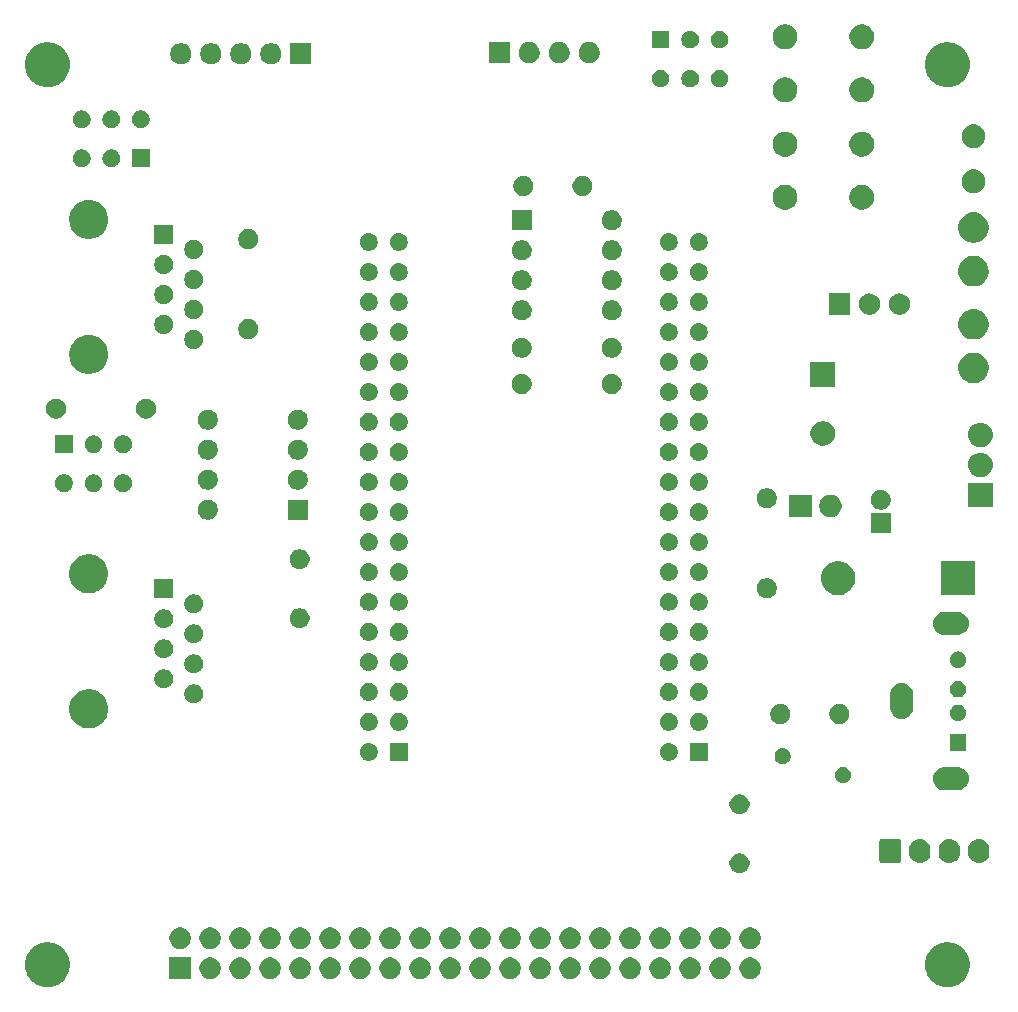
<source format=gbr>
G04 #@! TF.GenerationSoftware,KiCad,Pcbnew,(5.1.5)-3*
G04 #@! TF.CreationDate,2020-03-20T22:23:44-04:00*
G04 #@! TF.ProjectId,PB_16,50425f31-362e-46b6-9963-61645f706362,v2*
G04 #@! TF.SameCoordinates,Original*
G04 #@! TF.FileFunction,Soldermask,Bot*
G04 #@! TF.FilePolarity,Negative*
%FSLAX46Y46*%
G04 Gerber Fmt 4.6, Leading zero omitted, Abs format (unit mm)*
G04 Created by KiCad (PCBNEW (5.1.5)-3) date 2020-03-20 22:23:44*
%MOMM*%
%LPD*%
G04 APERTURE LIST*
%ADD10C,0.100000*%
G04 APERTURE END LIST*
D10*
G36*
X244210866Y-114975527D02*
G01*
X244394501Y-115012054D01*
X244740461Y-115155356D01*
X245051817Y-115363397D01*
X245316603Y-115628183D01*
X245524644Y-115939539D01*
X245654339Y-116252648D01*
X245667946Y-116285500D01*
X245741000Y-116652767D01*
X245741000Y-117027233D01*
X245704473Y-117210866D01*
X245667946Y-117394501D01*
X245597188Y-117565324D01*
X245535140Y-117715123D01*
X245524644Y-117740461D01*
X245316603Y-118051817D01*
X245051817Y-118316603D01*
X244740461Y-118524644D01*
X244394501Y-118667946D01*
X244210866Y-118704473D01*
X244027233Y-118741000D01*
X243652767Y-118741000D01*
X243469134Y-118704473D01*
X243285499Y-118667946D01*
X242939539Y-118524644D01*
X242628183Y-118316603D01*
X242363397Y-118051817D01*
X242155356Y-117740461D01*
X242144861Y-117715123D01*
X242082812Y-117565324D01*
X242012054Y-117394501D01*
X241975527Y-117210866D01*
X241939000Y-117027233D01*
X241939000Y-116652767D01*
X242012054Y-116285500D01*
X242025662Y-116252648D01*
X242155356Y-115939539D01*
X242363397Y-115628183D01*
X242628183Y-115363397D01*
X242939539Y-115155356D01*
X243285499Y-115012054D01*
X243469134Y-114975527D01*
X243652767Y-114939000D01*
X244027233Y-114939000D01*
X244210866Y-114975527D01*
G37*
G36*
X168010866Y-114975527D02*
G01*
X168194501Y-115012054D01*
X168540461Y-115155356D01*
X168851817Y-115363397D01*
X169116603Y-115628183D01*
X169324644Y-115939539D01*
X169454339Y-116252648D01*
X169467946Y-116285500D01*
X169541000Y-116652767D01*
X169541000Y-117027233D01*
X169504473Y-117210866D01*
X169467946Y-117394501D01*
X169397188Y-117565324D01*
X169335140Y-117715123D01*
X169324644Y-117740461D01*
X169116603Y-118051817D01*
X168851817Y-118316603D01*
X168540461Y-118524644D01*
X168194501Y-118667946D01*
X168010866Y-118704473D01*
X167827233Y-118741000D01*
X167452767Y-118741000D01*
X167269134Y-118704473D01*
X167085499Y-118667946D01*
X166739539Y-118524644D01*
X166428183Y-118316603D01*
X166163397Y-118051817D01*
X165955356Y-117740461D01*
X165944861Y-117715123D01*
X165882812Y-117565324D01*
X165812054Y-117394501D01*
X165775527Y-117210866D01*
X165739000Y-117027233D01*
X165739000Y-116652767D01*
X165812054Y-116285500D01*
X165825662Y-116252648D01*
X165955356Y-115939539D01*
X166163397Y-115628183D01*
X166428183Y-115363397D01*
X166739539Y-115155356D01*
X167085499Y-115012054D01*
X167269134Y-114975527D01*
X167452767Y-114939000D01*
X167827233Y-114939000D01*
X168010866Y-114975527D01*
G37*
G36*
X227411378Y-116252647D02*
G01*
X227577824Y-116321591D01*
X227727622Y-116421683D01*
X227855017Y-116549078D01*
X227955109Y-116698876D01*
X228024053Y-116865322D01*
X228059200Y-117042018D01*
X228059200Y-117222182D01*
X228024053Y-117398878D01*
X227955109Y-117565324D01*
X227855017Y-117715122D01*
X227727622Y-117842517D01*
X227577824Y-117942609D01*
X227411378Y-118011553D01*
X227234682Y-118046700D01*
X227054518Y-118046700D01*
X226877822Y-118011553D01*
X226711376Y-117942609D01*
X226561578Y-117842517D01*
X226434183Y-117715122D01*
X226334091Y-117565324D01*
X226265147Y-117398878D01*
X226230000Y-117222182D01*
X226230000Y-117042018D01*
X226265147Y-116865322D01*
X226334091Y-116698876D01*
X226434183Y-116549078D01*
X226561578Y-116421683D01*
X226711376Y-116321591D01*
X226877822Y-116252647D01*
X227054518Y-116217500D01*
X227234682Y-116217500D01*
X227411378Y-116252647D01*
G37*
G36*
X222331378Y-116252647D02*
G01*
X222497824Y-116321591D01*
X222647622Y-116421683D01*
X222775017Y-116549078D01*
X222875109Y-116698876D01*
X222944053Y-116865322D01*
X222979200Y-117042018D01*
X222979200Y-117222182D01*
X222944053Y-117398878D01*
X222875109Y-117565324D01*
X222775017Y-117715122D01*
X222647622Y-117842517D01*
X222497824Y-117942609D01*
X222331378Y-118011553D01*
X222154682Y-118046700D01*
X221974518Y-118046700D01*
X221797822Y-118011553D01*
X221631376Y-117942609D01*
X221481578Y-117842517D01*
X221354183Y-117715122D01*
X221254091Y-117565324D01*
X221185147Y-117398878D01*
X221150000Y-117222182D01*
X221150000Y-117042018D01*
X221185147Y-116865322D01*
X221254091Y-116698876D01*
X221354183Y-116549078D01*
X221481578Y-116421683D01*
X221631376Y-116321591D01*
X221797822Y-116252647D01*
X221974518Y-116217500D01*
X222154682Y-116217500D01*
X222331378Y-116252647D01*
G37*
G36*
X181691378Y-116252647D02*
G01*
X181857824Y-116321591D01*
X182007622Y-116421683D01*
X182135017Y-116549078D01*
X182235109Y-116698876D01*
X182304053Y-116865322D01*
X182339200Y-117042018D01*
X182339200Y-117222182D01*
X182304053Y-117398878D01*
X182235109Y-117565324D01*
X182135017Y-117715122D01*
X182007622Y-117842517D01*
X181857824Y-117942609D01*
X181691378Y-118011553D01*
X181514682Y-118046700D01*
X181334518Y-118046700D01*
X181157822Y-118011553D01*
X180991376Y-117942609D01*
X180841578Y-117842517D01*
X180714183Y-117715122D01*
X180614091Y-117565324D01*
X180545147Y-117398878D01*
X180510000Y-117222182D01*
X180510000Y-117042018D01*
X180545147Y-116865322D01*
X180614091Y-116698876D01*
X180714183Y-116549078D01*
X180841578Y-116421683D01*
X180991376Y-116321591D01*
X181157822Y-116252647D01*
X181334518Y-116217500D01*
X181514682Y-116217500D01*
X181691378Y-116252647D01*
G37*
G36*
X179799200Y-118046700D02*
G01*
X177970000Y-118046700D01*
X177970000Y-116217500D01*
X179799200Y-116217500D01*
X179799200Y-118046700D01*
G37*
G36*
X184231378Y-116252647D02*
G01*
X184397824Y-116321591D01*
X184547622Y-116421683D01*
X184675017Y-116549078D01*
X184775109Y-116698876D01*
X184844053Y-116865322D01*
X184879200Y-117042018D01*
X184879200Y-117222182D01*
X184844053Y-117398878D01*
X184775109Y-117565324D01*
X184675017Y-117715122D01*
X184547622Y-117842517D01*
X184397824Y-117942609D01*
X184231378Y-118011553D01*
X184054682Y-118046700D01*
X183874518Y-118046700D01*
X183697822Y-118011553D01*
X183531376Y-117942609D01*
X183381578Y-117842517D01*
X183254183Y-117715122D01*
X183154091Y-117565324D01*
X183085147Y-117398878D01*
X183050000Y-117222182D01*
X183050000Y-117042018D01*
X183085147Y-116865322D01*
X183154091Y-116698876D01*
X183254183Y-116549078D01*
X183381578Y-116421683D01*
X183531376Y-116321591D01*
X183697822Y-116252647D01*
X183874518Y-116217500D01*
X184054682Y-116217500D01*
X184231378Y-116252647D01*
G37*
G36*
X186771378Y-116252647D02*
G01*
X186937824Y-116321591D01*
X187087622Y-116421683D01*
X187215017Y-116549078D01*
X187315109Y-116698876D01*
X187384053Y-116865322D01*
X187419200Y-117042018D01*
X187419200Y-117222182D01*
X187384053Y-117398878D01*
X187315109Y-117565324D01*
X187215017Y-117715122D01*
X187087622Y-117842517D01*
X186937824Y-117942609D01*
X186771378Y-118011553D01*
X186594682Y-118046700D01*
X186414518Y-118046700D01*
X186237822Y-118011553D01*
X186071376Y-117942609D01*
X185921578Y-117842517D01*
X185794183Y-117715122D01*
X185694091Y-117565324D01*
X185625147Y-117398878D01*
X185590000Y-117222182D01*
X185590000Y-117042018D01*
X185625147Y-116865322D01*
X185694091Y-116698876D01*
X185794183Y-116549078D01*
X185921578Y-116421683D01*
X186071376Y-116321591D01*
X186237822Y-116252647D01*
X186414518Y-116217500D01*
X186594682Y-116217500D01*
X186771378Y-116252647D01*
G37*
G36*
X189311378Y-116252647D02*
G01*
X189477824Y-116321591D01*
X189627622Y-116421683D01*
X189755017Y-116549078D01*
X189855109Y-116698876D01*
X189924053Y-116865322D01*
X189959200Y-117042018D01*
X189959200Y-117222182D01*
X189924053Y-117398878D01*
X189855109Y-117565324D01*
X189755017Y-117715122D01*
X189627622Y-117842517D01*
X189477824Y-117942609D01*
X189311378Y-118011553D01*
X189134682Y-118046700D01*
X188954518Y-118046700D01*
X188777822Y-118011553D01*
X188611376Y-117942609D01*
X188461578Y-117842517D01*
X188334183Y-117715122D01*
X188234091Y-117565324D01*
X188165147Y-117398878D01*
X188130000Y-117222182D01*
X188130000Y-117042018D01*
X188165147Y-116865322D01*
X188234091Y-116698876D01*
X188334183Y-116549078D01*
X188461578Y-116421683D01*
X188611376Y-116321591D01*
X188777822Y-116252647D01*
X188954518Y-116217500D01*
X189134682Y-116217500D01*
X189311378Y-116252647D01*
G37*
G36*
X191851378Y-116252647D02*
G01*
X192017824Y-116321591D01*
X192167622Y-116421683D01*
X192295017Y-116549078D01*
X192395109Y-116698876D01*
X192464053Y-116865322D01*
X192499200Y-117042018D01*
X192499200Y-117222182D01*
X192464053Y-117398878D01*
X192395109Y-117565324D01*
X192295017Y-117715122D01*
X192167622Y-117842517D01*
X192017824Y-117942609D01*
X191851378Y-118011553D01*
X191674682Y-118046700D01*
X191494518Y-118046700D01*
X191317822Y-118011553D01*
X191151376Y-117942609D01*
X191001578Y-117842517D01*
X190874183Y-117715122D01*
X190774091Y-117565324D01*
X190705147Y-117398878D01*
X190670000Y-117222182D01*
X190670000Y-117042018D01*
X190705147Y-116865322D01*
X190774091Y-116698876D01*
X190874183Y-116549078D01*
X191001578Y-116421683D01*
X191151376Y-116321591D01*
X191317822Y-116252647D01*
X191494518Y-116217500D01*
X191674682Y-116217500D01*
X191851378Y-116252647D01*
G37*
G36*
X194391378Y-116252647D02*
G01*
X194557824Y-116321591D01*
X194707622Y-116421683D01*
X194835017Y-116549078D01*
X194935109Y-116698876D01*
X195004053Y-116865322D01*
X195039200Y-117042018D01*
X195039200Y-117222182D01*
X195004053Y-117398878D01*
X194935109Y-117565324D01*
X194835017Y-117715122D01*
X194707622Y-117842517D01*
X194557824Y-117942609D01*
X194391378Y-118011553D01*
X194214682Y-118046700D01*
X194034518Y-118046700D01*
X193857822Y-118011553D01*
X193691376Y-117942609D01*
X193541578Y-117842517D01*
X193414183Y-117715122D01*
X193314091Y-117565324D01*
X193245147Y-117398878D01*
X193210000Y-117222182D01*
X193210000Y-117042018D01*
X193245147Y-116865322D01*
X193314091Y-116698876D01*
X193414183Y-116549078D01*
X193541578Y-116421683D01*
X193691376Y-116321591D01*
X193857822Y-116252647D01*
X194034518Y-116217500D01*
X194214682Y-116217500D01*
X194391378Y-116252647D01*
G37*
G36*
X196931378Y-116252647D02*
G01*
X197097824Y-116321591D01*
X197247622Y-116421683D01*
X197375017Y-116549078D01*
X197475109Y-116698876D01*
X197544053Y-116865322D01*
X197579200Y-117042018D01*
X197579200Y-117222182D01*
X197544053Y-117398878D01*
X197475109Y-117565324D01*
X197375017Y-117715122D01*
X197247622Y-117842517D01*
X197097824Y-117942609D01*
X196931378Y-118011553D01*
X196754682Y-118046700D01*
X196574518Y-118046700D01*
X196397822Y-118011553D01*
X196231376Y-117942609D01*
X196081578Y-117842517D01*
X195954183Y-117715122D01*
X195854091Y-117565324D01*
X195785147Y-117398878D01*
X195750000Y-117222182D01*
X195750000Y-117042018D01*
X195785147Y-116865322D01*
X195854091Y-116698876D01*
X195954183Y-116549078D01*
X196081578Y-116421683D01*
X196231376Y-116321591D01*
X196397822Y-116252647D01*
X196574518Y-116217500D01*
X196754682Y-116217500D01*
X196931378Y-116252647D01*
G37*
G36*
X199471378Y-116252647D02*
G01*
X199637824Y-116321591D01*
X199787622Y-116421683D01*
X199915017Y-116549078D01*
X200015109Y-116698876D01*
X200084053Y-116865322D01*
X200119200Y-117042018D01*
X200119200Y-117222182D01*
X200084053Y-117398878D01*
X200015109Y-117565324D01*
X199915017Y-117715122D01*
X199787622Y-117842517D01*
X199637824Y-117942609D01*
X199471378Y-118011553D01*
X199294682Y-118046700D01*
X199114518Y-118046700D01*
X198937822Y-118011553D01*
X198771376Y-117942609D01*
X198621578Y-117842517D01*
X198494183Y-117715122D01*
X198394091Y-117565324D01*
X198325147Y-117398878D01*
X198290000Y-117222182D01*
X198290000Y-117042018D01*
X198325147Y-116865322D01*
X198394091Y-116698876D01*
X198494183Y-116549078D01*
X198621578Y-116421683D01*
X198771376Y-116321591D01*
X198937822Y-116252647D01*
X199114518Y-116217500D01*
X199294682Y-116217500D01*
X199471378Y-116252647D01*
G37*
G36*
X204551378Y-116252647D02*
G01*
X204717824Y-116321591D01*
X204867622Y-116421683D01*
X204995017Y-116549078D01*
X205095109Y-116698876D01*
X205164053Y-116865322D01*
X205199200Y-117042018D01*
X205199200Y-117222182D01*
X205164053Y-117398878D01*
X205095109Y-117565324D01*
X204995017Y-117715122D01*
X204867622Y-117842517D01*
X204717824Y-117942609D01*
X204551378Y-118011553D01*
X204374682Y-118046700D01*
X204194518Y-118046700D01*
X204017822Y-118011553D01*
X203851376Y-117942609D01*
X203701578Y-117842517D01*
X203574183Y-117715122D01*
X203474091Y-117565324D01*
X203405147Y-117398878D01*
X203370000Y-117222182D01*
X203370000Y-117042018D01*
X203405147Y-116865322D01*
X203474091Y-116698876D01*
X203574183Y-116549078D01*
X203701578Y-116421683D01*
X203851376Y-116321591D01*
X204017822Y-116252647D01*
X204194518Y-116217500D01*
X204374682Y-116217500D01*
X204551378Y-116252647D01*
G37*
G36*
X207091378Y-116252647D02*
G01*
X207257824Y-116321591D01*
X207407622Y-116421683D01*
X207535017Y-116549078D01*
X207635109Y-116698876D01*
X207704053Y-116865322D01*
X207739200Y-117042018D01*
X207739200Y-117222182D01*
X207704053Y-117398878D01*
X207635109Y-117565324D01*
X207535017Y-117715122D01*
X207407622Y-117842517D01*
X207257824Y-117942609D01*
X207091378Y-118011553D01*
X206914682Y-118046700D01*
X206734518Y-118046700D01*
X206557822Y-118011553D01*
X206391376Y-117942609D01*
X206241578Y-117842517D01*
X206114183Y-117715122D01*
X206014091Y-117565324D01*
X205945147Y-117398878D01*
X205910000Y-117222182D01*
X205910000Y-117042018D01*
X205945147Y-116865322D01*
X206014091Y-116698876D01*
X206114183Y-116549078D01*
X206241578Y-116421683D01*
X206391376Y-116321591D01*
X206557822Y-116252647D01*
X206734518Y-116217500D01*
X206914682Y-116217500D01*
X207091378Y-116252647D01*
G37*
G36*
X209631378Y-116252647D02*
G01*
X209797824Y-116321591D01*
X209947622Y-116421683D01*
X210075017Y-116549078D01*
X210175109Y-116698876D01*
X210244053Y-116865322D01*
X210279200Y-117042018D01*
X210279200Y-117222182D01*
X210244053Y-117398878D01*
X210175109Y-117565324D01*
X210075017Y-117715122D01*
X209947622Y-117842517D01*
X209797824Y-117942609D01*
X209631378Y-118011553D01*
X209454682Y-118046700D01*
X209274518Y-118046700D01*
X209097822Y-118011553D01*
X208931376Y-117942609D01*
X208781578Y-117842517D01*
X208654183Y-117715122D01*
X208554091Y-117565324D01*
X208485147Y-117398878D01*
X208450000Y-117222182D01*
X208450000Y-117042018D01*
X208485147Y-116865322D01*
X208554091Y-116698876D01*
X208654183Y-116549078D01*
X208781578Y-116421683D01*
X208931376Y-116321591D01*
X209097822Y-116252647D01*
X209274518Y-116217500D01*
X209454682Y-116217500D01*
X209631378Y-116252647D01*
G37*
G36*
X212171378Y-116252647D02*
G01*
X212337824Y-116321591D01*
X212487622Y-116421683D01*
X212615017Y-116549078D01*
X212715109Y-116698876D01*
X212784053Y-116865322D01*
X212819200Y-117042018D01*
X212819200Y-117222182D01*
X212784053Y-117398878D01*
X212715109Y-117565324D01*
X212615017Y-117715122D01*
X212487622Y-117842517D01*
X212337824Y-117942609D01*
X212171378Y-118011553D01*
X211994682Y-118046700D01*
X211814518Y-118046700D01*
X211637822Y-118011553D01*
X211471376Y-117942609D01*
X211321578Y-117842517D01*
X211194183Y-117715122D01*
X211094091Y-117565324D01*
X211025147Y-117398878D01*
X210990000Y-117222182D01*
X210990000Y-117042018D01*
X211025147Y-116865322D01*
X211094091Y-116698876D01*
X211194183Y-116549078D01*
X211321578Y-116421683D01*
X211471376Y-116321591D01*
X211637822Y-116252647D01*
X211814518Y-116217500D01*
X211994682Y-116217500D01*
X212171378Y-116252647D01*
G37*
G36*
X214711378Y-116252647D02*
G01*
X214877824Y-116321591D01*
X215027622Y-116421683D01*
X215155017Y-116549078D01*
X215255109Y-116698876D01*
X215324053Y-116865322D01*
X215359200Y-117042018D01*
X215359200Y-117222182D01*
X215324053Y-117398878D01*
X215255109Y-117565324D01*
X215155017Y-117715122D01*
X215027622Y-117842517D01*
X214877824Y-117942609D01*
X214711378Y-118011553D01*
X214534682Y-118046700D01*
X214354518Y-118046700D01*
X214177822Y-118011553D01*
X214011376Y-117942609D01*
X213861578Y-117842517D01*
X213734183Y-117715122D01*
X213634091Y-117565324D01*
X213565147Y-117398878D01*
X213530000Y-117222182D01*
X213530000Y-117042018D01*
X213565147Y-116865322D01*
X213634091Y-116698876D01*
X213734183Y-116549078D01*
X213861578Y-116421683D01*
X214011376Y-116321591D01*
X214177822Y-116252647D01*
X214354518Y-116217500D01*
X214534682Y-116217500D01*
X214711378Y-116252647D01*
G37*
G36*
X217251378Y-116252647D02*
G01*
X217417824Y-116321591D01*
X217567622Y-116421683D01*
X217695017Y-116549078D01*
X217795109Y-116698876D01*
X217864053Y-116865322D01*
X217899200Y-117042018D01*
X217899200Y-117222182D01*
X217864053Y-117398878D01*
X217795109Y-117565324D01*
X217695017Y-117715122D01*
X217567622Y-117842517D01*
X217417824Y-117942609D01*
X217251378Y-118011553D01*
X217074682Y-118046700D01*
X216894518Y-118046700D01*
X216717822Y-118011553D01*
X216551376Y-117942609D01*
X216401578Y-117842517D01*
X216274183Y-117715122D01*
X216174091Y-117565324D01*
X216105147Y-117398878D01*
X216070000Y-117222182D01*
X216070000Y-117042018D01*
X216105147Y-116865322D01*
X216174091Y-116698876D01*
X216274183Y-116549078D01*
X216401578Y-116421683D01*
X216551376Y-116321591D01*
X216717822Y-116252647D01*
X216894518Y-116217500D01*
X217074682Y-116217500D01*
X217251378Y-116252647D01*
G37*
G36*
X219791378Y-116252647D02*
G01*
X219957824Y-116321591D01*
X220107622Y-116421683D01*
X220235017Y-116549078D01*
X220335109Y-116698876D01*
X220404053Y-116865322D01*
X220439200Y-117042018D01*
X220439200Y-117222182D01*
X220404053Y-117398878D01*
X220335109Y-117565324D01*
X220235017Y-117715122D01*
X220107622Y-117842517D01*
X219957824Y-117942609D01*
X219791378Y-118011553D01*
X219614682Y-118046700D01*
X219434518Y-118046700D01*
X219257822Y-118011553D01*
X219091376Y-117942609D01*
X218941578Y-117842517D01*
X218814183Y-117715122D01*
X218714091Y-117565324D01*
X218645147Y-117398878D01*
X218610000Y-117222182D01*
X218610000Y-117042018D01*
X218645147Y-116865322D01*
X218714091Y-116698876D01*
X218814183Y-116549078D01*
X218941578Y-116421683D01*
X219091376Y-116321591D01*
X219257822Y-116252647D01*
X219434518Y-116217500D01*
X219614682Y-116217500D01*
X219791378Y-116252647D01*
G37*
G36*
X224871378Y-116252647D02*
G01*
X225037824Y-116321591D01*
X225187622Y-116421683D01*
X225315017Y-116549078D01*
X225415109Y-116698876D01*
X225484053Y-116865322D01*
X225519200Y-117042018D01*
X225519200Y-117222182D01*
X225484053Y-117398878D01*
X225415109Y-117565324D01*
X225315017Y-117715122D01*
X225187622Y-117842517D01*
X225037824Y-117942609D01*
X224871378Y-118011553D01*
X224694682Y-118046700D01*
X224514518Y-118046700D01*
X224337822Y-118011553D01*
X224171376Y-117942609D01*
X224021578Y-117842517D01*
X223894183Y-117715122D01*
X223794091Y-117565324D01*
X223725147Y-117398878D01*
X223690000Y-117222182D01*
X223690000Y-117042018D01*
X223725147Y-116865322D01*
X223794091Y-116698876D01*
X223894183Y-116549078D01*
X224021578Y-116421683D01*
X224171376Y-116321591D01*
X224337822Y-116252647D01*
X224514518Y-116217500D01*
X224694682Y-116217500D01*
X224871378Y-116252647D01*
G37*
G36*
X202011378Y-116252647D02*
G01*
X202177824Y-116321591D01*
X202327622Y-116421683D01*
X202455017Y-116549078D01*
X202555109Y-116698876D01*
X202624053Y-116865322D01*
X202659200Y-117042018D01*
X202659200Y-117222182D01*
X202624053Y-117398878D01*
X202555109Y-117565324D01*
X202455017Y-117715122D01*
X202327622Y-117842517D01*
X202177824Y-117942609D01*
X202011378Y-118011553D01*
X201834682Y-118046700D01*
X201654518Y-118046700D01*
X201477822Y-118011553D01*
X201311376Y-117942609D01*
X201161578Y-117842517D01*
X201034183Y-117715122D01*
X200934091Y-117565324D01*
X200865147Y-117398878D01*
X200830000Y-117222182D01*
X200830000Y-117042018D01*
X200865147Y-116865322D01*
X200934091Y-116698876D01*
X201034183Y-116549078D01*
X201161578Y-116421683D01*
X201311376Y-116321591D01*
X201477822Y-116252647D01*
X201654518Y-116217500D01*
X201834682Y-116217500D01*
X202011378Y-116252647D01*
G37*
G36*
X181691378Y-113712647D02*
G01*
X181857824Y-113781591D01*
X182007622Y-113881683D01*
X182135017Y-114009078D01*
X182235109Y-114158876D01*
X182304053Y-114325322D01*
X182339200Y-114502018D01*
X182339200Y-114682182D01*
X182304053Y-114858878D01*
X182235109Y-115025324D01*
X182135017Y-115175122D01*
X182007622Y-115302517D01*
X181857824Y-115402609D01*
X181691378Y-115471553D01*
X181514682Y-115506700D01*
X181334518Y-115506700D01*
X181157822Y-115471553D01*
X180991376Y-115402609D01*
X180841578Y-115302517D01*
X180714183Y-115175122D01*
X180614091Y-115025324D01*
X180545147Y-114858878D01*
X180510000Y-114682182D01*
X180510000Y-114502018D01*
X180545147Y-114325322D01*
X180614091Y-114158876D01*
X180714183Y-114009078D01*
X180841578Y-113881683D01*
X180991376Y-113781591D01*
X181157822Y-113712647D01*
X181334518Y-113677500D01*
X181514682Y-113677500D01*
X181691378Y-113712647D01*
G37*
G36*
X224871378Y-113712647D02*
G01*
X225037824Y-113781591D01*
X225187622Y-113881683D01*
X225315017Y-114009078D01*
X225415109Y-114158876D01*
X225484053Y-114325322D01*
X225519200Y-114502018D01*
X225519200Y-114682182D01*
X225484053Y-114858878D01*
X225415109Y-115025324D01*
X225315017Y-115175122D01*
X225187622Y-115302517D01*
X225037824Y-115402609D01*
X224871378Y-115471553D01*
X224694682Y-115506700D01*
X224514518Y-115506700D01*
X224337822Y-115471553D01*
X224171376Y-115402609D01*
X224021578Y-115302517D01*
X223894183Y-115175122D01*
X223794091Y-115025324D01*
X223725147Y-114858878D01*
X223690000Y-114682182D01*
X223690000Y-114502018D01*
X223725147Y-114325322D01*
X223794091Y-114158876D01*
X223894183Y-114009078D01*
X224021578Y-113881683D01*
X224171376Y-113781591D01*
X224337822Y-113712647D01*
X224514518Y-113677500D01*
X224694682Y-113677500D01*
X224871378Y-113712647D01*
G37*
G36*
X209631378Y-113712647D02*
G01*
X209797824Y-113781591D01*
X209947622Y-113881683D01*
X210075017Y-114009078D01*
X210175109Y-114158876D01*
X210244053Y-114325322D01*
X210279200Y-114502018D01*
X210279200Y-114682182D01*
X210244053Y-114858878D01*
X210175109Y-115025324D01*
X210075017Y-115175122D01*
X209947622Y-115302517D01*
X209797824Y-115402609D01*
X209631378Y-115471553D01*
X209454682Y-115506700D01*
X209274518Y-115506700D01*
X209097822Y-115471553D01*
X208931376Y-115402609D01*
X208781578Y-115302517D01*
X208654183Y-115175122D01*
X208554091Y-115025324D01*
X208485147Y-114858878D01*
X208450000Y-114682182D01*
X208450000Y-114502018D01*
X208485147Y-114325322D01*
X208554091Y-114158876D01*
X208654183Y-114009078D01*
X208781578Y-113881683D01*
X208931376Y-113781591D01*
X209097822Y-113712647D01*
X209274518Y-113677500D01*
X209454682Y-113677500D01*
X209631378Y-113712647D01*
G37*
G36*
X179151378Y-113712647D02*
G01*
X179317824Y-113781591D01*
X179467622Y-113881683D01*
X179595017Y-114009078D01*
X179695109Y-114158876D01*
X179764053Y-114325322D01*
X179799200Y-114502018D01*
X179799200Y-114682182D01*
X179764053Y-114858878D01*
X179695109Y-115025324D01*
X179595017Y-115175122D01*
X179467622Y-115302517D01*
X179317824Y-115402609D01*
X179151378Y-115471553D01*
X178974682Y-115506700D01*
X178794518Y-115506700D01*
X178617822Y-115471553D01*
X178451376Y-115402609D01*
X178301578Y-115302517D01*
X178174183Y-115175122D01*
X178074091Y-115025324D01*
X178005147Y-114858878D01*
X177970000Y-114682182D01*
X177970000Y-114502018D01*
X178005147Y-114325322D01*
X178074091Y-114158876D01*
X178174183Y-114009078D01*
X178301578Y-113881683D01*
X178451376Y-113781591D01*
X178617822Y-113712647D01*
X178794518Y-113677500D01*
X178974682Y-113677500D01*
X179151378Y-113712647D01*
G37*
G36*
X212171378Y-113712647D02*
G01*
X212337824Y-113781591D01*
X212487622Y-113881683D01*
X212615017Y-114009078D01*
X212715109Y-114158876D01*
X212784053Y-114325322D01*
X212819200Y-114502018D01*
X212819200Y-114682182D01*
X212784053Y-114858878D01*
X212715109Y-115025324D01*
X212615017Y-115175122D01*
X212487622Y-115302517D01*
X212337824Y-115402609D01*
X212171378Y-115471553D01*
X211994682Y-115506700D01*
X211814518Y-115506700D01*
X211637822Y-115471553D01*
X211471376Y-115402609D01*
X211321578Y-115302517D01*
X211194183Y-115175122D01*
X211094091Y-115025324D01*
X211025147Y-114858878D01*
X210990000Y-114682182D01*
X210990000Y-114502018D01*
X211025147Y-114325322D01*
X211094091Y-114158876D01*
X211194183Y-114009078D01*
X211321578Y-113881683D01*
X211471376Y-113781591D01*
X211637822Y-113712647D01*
X211814518Y-113677500D01*
X211994682Y-113677500D01*
X212171378Y-113712647D01*
G37*
G36*
X227411378Y-113712647D02*
G01*
X227577824Y-113781591D01*
X227727622Y-113881683D01*
X227855017Y-114009078D01*
X227955109Y-114158876D01*
X228024053Y-114325322D01*
X228059200Y-114502018D01*
X228059200Y-114682182D01*
X228024053Y-114858878D01*
X227955109Y-115025324D01*
X227855017Y-115175122D01*
X227727622Y-115302517D01*
X227577824Y-115402609D01*
X227411378Y-115471553D01*
X227234682Y-115506700D01*
X227054518Y-115506700D01*
X226877822Y-115471553D01*
X226711376Y-115402609D01*
X226561578Y-115302517D01*
X226434183Y-115175122D01*
X226334091Y-115025324D01*
X226265147Y-114858878D01*
X226230000Y-114682182D01*
X226230000Y-114502018D01*
X226265147Y-114325322D01*
X226334091Y-114158876D01*
X226434183Y-114009078D01*
X226561578Y-113881683D01*
X226711376Y-113781591D01*
X226877822Y-113712647D01*
X227054518Y-113677500D01*
X227234682Y-113677500D01*
X227411378Y-113712647D01*
G37*
G36*
X219791378Y-113712647D02*
G01*
X219957824Y-113781591D01*
X220107622Y-113881683D01*
X220235017Y-114009078D01*
X220335109Y-114158876D01*
X220404053Y-114325322D01*
X220439200Y-114502018D01*
X220439200Y-114682182D01*
X220404053Y-114858878D01*
X220335109Y-115025324D01*
X220235017Y-115175122D01*
X220107622Y-115302517D01*
X219957824Y-115402609D01*
X219791378Y-115471553D01*
X219614682Y-115506700D01*
X219434518Y-115506700D01*
X219257822Y-115471553D01*
X219091376Y-115402609D01*
X218941578Y-115302517D01*
X218814183Y-115175122D01*
X218714091Y-115025324D01*
X218645147Y-114858878D01*
X218610000Y-114682182D01*
X218610000Y-114502018D01*
X218645147Y-114325322D01*
X218714091Y-114158876D01*
X218814183Y-114009078D01*
X218941578Y-113881683D01*
X219091376Y-113781591D01*
X219257822Y-113712647D01*
X219434518Y-113677500D01*
X219614682Y-113677500D01*
X219791378Y-113712647D01*
G37*
G36*
X222331378Y-113712647D02*
G01*
X222497824Y-113781591D01*
X222647622Y-113881683D01*
X222775017Y-114009078D01*
X222875109Y-114158876D01*
X222944053Y-114325322D01*
X222979200Y-114502018D01*
X222979200Y-114682182D01*
X222944053Y-114858878D01*
X222875109Y-115025324D01*
X222775017Y-115175122D01*
X222647622Y-115302517D01*
X222497824Y-115402609D01*
X222331378Y-115471553D01*
X222154682Y-115506700D01*
X221974518Y-115506700D01*
X221797822Y-115471553D01*
X221631376Y-115402609D01*
X221481578Y-115302517D01*
X221354183Y-115175122D01*
X221254091Y-115025324D01*
X221185147Y-114858878D01*
X221150000Y-114682182D01*
X221150000Y-114502018D01*
X221185147Y-114325322D01*
X221254091Y-114158876D01*
X221354183Y-114009078D01*
X221481578Y-113881683D01*
X221631376Y-113781591D01*
X221797822Y-113712647D01*
X221974518Y-113677500D01*
X222154682Y-113677500D01*
X222331378Y-113712647D01*
G37*
G36*
X217251378Y-113712647D02*
G01*
X217417824Y-113781591D01*
X217567622Y-113881683D01*
X217695017Y-114009078D01*
X217795109Y-114158876D01*
X217864053Y-114325322D01*
X217899200Y-114502018D01*
X217899200Y-114682182D01*
X217864053Y-114858878D01*
X217795109Y-115025324D01*
X217695017Y-115175122D01*
X217567622Y-115302517D01*
X217417824Y-115402609D01*
X217251378Y-115471553D01*
X217074682Y-115506700D01*
X216894518Y-115506700D01*
X216717822Y-115471553D01*
X216551376Y-115402609D01*
X216401578Y-115302517D01*
X216274183Y-115175122D01*
X216174091Y-115025324D01*
X216105147Y-114858878D01*
X216070000Y-114682182D01*
X216070000Y-114502018D01*
X216105147Y-114325322D01*
X216174091Y-114158876D01*
X216274183Y-114009078D01*
X216401578Y-113881683D01*
X216551376Y-113781591D01*
X216717822Y-113712647D01*
X216894518Y-113677500D01*
X217074682Y-113677500D01*
X217251378Y-113712647D01*
G37*
G36*
X214711378Y-113712647D02*
G01*
X214877824Y-113781591D01*
X215027622Y-113881683D01*
X215155017Y-114009078D01*
X215255109Y-114158876D01*
X215324053Y-114325322D01*
X215359200Y-114502018D01*
X215359200Y-114682182D01*
X215324053Y-114858878D01*
X215255109Y-115025324D01*
X215155017Y-115175122D01*
X215027622Y-115302517D01*
X214877824Y-115402609D01*
X214711378Y-115471553D01*
X214534682Y-115506700D01*
X214354518Y-115506700D01*
X214177822Y-115471553D01*
X214011376Y-115402609D01*
X213861578Y-115302517D01*
X213734183Y-115175122D01*
X213634091Y-115025324D01*
X213565147Y-114858878D01*
X213530000Y-114682182D01*
X213530000Y-114502018D01*
X213565147Y-114325322D01*
X213634091Y-114158876D01*
X213734183Y-114009078D01*
X213861578Y-113881683D01*
X214011376Y-113781591D01*
X214177822Y-113712647D01*
X214354518Y-113677500D01*
X214534682Y-113677500D01*
X214711378Y-113712647D01*
G37*
G36*
X184231378Y-113712647D02*
G01*
X184397824Y-113781591D01*
X184547622Y-113881683D01*
X184675017Y-114009078D01*
X184775109Y-114158876D01*
X184844053Y-114325322D01*
X184879200Y-114502018D01*
X184879200Y-114682182D01*
X184844053Y-114858878D01*
X184775109Y-115025324D01*
X184675017Y-115175122D01*
X184547622Y-115302517D01*
X184397824Y-115402609D01*
X184231378Y-115471553D01*
X184054682Y-115506700D01*
X183874518Y-115506700D01*
X183697822Y-115471553D01*
X183531376Y-115402609D01*
X183381578Y-115302517D01*
X183254183Y-115175122D01*
X183154091Y-115025324D01*
X183085147Y-114858878D01*
X183050000Y-114682182D01*
X183050000Y-114502018D01*
X183085147Y-114325322D01*
X183154091Y-114158876D01*
X183254183Y-114009078D01*
X183381578Y-113881683D01*
X183531376Y-113781591D01*
X183697822Y-113712647D01*
X183874518Y-113677500D01*
X184054682Y-113677500D01*
X184231378Y-113712647D01*
G37*
G36*
X204551378Y-113712647D02*
G01*
X204717824Y-113781591D01*
X204867622Y-113881683D01*
X204995017Y-114009078D01*
X205095109Y-114158876D01*
X205164053Y-114325322D01*
X205199200Y-114502018D01*
X205199200Y-114682182D01*
X205164053Y-114858878D01*
X205095109Y-115025324D01*
X204995017Y-115175122D01*
X204867622Y-115302517D01*
X204717824Y-115402609D01*
X204551378Y-115471553D01*
X204374682Y-115506700D01*
X204194518Y-115506700D01*
X204017822Y-115471553D01*
X203851376Y-115402609D01*
X203701578Y-115302517D01*
X203574183Y-115175122D01*
X203474091Y-115025324D01*
X203405147Y-114858878D01*
X203370000Y-114682182D01*
X203370000Y-114502018D01*
X203405147Y-114325322D01*
X203474091Y-114158876D01*
X203574183Y-114009078D01*
X203701578Y-113881683D01*
X203851376Y-113781591D01*
X204017822Y-113712647D01*
X204194518Y-113677500D01*
X204374682Y-113677500D01*
X204551378Y-113712647D01*
G37*
G36*
X186771378Y-113712647D02*
G01*
X186937824Y-113781591D01*
X187087622Y-113881683D01*
X187215017Y-114009078D01*
X187315109Y-114158876D01*
X187384053Y-114325322D01*
X187419200Y-114502018D01*
X187419200Y-114682182D01*
X187384053Y-114858878D01*
X187315109Y-115025324D01*
X187215017Y-115175122D01*
X187087622Y-115302517D01*
X186937824Y-115402609D01*
X186771378Y-115471553D01*
X186594682Y-115506700D01*
X186414518Y-115506700D01*
X186237822Y-115471553D01*
X186071376Y-115402609D01*
X185921578Y-115302517D01*
X185794183Y-115175122D01*
X185694091Y-115025324D01*
X185625147Y-114858878D01*
X185590000Y-114682182D01*
X185590000Y-114502018D01*
X185625147Y-114325322D01*
X185694091Y-114158876D01*
X185794183Y-114009078D01*
X185921578Y-113881683D01*
X186071376Y-113781591D01*
X186237822Y-113712647D01*
X186414518Y-113677500D01*
X186594682Y-113677500D01*
X186771378Y-113712647D01*
G37*
G36*
X194391378Y-113712647D02*
G01*
X194557824Y-113781591D01*
X194707622Y-113881683D01*
X194835017Y-114009078D01*
X194935109Y-114158876D01*
X195004053Y-114325322D01*
X195039200Y-114502018D01*
X195039200Y-114682182D01*
X195004053Y-114858878D01*
X194935109Y-115025324D01*
X194835017Y-115175122D01*
X194707622Y-115302517D01*
X194557824Y-115402609D01*
X194391378Y-115471553D01*
X194214682Y-115506700D01*
X194034518Y-115506700D01*
X193857822Y-115471553D01*
X193691376Y-115402609D01*
X193541578Y-115302517D01*
X193414183Y-115175122D01*
X193314091Y-115025324D01*
X193245147Y-114858878D01*
X193210000Y-114682182D01*
X193210000Y-114502018D01*
X193245147Y-114325322D01*
X193314091Y-114158876D01*
X193414183Y-114009078D01*
X193541578Y-113881683D01*
X193691376Y-113781591D01*
X193857822Y-113712647D01*
X194034518Y-113677500D01*
X194214682Y-113677500D01*
X194391378Y-113712647D01*
G37*
G36*
X196931378Y-113712647D02*
G01*
X197097824Y-113781591D01*
X197247622Y-113881683D01*
X197375017Y-114009078D01*
X197475109Y-114158876D01*
X197544053Y-114325322D01*
X197579200Y-114502018D01*
X197579200Y-114682182D01*
X197544053Y-114858878D01*
X197475109Y-115025324D01*
X197375017Y-115175122D01*
X197247622Y-115302517D01*
X197097824Y-115402609D01*
X196931378Y-115471553D01*
X196754682Y-115506700D01*
X196574518Y-115506700D01*
X196397822Y-115471553D01*
X196231376Y-115402609D01*
X196081578Y-115302517D01*
X195954183Y-115175122D01*
X195854091Y-115025324D01*
X195785147Y-114858878D01*
X195750000Y-114682182D01*
X195750000Y-114502018D01*
X195785147Y-114325322D01*
X195854091Y-114158876D01*
X195954183Y-114009078D01*
X196081578Y-113881683D01*
X196231376Y-113781591D01*
X196397822Y-113712647D01*
X196574518Y-113677500D01*
X196754682Y-113677500D01*
X196931378Y-113712647D01*
G37*
G36*
X191851378Y-113712647D02*
G01*
X192017824Y-113781591D01*
X192167622Y-113881683D01*
X192295017Y-114009078D01*
X192395109Y-114158876D01*
X192464053Y-114325322D01*
X192499200Y-114502018D01*
X192499200Y-114682182D01*
X192464053Y-114858878D01*
X192395109Y-115025324D01*
X192295017Y-115175122D01*
X192167622Y-115302517D01*
X192017824Y-115402609D01*
X191851378Y-115471553D01*
X191674682Y-115506700D01*
X191494518Y-115506700D01*
X191317822Y-115471553D01*
X191151376Y-115402609D01*
X191001578Y-115302517D01*
X190874183Y-115175122D01*
X190774091Y-115025324D01*
X190705147Y-114858878D01*
X190670000Y-114682182D01*
X190670000Y-114502018D01*
X190705147Y-114325322D01*
X190774091Y-114158876D01*
X190874183Y-114009078D01*
X191001578Y-113881683D01*
X191151376Y-113781591D01*
X191317822Y-113712647D01*
X191494518Y-113677500D01*
X191674682Y-113677500D01*
X191851378Y-113712647D01*
G37*
G36*
X199471378Y-113712647D02*
G01*
X199637824Y-113781591D01*
X199787622Y-113881683D01*
X199915017Y-114009078D01*
X200015109Y-114158876D01*
X200084053Y-114325322D01*
X200119200Y-114502018D01*
X200119200Y-114682182D01*
X200084053Y-114858878D01*
X200015109Y-115025324D01*
X199915017Y-115175122D01*
X199787622Y-115302517D01*
X199637824Y-115402609D01*
X199471378Y-115471553D01*
X199294682Y-115506700D01*
X199114518Y-115506700D01*
X198937822Y-115471553D01*
X198771376Y-115402609D01*
X198621578Y-115302517D01*
X198494183Y-115175122D01*
X198394091Y-115025324D01*
X198325147Y-114858878D01*
X198290000Y-114682182D01*
X198290000Y-114502018D01*
X198325147Y-114325322D01*
X198394091Y-114158876D01*
X198494183Y-114009078D01*
X198621578Y-113881683D01*
X198771376Y-113781591D01*
X198937822Y-113712647D01*
X199114518Y-113677500D01*
X199294682Y-113677500D01*
X199471378Y-113712647D01*
G37*
G36*
X202011378Y-113712647D02*
G01*
X202177824Y-113781591D01*
X202327622Y-113881683D01*
X202455017Y-114009078D01*
X202555109Y-114158876D01*
X202624053Y-114325322D01*
X202659200Y-114502018D01*
X202659200Y-114682182D01*
X202624053Y-114858878D01*
X202555109Y-115025324D01*
X202455017Y-115175122D01*
X202327622Y-115302517D01*
X202177824Y-115402609D01*
X202011378Y-115471553D01*
X201834682Y-115506700D01*
X201654518Y-115506700D01*
X201477822Y-115471553D01*
X201311376Y-115402609D01*
X201161578Y-115302517D01*
X201034183Y-115175122D01*
X200934091Y-115025324D01*
X200865147Y-114858878D01*
X200830000Y-114682182D01*
X200830000Y-114502018D01*
X200865147Y-114325322D01*
X200934091Y-114158876D01*
X201034183Y-114009078D01*
X201161578Y-113881683D01*
X201311376Y-113781591D01*
X201477822Y-113712647D01*
X201654518Y-113677500D01*
X201834682Y-113677500D01*
X202011378Y-113712647D01*
G37*
G36*
X189311378Y-113712647D02*
G01*
X189477824Y-113781591D01*
X189627622Y-113881683D01*
X189755017Y-114009078D01*
X189855109Y-114158876D01*
X189924053Y-114325322D01*
X189959200Y-114502018D01*
X189959200Y-114682182D01*
X189924053Y-114858878D01*
X189855109Y-115025324D01*
X189755017Y-115175122D01*
X189627622Y-115302517D01*
X189477824Y-115402609D01*
X189311378Y-115471553D01*
X189134682Y-115506700D01*
X188954518Y-115506700D01*
X188777822Y-115471553D01*
X188611376Y-115402609D01*
X188461578Y-115302517D01*
X188334183Y-115175122D01*
X188234091Y-115025324D01*
X188165147Y-114858878D01*
X188130000Y-114682182D01*
X188130000Y-114502018D01*
X188165147Y-114325322D01*
X188234091Y-114158876D01*
X188334183Y-114009078D01*
X188461578Y-113881683D01*
X188611376Y-113781591D01*
X188777822Y-113712647D01*
X188954518Y-113677500D01*
X189134682Y-113677500D01*
X189311378Y-113712647D01*
G37*
G36*
X207091378Y-113712647D02*
G01*
X207257824Y-113781591D01*
X207407622Y-113881683D01*
X207535017Y-114009078D01*
X207635109Y-114158876D01*
X207704053Y-114325322D01*
X207739200Y-114502018D01*
X207739200Y-114682182D01*
X207704053Y-114858878D01*
X207635109Y-115025324D01*
X207535017Y-115175122D01*
X207407622Y-115302517D01*
X207257824Y-115402609D01*
X207091378Y-115471553D01*
X206914682Y-115506700D01*
X206734518Y-115506700D01*
X206557822Y-115471553D01*
X206391376Y-115402609D01*
X206241578Y-115302517D01*
X206114183Y-115175122D01*
X206014091Y-115025324D01*
X205945147Y-114858878D01*
X205910000Y-114682182D01*
X205910000Y-114502018D01*
X205945147Y-114325322D01*
X206014091Y-114158876D01*
X206114183Y-114009078D01*
X206241578Y-113881683D01*
X206391376Y-113781591D01*
X206557822Y-113712647D01*
X206734518Y-113677500D01*
X206914682Y-113677500D01*
X207091378Y-113712647D01*
G37*
G36*
X226498228Y-107431703D02*
G01*
X226653100Y-107495853D01*
X226792481Y-107588985D01*
X226911015Y-107707519D01*
X227004147Y-107846900D01*
X227068297Y-108001772D01*
X227101000Y-108166184D01*
X227101000Y-108333816D01*
X227068297Y-108498228D01*
X227004147Y-108653100D01*
X226911015Y-108792481D01*
X226792481Y-108911015D01*
X226653100Y-109004147D01*
X226498228Y-109068297D01*
X226333816Y-109101000D01*
X226166184Y-109101000D01*
X226001772Y-109068297D01*
X225846900Y-109004147D01*
X225707519Y-108911015D01*
X225588985Y-108792481D01*
X225495853Y-108653100D01*
X225431703Y-108498228D01*
X225399000Y-108333816D01*
X225399000Y-108166184D01*
X225431703Y-108001772D01*
X225495853Y-107846900D01*
X225588985Y-107707519D01*
X225707519Y-107588985D01*
X225846900Y-107495853D01*
X226001772Y-107431703D01*
X226166184Y-107399000D01*
X226333816Y-107399000D01*
X226498228Y-107431703D01*
G37*
G36*
X241676626Y-106187037D02*
G01*
X241846465Y-106238557D01*
X241846467Y-106238558D01*
X242002989Y-106322221D01*
X242140186Y-106434814D01*
X242223448Y-106536271D01*
X242252778Y-106572009D01*
X242336443Y-106728534D01*
X242387963Y-106898373D01*
X242401000Y-107030742D01*
X242401000Y-107369257D01*
X242387963Y-107501626D01*
X242336443Y-107671466D01*
X242252778Y-107827991D01*
X242237257Y-107846903D01*
X242140186Y-107965186D01*
X242045250Y-108043097D01*
X242002991Y-108077778D01*
X241846466Y-108161443D01*
X241676627Y-108212963D01*
X241500000Y-108230359D01*
X241323374Y-108212963D01*
X241153535Y-108161443D01*
X240997010Y-108077778D01*
X240859815Y-107965185D01*
X240747222Y-107827991D01*
X240663557Y-107671466D01*
X240612037Y-107501627D01*
X240599000Y-107369258D01*
X240599000Y-107030743D01*
X240612037Y-106898374D01*
X240663557Y-106728535D01*
X240747222Y-106572010D01*
X240747223Y-106572009D01*
X240859814Y-106434814D01*
X240961271Y-106351552D01*
X240997009Y-106322222D01*
X241153534Y-106238557D01*
X241323373Y-106187037D01*
X241500000Y-106169641D01*
X241676626Y-106187037D01*
G37*
G36*
X244176626Y-106187037D02*
G01*
X244346465Y-106238557D01*
X244346467Y-106238558D01*
X244502989Y-106322221D01*
X244640186Y-106434814D01*
X244723448Y-106536271D01*
X244752778Y-106572009D01*
X244836443Y-106728534D01*
X244887963Y-106898373D01*
X244901000Y-107030742D01*
X244901000Y-107369257D01*
X244887963Y-107501626D01*
X244836443Y-107671466D01*
X244752778Y-107827991D01*
X244737257Y-107846903D01*
X244640186Y-107965186D01*
X244545250Y-108043097D01*
X244502991Y-108077778D01*
X244346466Y-108161443D01*
X244176627Y-108212963D01*
X244000000Y-108230359D01*
X243823374Y-108212963D01*
X243653535Y-108161443D01*
X243497010Y-108077778D01*
X243359815Y-107965185D01*
X243247222Y-107827991D01*
X243163557Y-107671466D01*
X243112037Y-107501627D01*
X243099000Y-107369258D01*
X243099000Y-107030743D01*
X243112037Y-106898374D01*
X243163557Y-106728535D01*
X243247222Y-106572010D01*
X243247223Y-106572009D01*
X243359814Y-106434814D01*
X243461271Y-106351552D01*
X243497009Y-106322222D01*
X243653534Y-106238557D01*
X243823373Y-106187037D01*
X244000000Y-106169641D01*
X244176626Y-106187037D01*
G37*
G36*
X246676626Y-106187037D02*
G01*
X246846465Y-106238557D01*
X246846467Y-106238558D01*
X247002989Y-106322221D01*
X247140186Y-106434814D01*
X247223448Y-106536271D01*
X247252778Y-106572009D01*
X247336443Y-106728534D01*
X247387963Y-106898373D01*
X247401000Y-107030742D01*
X247401000Y-107369257D01*
X247387963Y-107501626D01*
X247336443Y-107671466D01*
X247252778Y-107827991D01*
X247237257Y-107846903D01*
X247140186Y-107965186D01*
X247045250Y-108043097D01*
X247002991Y-108077778D01*
X246846466Y-108161443D01*
X246676627Y-108212963D01*
X246500000Y-108230359D01*
X246323374Y-108212963D01*
X246153535Y-108161443D01*
X245997010Y-108077778D01*
X245859815Y-107965185D01*
X245747222Y-107827991D01*
X245663557Y-107671466D01*
X245612037Y-107501627D01*
X245599000Y-107369258D01*
X245599000Y-107030743D01*
X245612037Y-106898374D01*
X245663557Y-106728535D01*
X245747222Y-106572010D01*
X245747223Y-106572009D01*
X245859814Y-106434814D01*
X245961271Y-106351552D01*
X245997009Y-106322222D01*
X246153534Y-106238557D01*
X246323373Y-106187037D01*
X246500000Y-106169641D01*
X246676626Y-106187037D01*
G37*
G36*
X239758600Y-106177989D02*
G01*
X239791652Y-106188015D01*
X239822103Y-106204292D01*
X239848799Y-106226201D01*
X239870708Y-106252897D01*
X239886985Y-106283348D01*
X239897011Y-106316400D01*
X239901000Y-106356903D01*
X239901000Y-108043097D01*
X239897011Y-108083600D01*
X239886985Y-108116652D01*
X239870708Y-108147103D01*
X239848799Y-108173799D01*
X239822103Y-108195708D01*
X239791652Y-108211985D01*
X239758600Y-108222011D01*
X239718097Y-108226000D01*
X238281903Y-108226000D01*
X238241400Y-108222011D01*
X238208348Y-108211985D01*
X238177897Y-108195708D01*
X238151201Y-108173799D01*
X238129292Y-108147103D01*
X238113015Y-108116652D01*
X238102989Y-108083600D01*
X238099000Y-108043097D01*
X238099000Y-106356903D01*
X238102989Y-106316400D01*
X238113015Y-106283348D01*
X238129292Y-106252897D01*
X238151201Y-106226201D01*
X238177897Y-106204292D01*
X238208348Y-106188015D01*
X238241400Y-106177989D01*
X238281903Y-106174000D01*
X239718097Y-106174000D01*
X239758600Y-106177989D01*
G37*
G36*
X226498228Y-102431703D02*
G01*
X226653100Y-102495853D01*
X226792481Y-102588985D01*
X226911015Y-102707519D01*
X227004147Y-102846900D01*
X227068297Y-103001772D01*
X227101000Y-103166184D01*
X227101000Y-103333816D01*
X227068297Y-103498228D01*
X227004147Y-103653100D01*
X226911015Y-103792481D01*
X226792481Y-103911015D01*
X226653100Y-104004147D01*
X226498228Y-104068297D01*
X226333816Y-104101000D01*
X226166184Y-104101000D01*
X226001772Y-104068297D01*
X225846900Y-104004147D01*
X225707519Y-103911015D01*
X225588985Y-103792481D01*
X225495853Y-103653100D01*
X225431703Y-103498228D01*
X225399000Y-103333816D01*
X225399000Y-103166184D01*
X225431703Y-103001772D01*
X225495853Y-102846900D01*
X225588985Y-102707519D01*
X225707519Y-102588985D01*
X225846900Y-102495853D01*
X226001772Y-102431703D01*
X226166184Y-102399000D01*
X226333816Y-102399000D01*
X226498228Y-102431703D01*
G37*
G36*
X244846228Y-100083483D02*
G01*
X245034922Y-100140723D01*
X245208815Y-100233671D01*
X245361239Y-100358761D01*
X245486329Y-100511185D01*
X245579277Y-100685078D01*
X245636517Y-100873772D01*
X245655843Y-101070000D01*
X245636517Y-101266228D01*
X245579277Y-101454922D01*
X245486329Y-101628815D01*
X245361239Y-101781239D01*
X245208815Y-101906329D01*
X245034922Y-101999277D01*
X244846228Y-102056517D01*
X244699175Y-102071000D01*
X243600825Y-102071000D01*
X243453772Y-102056517D01*
X243265078Y-101999277D01*
X243091185Y-101906329D01*
X242938761Y-101781239D01*
X242813671Y-101628815D01*
X242720723Y-101454922D01*
X242663483Y-101266228D01*
X242644157Y-101070000D01*
X242663483Y-100873772D01*
X242720723Y-100685078D01*
X242813671Y-100511185D01*
X242938761Y-100358761D01*
X243091185Y-100233671D01*
X243265078Y-100140723D01*
X243453772Y-100083483D01*
X243600825Y-100069000D01*
X244699175Y-100069000D01*
X244846228Y-100083483D01*
G37*
G36*
X235200098Y-100090362D02*
G01*
X235321677Y-100140722D01*
X235324943Y-100142075D01*
X235437299Y-100217149D01*
X235532851Y-100312701D01*
X235607926Y-100425059D01*
X235659638Y-100549902D01*
X235686000Y-100682434D01*
X235686000Y-100817566D01*
X235659638Y-100950098D01*
X235607926Y-101074941D01*
X235607925Y-101074943D01*
X235532851Y-101187299D01*
X235437299Y-101282851D01*
X235324943Y-101357925D01*
X235324942Y-101357926D01*
X235324941Y-101357926D01*
X235200098Y-101409638D01*
X235067566Y-101436000D01*
X234932434Y-101436000D01*
X234799902Y-101409638D01*
X234675059Y-101357926D01*
X234675058Y-101357926D01*
X234675057Y-101357925D01*
X234562701Y-101282851D01*
X234467149Y-101187299D01*
X234392075Y-101074943D01*
X234392074Y-101074941D01*
X234340362Y-100950098D01*
X234314000Y-100817566D01*
X234314000Y-100682434D01*
X234340362Y-100549902D01*
X234392074Y-100425059D01*
X234467149Y-100312701D01*
X234562701Y-100217149D01*
X234675057Y-100142075D01*
X234678323Y-100140722D01*
X234799902Y-100090362D01*
X234932434Y-100064000D01*
X235067566Y-100064000D01*
X235200098Y-100090362D01*
G37*
G36*
X230100098Y-98490362D02*
G01*
X230224941Y-98542074D01*
X230224943Y-98542075D01*
X230285406Y-98582475D01*
X230337299Y-98617149D01*
X230432851Y-98712701D01*
X230507926Y-98825059D01*
X230559638Y-98949902D01*
X230586000Y-99082434D01*
X230586000Y-99217566D01*
X230559638Y-99350098D01*
X230509238Y-99471773D01*
X230507925Y-99474943D01*
X230432851Y-99587299D01*
X230337299Y-99682851D01*
X230224943Y-99757925D01*
X230224942Y-99757926D01*
X230224941Y-99757926D01*
X230100098Y-99809638D01*
X229967566Y-99836000D01*
X229832434Y-99836000D01*
X229699902Y-99809638D01*
X229575059Y-99757926D01*
X229575058Y-99757926D01*
X229575057Y-99757925D01*
X229462701Y-99682851D01*
X229367149Y-99587299D01*
X229292075Y-99474943D01*
X229290762Y-99471773D01*
X229240362Y-99350098D01*
X229214000Y-99217566D01*
X229214000Y-99082434D01*
X229240362Y-98949902D01*
X229292074Y-98825059D01*
X229367149Y-98712701D01*
X229462701Y-98617149D01*
X229514594Y-98582475D01*
X229575057Y-98542075D01*
X229575059Y-98542074D01*
X229699902Y-98490362D01*
X229832434Y-98464000D01*
X229967566Y-98464000D01*
X230100098Y-98490362D01*
G37*
G36*
X220391993Y-98062207D02*
G01*
X220464925Y-98076714D01*
X220521838Y-98100288D01*
X220602326Y-98133627D01*
X220725984Y-98216253D01*
X220831147Y-98321416D01*
X220913773Y-98445074D01*
X220970686Y-98582476D01*
X220999700Y-98728338D01*
X220999700Y-98877062D01*
X220970686Y-99022924D01*
X220913773Y-99160326D01*
X220831147Y-99283984D01*
X220725984Y-99389147D01*
X220602326Y-99471773D01*
X220521838Y-99505112D01*
X220464925Y-99528686D01*
X220391993Y-99543193D01*
X220319062Y-99557700D01*
X220170338Y-99557700D01*
X220097407Y-99543193D01*
X220024475Y-99528686D01*
X219967562Y-99505112D01*
X219887074Y-99471773D01*
X219763416Y-99389147D01*
X219658253Y-99283984D01*
X219575627Y-99160326D01*
X219518714Y-99022924D01*
X219489700Y-98877062D01*
X219489700Y-98728338D01*
X219518714Y-98582476D01*
X219575627Y-98445074D01*
X219658253Y-98321416D01*
X219763416Y-98216253D01*
X219887074Y-98133627D01*
X219967562Y-98100288D01*
X220024475Y-98076714D01*
X220097407Y-98062207D01*
X220170338Y-98047700D01*
X220319062Y-98047700D01*
X220391993Y-98062207D01*
G37*
G36*
X198139700Y-99557700D02*
G01*
X196629700Y-99557700D01*
X196629700Y-98047700D01*
X198139700Y-98047700D01*
X198139700Y-99557700D01*
G37*
G36*
X194991993Y-98062207D02*
G01*
X195064925Y-98076714D01*
X195121838Y-98100288D01*
X195202326Y-98133627D01*
X195325984Y-98216253D01*
X195431147Y-98321416D01*
X195513773Y-98445074D01*
X195570686Y-98582476D01*
X195599700Y-98728338D01*
X195599700Y-98877062D01*
X195570686Y-99022924D01*
X195513773Y-99160326D01*
X195431147Y-99283984D01*
X195325984Y-99389147D01*
X195202326Y-99471773D01*
X195121838Y-99505112D01*
X195064925Y-99528686D01*
X194991993Y-99543193D01*
X194919062Y-99557700D01*
X194770338Y-99557700D01*
X194697407Y-99543193D01*
X194624475Y-99528686D01*
X194567562Y-99505112D01*
X194487074Y-99471773D01*
X194363416Y-99389147D01*
X194258253Y-99283984D01*
X194175627Y-99160326D01*
X194118714Y-99022924D01*
X194089700Y-98877062D01*
X194089700Y-98728338D01*
X194118714Y-98582476D01*
X194175627Y-98445074D01*
X194258253Y-98321416D01*
X194363416Y-98216253D01*
X194487074Y-98133627D01*
X194567562Y-98100288D01*
X194624475Y-98076714D01*
X194697407Y-98062207D01*
X194770338Y-98047700D01*
X194919062Y-98047700D01*
X194991993Y-98062207D01*
G37*
G36*
X223539700Y-99557700D02*
G01*
X222029700Y-99557700D01*
X222029700Y-98047700D01*
X223539700Y-98047700D01*
X223539700Y-99557700D01*
G37*
G36*
X245451000Y-98701000D02*
G01*
X244049000Y-98701000D01*
X244049000Y-97299000D01*
X245451000Y-97299000D01*
X245451000Y-98701000D01*
G37*
G36*
X197531993Y-95522207D02*
G01*
X197604925Y-95536714D01*
X197658281Y-95558815D01*
X197742326Y-95593627D01*
X197865984Y-95676253D01*
X197971147Y-95781416D01*
X198053773Y-95905074D01*
X198110686Y-96042476D01*
X198139700Y-96188338D01*
X198139700Y-96337062D01*
X198110686Y-96482924D01*
X198053773Y-96620326D01*
X197971147Y-96743984D01*
X197865984Y-96849147D01*
X197742326Y-96931773D01*
X197661838Y-96965112D01*
X197604925Y-96988686D01*
X197531993Y-97003193D01*
X197459062Y-97017700D01*
X197310338Y-97017700D01*
X197237407Y-97003193D01*
X197164475Y-96988686D01*
X197107562Y-96965112D01*
X197027074Y-96931773D01*
X196903416Y-96849147D01*
X196798253Y-96743984D01*
X196715627Y-96620326D01*
X196658714Y-96482924D01*
X196629700Y-96337062D01*
X196629700Y-96188338D01*
X196658714Y-96042476D01*
X196715627Y-95905074D01*
X196798253Y-95781416D01*
X196903416Y-95676253D01*
X197027074Y-95593627D01*
X197111119Y-95558815D01*
X197164475Y-95536714D01*
X197237407Y-95522207D01*
X197310338Y-95507700D01*
X197459062Y-95507700D01*
X197531993Y-95522207D01*
G37*
G36*
X222931993Y-95522207D02*
G01*
X223004925Y-95536714D01*
X223058281Y-95558815D01*
X223142326Y-95593627D01*
X223265984Y-95676253D01*
X223371147Y-95781416D01*
X223453773Y-95905074D01*
X223510686Y-96042476D01*
X223539700Y-96188338D01*
X223539700Y-96337062D01*
X223510686Y-96482924D01*
X223453773Y-96620326D01*
X223371147Y-96743984D01*
X223265984Y-96849147D01*
X223142326Y-96931773D01*
X223061838Y-96965112D01*
X223004925Y-96988686D01*
X222931993Y-97003193D01*
X222859062Y-97017700D01*
X222710338Y-97017700D01*
X222637407Y-97003193D01*
X222564475Y-96988686D01*
X222507562Y-96965112D01*
X222427074Y-96931773D01*
X222303416Y-96849147D01*
X222198253Y-96743984D01*
X222115627Y-96620326D01*
X222058714Y-96482924D01*
X222029700Y-96337062D01*
X222029700Y-96188338D01*
X222058714Y-96042476D01*
X222115627Y-95905074D01*
X222198253Y-95781416D01*
X222303416Y-95676253D01*
X222427074Y-95593627D01*
X222511119Y-95558815D01*
X222564475Y-95536714D01*
X222637407Y-95522207D01*
X222710338Y-95507700D01*
X222859062Y-95507700D01*
X222931993Y-95522207D01*
G37*
G36*
X220391993Y-95522207D02*
G01*
X220464925Y-95536714D01*
X220518281Y-95558815D01*
X220602326Y-95593627D01*
X220725984Y-95676253D01*
X220831147Y-95781416D01*
X220913773Y-95905074D01*
X220970686Y-96042476D01*
X220999700Y-96188338D01*
X220999700Y-96337062D01*
X220970686Y-96482924D01*
X220913773Y-96620326D01*
X220831147Y-96743984D01*
X220725984Y-96849147D01*
X220602326Y-96931773D01*
X220521838Y-96965112D01*
X220464925Y-96988686D01*
X220391993Y-97003193D01*
X220319062Y-97017700D01*
X220170338Y-97017700D01*
X220097407Y-97003193D01*
X220024475Y-96988686D01*
X219967562Y-96965112D01*
X219887074Y-96931773D01*
X219763416Y-96849147D01*
X219658253Y-96743984D01*
X219575627Y-96620326D01*
X219518714Y-96482924D01*
X219489700Y-96337062D01*
X219489700Y-96188338D01*
X219518714Y-96042476D01*
X219575627Y-95905074D01*
X219658253Y-95781416D01*
X219763416Y-95676253D01*
X219887074Y-95593627D01*
X219971119Y-95558815D01*
X220024475Y-95536714D01*
X220097407Y-95522207D01*
X220170338Y-95507700D01*
X220319062Y-95507700D01*
X220391993Y-95522207D01*
G37*
G36*
X194991993Y-95522207D02*
G01*
X195064925Y-95536714D01*
X195118281Y-95558815D01*
X195202326Y-95593627D01*
X195325984Y-95676253D01*
X195431147Y-95781416D01*
X195513773Y-95905074D01*
X195570686Y-96042476D01*
X195599700Y-96188338D01*
X195599700Y-96337062D01*
X195570686Y-96482924D01*
X195513773Y-96620326D01*
X195431147Y-96743984D01*
X195325984Y-96849147D01*
X195202326Y-96931773D01*
X195121838Y-96965112D01*
X195064925Y-96988686D01*
X194991993Y-97003193D01*
X194919062Y-97017700D01*
X194770338Y-97017700D01*
X194697407Y-97003193D01*
X194624475Y-96988686D01*
X194567562Y-96965112D01*
X194487074Y-96931773D01*
X194363416Y-96849147D01*
X194258253Y-96743984D01*
X194175627Y-96620326D01*
X194118714Y-96482924D01*
X194089700Y-96337062D01*
X194089700Y-96188338D01*
X194118714Y-96042476D01*
X194175627Y-95905074D01*
X194258253Y-95781416D01*
X194363416Y-95676253D01*
X194487074Y-95593627D01*
X194571119Y-95558815D01*
X194624475Y-95536714D01*
X194697407Y-95522207D01*
X194770338Y-95507700D01*
X194919062Y-95507700D01*
X194991993Y-95522207D01*
G37*
G36*
X171525256Y-93551298D02*
G01*
X171631579Y-93572447D01*
X171932042Y-93696903D01*
X172202451Y-93877585D01*
X172432415Y-94107549D01*
X172494857Y-94201000D01*
X172613098Y-94377960D01*
X172737553Y-94678422D01*
X172801000Y-94997389D01*
X172801000Y-95322611D01*
X172779448Y-95430958D01*
X172737553Y-95641579D01*
X172658658Y-95832048D01*
X172618385Y-95929277D01*
X172613097Y-95942042D01*
X172432415Y-96212451D01*
X172202451Y-96442415D01*
X171932042Y-96623097D01*
X171631579Y-96747553D01*
X171525256Y-96768702D01*
X171312611Y-96811000D01*
X170987389Y-96811000D01*
X170774744Y-96768702D01*
X170668421Y-96747553D01*
X170367958Y-96623097D01*
X170097549Y-96442415D01*
X169867585Y-96212451D01*
X169686903Y-95942042D01*
X169681616Y-95929277D01*
X169641342Y-95832048D01*
X169562447Y-95641579D01*
X169520552Y-95430958D01*
X169499000Y-95322611D01*
X169499000Y-94997389D01*
X169562447Y-94678422D01*
X169686902Y-94377960D01*
X169805143Y-94201000D01*
X169867585Y-94107549D01*
X170097549Y-93877585D01*
X170367958Y-93696903D01*
X170668421Y-93572447D01*
X170774744Y-93551298D01*
X170987389Y-93509000D01*
X171312611Y-93509000D01*
X171525256Y-93551298D01*
G37*
G36*
X229948228Y-94781703D02*
G01*
X230103100Y-94845853D01*
X230242481Y-94938985D01*
X230361015Y-95057519D01*
X230454147Y-95196900D01*
X230518297Y-95351772D01*
X230551000Y-95516184D01*
X230551000Y-95683816D01*
X230518297Y-95848228D01*
X230454147Y-96003100D01*
X230361015Y-96142481D01*
X230242481Y-96261015D01*
X230103100Y-96354147D01*
X229948228Y-96418297D01*
X229783816Y-96451000D01*
X229616184Y-96451000D01*
X229451772Y-96418297D01*
X229296900Y-96354147D01*
X229157519Y-96261015D01*
X229038985Y-96142481D01*
X228945853Y-96003100D01*
X228881703Y-95848228D01*
X228849000Y-95683816D01*
X228849000Y-95516184D01*
X228881703Y-95351772D01*
X228945853Y-95196900D01*
X229038985Y-95057519D01*
X229157519Y-94938985D01*
X229296900Y-94845853D01*
X229451772Y-94781703D01*
X229616184Y-94749000D01*
X229783816Y-94749000D01*
X229948228Y-94781703D01*
G37*
G36*
X234948228Y-94781703D02*
G01*
X235103100Y-94845853D01*
X235242481Y-94938985D01*
X235361015Y-95057519D01*
X235454147Y-95196900D01*
X235518297Y-95351772D01*
X235551000Y-95516184D01*
X235551000Y-95683816D01*
X235518297Y-95848228D01*
X235454147Y-96003100D01*
X235361015Y-96142481D01*
X235242481Y-96261015D01*
X235103100Y-96354147D01*
X234948228Y-96418297D01*
X234783816Y-96451000D01*
X234616184Y-96451000D01*
X234451772Y-96418297D01*
X234296900Y-96354147D01*
X234157519Y-96261015D01*
X234038985Y-96142481D01*
X233945853Y-96003100D01*
X233881703Y-95848228D01*
X233849000Y-95683816D01*
X233849000Y-95516184D01*
X233881703Y-95351772D01*
X233945853Y-95196900D01*
X234038985Y-95057519D01*
X234157519Y-94938985D01*
X234296900Y-94845853D01*
X234451772Y-94781703D01*
X234616184Y-94749000D01*
X234783816Y-94749000D01*
X234948228Y-94781703D01*
G37*
G36*
X244954473Y-94825938D02*
G01*
X245082049Y-94878782D01*
X245196859Y-94955495D01*
X245294505Y-95053141D01*
X245371218Y-95167951D01*
X245424062Y-95295527D01*
X245451000Y-95430956D01*
X245451000Y-95569044D01*
X245424062Y-95704473D01*
X245371218Y-95832049D01*
X245294505Y-95946859D01*
X245196859Y-96044505D01*
X245082049Y-96121218D01*
X244954473Y-96174062D01*
X244819044Y-96201000D01*
X244680956Y-96201000D01*
X244545527Y-96174062D01*
X244417951Y-96121218D01*
X244303141Y-96044505D01*
X244205495Y-95946859D01*
X244128782Y-95832049D01*
X244075938Y-95704473D01*
X244049000Y-95569044D01*
X244049000Y-95430956D01*
X244075938Y-95295527D01*
X244128782Y-95167951D01*
X244205495Y-95053141D01*
X244303141Y-94955495D01*
X244417951Y-94878782D01*
X244545527Y-94825938D01*
X244680956Y-94799000D01*
X244819044Y-94799000D01*
X244954473Y-94825938D01*
G37*
G36*
X240166228Y-93013483D02*
G01*
X240354922Y-93070723D01*
X240528815Y-93163671D01*
X240681239Y-93288761D01*
X240806329Y-93441185D01*
X240899277Y-93615078D01*
X240956517Y-93803772D01*
X240971000Y-93950825D01*
X240971000Y-95049175D01*
X240956517Y-95196228D01*
X240899277Y-95384922D01*
X240806329Y-95558815D01*
X240681239Y-95711239D01*
X240528815Y-95836329D01*
X240354921Y-95929277D01*
X240166227Y-95986517D01*
X239970000Y-96005843D01*
X239773772Y-95986517D01*
X239585078Y-95929277D01*
X239411185Y-95836329D01*
X239258761Y-95711239D01*
X239133671Y-95558815D01*
X239040723Y-95384921D01*
X238983483Y-95196227D01*
X238969000Y-95049174D01*
X238969000Y-93950825D01*
X238983483Y-93803769D01*
X239040722Y-93615081D01*
X239133672Y-93441185D01*
X239258762Y-93288761D01*
X239411186Y-93163671D01*
X239585079Y-93070723D01*
X239773773Y-93013483D01*
X239970000Y-92994157D01*
X240166228Y-93013483D01*
G37*
G36*
X180273642Y-93119781D02*
G01*
X180419414Y-93180162D01*
X180419416Y-93180163D01*
X180550608Y-93267822D01*
X180662178Y-93379392D01*
X180749837Y-93510584D01*
X180749838Y-93510586D01*
X180810219Y-93656358D01*
X180841000Y-93811107D01*
X180841000Y-93968893D01*
X180810219Y-94123642D01*
X180789334Y-94174062D01*
X180749837Y-94269416D01*
X180662178Y-94400608D01*
X180550608Y-94512178D01*
X180419416Y-94599837D01*
X180419415Y-94599838D01*
X180419414Y-94599838D01*
X180273642Y-94660219D01*
X180118893Y-94691000D01*
X179961107Y-94691000D01*
X179806358Y-94660219D01*
X179660586Y-94599838D01*
X179660585Y-94599838D01*
X179660584Y-94599837D01*
X179529392Y-94512178D01*
X179417822Y-94400608D01*
X179330163Y-94269416D01*
X179290666Y-94174062D01*
X179269781Y-94123642D01*
X179239000Y-93968893D01*
X179239000Y-93811107D01*
X179269781Y-93656358D01*
X179330162Y-93510586D01*
X179330163Y-93510584D01*
X179417822Y-93379392D01*
X179529392Y-93267822D01*
X179660584Y-93180163D01*
X179660586Y-93180162D01*
X179806358Y-93119781D01*
X179961107Y-93089000D01*
X180118893Y-93089000D01*
X180273642Y-93119781D01*
G37*
G36*
X220391993Y-92982207D02*
G01*
X220464925Y-92996714D01*
X220505411Y-93013484D01*
X220602326Y-93053627D01*
X220725984Y-93136253D01*
X220831147Y-93241416D01*
X220913773Y-93365074D01*
X220970686Y-93502476D01*
X220999700Y-93648338D01*
X220999700Y-93797062D01*
X220985193Y-93869993D01*
X220970686Y-93942925D01*
X220947112Y-93999838D01*
X220913773Y-94080326D01*
X220831147Y-94203984D01*
X220725984Y-94309147D01*
X220602326Y-94391773D01*
X220521838Y-94425112D01*
X220464925Y-94448686D01*
X220391993Y-94463193D01*
X220319062Y-94477700D01*
X220170338Y-94477700D01*
X220097407Y-94463193D01*
X220024475Y-94448686D01*
X219967562Y-94425112D01*
X219887074Y-94391773D01*
X219763416Y-94309147D01*
X219658253Y-94203984D01*
X219575627Y-94080326D01*
X219542288Y-93999838D01*
X219518714Y-93942925D01*
X219504207Y-93869993D01*
X219489700Y-93797062D01*
X219489700Y-93648338D01*
X219518714Y-93502476D01*
X219575627Y-93365074D01*
X219658253Y-93241416D01*
X219763416Y-93136253D01*
X219887074Y-93053627D01*
X219983989Y-93013484D01*
X220024475Y-92996714D01*
X220097407Y-92982207D01*
X220170338Y-92967700D01*
X220319062Y-92967700D01*
X220391993Y-92982207D01*
G37*
G36*
X222931993Y-92982207D02*
G01*
X223004925Y-92996714D01*
X223045411Y-93013484D01*
X223142326Y-93053627D01*
X223265984Y-93136253D01*
X223371147Y-93241416D01*
X223453773Y-93365074D01*
X223510686Y-93502476D01*
X223539700Y-93648338D01*
X223539700Y-93797062D01*
X223525193Y-93869993D01*
X223510686Y-93942925D01*
X223487112Y-93999838D01*
X223453773Y-94080326D01*
X223371147Y-94203984D01*
X223265984Y-94309147D01*
X223142326Y-94391773D01*
X223061838Y-94425112D01*
X223004925Y-94448686D01*
X222931993Y-94463193D01*
X222859062Y-94477700D01*
X222710338Y-94477700D01*
X222637407Y-94463193D01*
X222564475Y-94448686D01*
X222507562Y-94425112D01*
X222427074Y-94391773D01*
X222303416Y-94309147D01*
X222198253Y-94203984D01*
X222115627Y-94080326D01*
X222082288Y-93999838D01*
X222058714Y-93942925D01*
X222044207Y-93869993D01*
X222029700Y-93797062D01*
X222029700Y-93648338D01*
X222058714Y-93502476D01*
X222115627Y-93365074D01*
X222198253Y-93241416D01*
X222303416Y-93136253D01*
X222427074Y-93053627D01*
X222523989Y-93013484D01*
X222564475Y-92996714D01*
X222637407Y-92982207D01*
X222710338Y-92967700D01*
X222859062Y-92967700D01*
X222931993Y-92982207D01*
G37*
G36*
X194991993Y-92982207D02*
G01*
X195064925Y-92996714D01*
X195105411Y-93013484D01*
X195202326Y-93053627D01*
X195325984Y-93136253D01*
X195431147Y-93241416D01*
X195513773Y-93365074D01*
X195570686Y-93502476D01*
X195599700Y-93648338D01*
X195599700Y-93797062D01*
X195585193Y-93869993D01*
X195570686Y-93942925D01*
X195547112Y-93999838D01*
X195513773Y-94080326D01*
X195431147Y-94203984D01*
X195325984Y-94309147D01*
X195202326Y-94391773D01*
X195121838Y-94425112D01*
X195064925Y-94448686D01*
X194991993Y-94463193D01*
X194919062Y-94477700D01*
X194770338Y-94477700D01*
X194697407Y-94463193D01*
X194624475Y-94448686D01*
X194567562Y-94425112D01*
X194487074Y-94391773D01*
X194363416Y-94309147D01*
X194258253Y-94203984D01*
X194175627Y-94080326D01*
X194142288Y-93999838D01*
X194118714Y-93942925D01*
X194104207Y-93869993D01*
X194089700Y-93797062D01*
X194089700Y-93648338D01*
X194118714Y-93502476D01*
X194175627Y-93365074D01*
X194258253Y-93241416D01*
X194363416Y-93136253D01*
X194487074Y-93053627D01*
X194583989Y-93013484D01*
X194624475Y-92996714D01*
X194697407Y-92982207D01*
X194770338Y-92967700D01*
X194919062Y-92967700D01*
X194991993Y-92982207D01*
G37*
G36*
X197531993Y-92982207D02*
G01*
X197604925Y-92996714D01*
X197645411Y-93013484D01*
X197742326Y-93053627D01*
X197865984Y-93136253D01*
X197971147Y-93241416D01*
X198053773Y-93365074D01*
X198110686Y-93502476D01*
X198139700Y-93648338D01*
X198139700Y-93797062D01*
X198125193Y-93869993D01*
X198110686Y-93942925D01*
X198087112Y-93999838D01*
X198053773Y-94080326D01*
X197971147Y-94203984D01*
X197865984Y-94309147D01*
X197742326Y-94391773D01*
X197661838Y-94425112D01*
X197604925Y-94448686D01*
X197531993Y-94463193D01*
X197459062Y-94477700D01*
X197310338Y-94477700D01*
X197237407Y-94463193D01*
X197164475Y-94448686D01*
X197107562Y-94425112D01*
X197027074Y-94391773D01*
X196903416Y-94309147D01*
X196798253Y-94203984D01*
X196715627Y-94080326D01*
X196682288Y-93999838D01*
X196658714Y-93942925D01*
X196644207Y-93869993D01*
X196629700Y-93797062D01*
X196629700Y-93648338D01*
X196658714Y-93502476D01*
X196715627Y-93365074D01*
X196798253Y-93241416D01*
X196903416Y-93136253D01*
X197027074Y-93053627D01*
X197123989Y-93013484D01*
X197164475Y-92996714D01*
X197237407Y-92982207D01*
X197310338Y-92967700D01*
X197459062Y-92967700D01*
X197531993Y-92982207D01*
G37*
G36*
X244954473Y-92825938D02*
G01*
X245082049Y-92878782D01*
X245196859Y-92955495D01*
X245294505Y-93053141D01*
X245371218Y-93167951D01*
X245424062Y-93295527D01*
X245451000Y-93430956D01*
X245451000Y-93569044D01*
X245424062Y-93704473D01*
X245371218Y-93832049D01*
X245294505Y-93946859D01*
X245196859Y-94044505D01*
X245082049Y-94121218D01*
X244954473Y-94174062D01*
X244819044Y-94201000D01*
X244680956Y-94201000D01*
X244545527Y-94174062D01*
X244417951Y-94121218D01*
X244303141Y-94044505D01*
X244205495Y-93946859D01*
X244128782Y-93832049D01*
X244075938Y-93704473D01*
X244049000Y-93569044D01*
X244049000Y-93430956D01*
X244075938Y-93295527D01*
X244128782Y-93167951D01*
X244205495Y-93053141D01*
X244303141Y-92955495D01*
X244417951Y-92878782D01*
X244545527Y-92825938D01*
X244680956Y-92799000D01*
X244819044Y-92799000D01*
X244954473Y-92825938D01*
G37*
G36*
X177733642Y-91849781D02*
G01*
X177879414Y-91910162D01*
X177879416Y-91910163D01*
X178010608Y-91997822D01*
X178122178Y-92109392D01*
X178129412Y-92120219D01*
X178209838Y-92240586D01*
X178270219Y-92386358D01*
X178301000Y-92541107D01*
X178301000Y-92698893D01*
X178270219Y-92853642D01*
X178210956Y-92996714D01*
X178209837Y-92999416D01*
X178122178Y-93130608D01*
X178010608Y-93242178D01*
X177879416Y-93329837D01*
X177879415Y-93329838D01*
X177879414Y-93329838D01*
X177733642Y-93390219D01*
X177578893Y-93421000D01*
X177421107Y-93421000D01*
X177266358Y-93390219D01*
X177120586Y-93329838D01*
X177120585Y-93329838D01*
X177120584Y-93329837D01*
X176989392Y-93242178D01*
X176877822Y-93130608D01*
X176790163Y-92999416D01*
X176789044Y-92996714D01*
X176729781Y-92853642D01*
X176699000Y-92698893D01*
X176699000Y-92541107D01*
X176729781Y-92386358D01*
X176790162Y-92240586D01*
X176870588Y-92120219D01*
X176877822Y-92109392D01*
X176989392Y-91997822D01*
X177120584Y-91910163D01*
X177120586Y-91910162D01*
X177266358Y-91849781D01*
X177421107Y-91819000D01*
X177578893Y-91819000D01*
X177733642Y-91849781D01*
G37*
G36*
X180273642Y-90579781D02*
G01*
X180419414Y-90640162D01*
X180419416Y-90640163D01*
X180550608Y-90727822D01*
X180662178Y-90839392D01*
X180744419Y-90962476D01*
X180749838Y-90970586D01*
X180810219Y-91116358D01*
X180841000Y-91271107D01*
X180841000Y-91428893D01*
X180810219Y-91583642D01*
X180749838Y-91729414D01*
X180749837Y-91729416D01*
X180662178Y-91860608D01*
X180550608Y-91972178D01*
X180419416Y-92059837D01*
X180419415Y-92059838D01*
X180419414Y-92059838D01*
X180273642Y-92120219D01*
X180118893Y-92151000D01*
X179961107Y-92151000D01*
X179806358Y-92120219D01*
X179660586Y-92059838D01*
X179660585Y-92059838D01*
X179660584Y-92059837D01*
X179529392Y-91972178D01*
X179417822Y-91860608D01*
X179330163Y-91729416D01*
X179330162Y-91729414D01*
X179269781Y-91583642D01*
X179239000Y-91428893D01*
X179239000Y-91271107D01*
X179269781Y-91116358D01*
X179330162Y-90970586D01*
X179335581Y-90962476D01*
X179417822Y-90839392D01*
X179529392Y-90727822D01*
X179660584Y-90640163D01*
X179660586Y-90640162D01*
X179806358Y-90579781D01*
X179961107Y-90549000D01*
X180118893Y-90549000D01*
X180273642Y-90579781D01*
G37*
G36*
X222931993Y-90442207D02*
G01*
X223004925Y-90456714D01*
X223061838Y-90480288D01*
X223142326Y-90513627D01*
X223265984Y-90596253D01*
X223371147Y-90701416D01*
X223453773Y-90825074D01*
X223464188Y-90850219D01*
X223510686Y-90962475D01*
X223539700Y-91108339D01*
X223539700Y-91257061D01*
X223510686Y-91402925D01*
X223492488Y-91446859D01*
X223453773Y-91540326D01*
X223371147Y-91663984D01*
X223265984Y-91769147D01*
X223142326Y-91851773D01*
X223061838Y-91885112D01*
X223004925Y-91908686D01*
X222931993Y-91923193D01*
X222859062Y-91937700D01*
X222710338Y-91937700D01*
X222637407Y-91923193D01*
X222564475Y-91908686D01*
X222507562Y-91885112D01*
X222427074Y-91851773D01*
X222303416Y-91769147D01*
X222198253Y-91663984D01*
X222115627Y-91540326D01*
X222076912Y-91446859D01*
X222058714Y-91402925D01*
X222029700Y-91257061D01*
X222029700Y-91108339D01*
X222058714Y-90962475D01*
X222105212Y-90850219D01*
X222115627Y-90825074D01*
X222198253Y-90701416D01*
X222303416Y-90596253D01*
X222427074Y-90513627D01*
X222507562Y-90480288D01*
X222564475Y-90456714D01*
X222637407Y-90442207D01*
X222710338Y-90427700D01*
X222859062Y-90427700D01*
X222931993Y-90442207D01*
G37*
G36*
X194991993Y-90442207D02*
G01*
X195064925Y-90456714D01*
X195121838Y-90480288D01*
X195202326Y-90513627D01*
X195325984Y-90596253D01*
X195431147Y-90701416D01*
X195513773Y-90825074D01*
X195524188Y-90850219D01*
X195570686Y-90962475D01*
X195599700Y-91108339D01*
X195599700Y-91257061D01*
X195570686Y-91402925D01*
X195552488Y-91446859D01*
X195513773Y-91540326D01*
X195431147Y-91663984D01*
X195325984Y-91769147D01*
X195202326Y-91851773D01*
X195121838Y-91885112D01*
X195064925Y-91908686D01*
X194991993Y-91923193D01*
X194919062Y-91937700D01*
X194770338Y-91937700D01*
X194697407Y-91923193D01*
X194624475Y-91908686D01*
X194567562Y-91885112D01*
X194487074Y-91851773D01*
X194363416Y-91769147D01*
X194258253Y-91663984D01*
X194175627Y-91540326D01*
X194136912Y-91446859D01*
X194118714Y-91402925D01*
X194089700Y-91257061D01*
X194089700Y-91108339D01*
X194118714Y-90962475D01*
X194165212Y-90850219D01*
X194175627Y-90825074D01*
X194258253Y-90701416D01*
X194363416Y-90596253D01*
X194487074Y-90513627D01*
X194567562Y-90480288D01*
X194624475Y-90456714D01*
X194697407Y-90442207D01*
X194770338Y-90427700D01*
X194919062Y-90427700D01*
X194991993Y-90442207D01*
G37*
G36*
X197531993Y-90442207D02*
G01*
X197604925Y-90456714D01*
X197661838Y-90480288D01*
X197742326Y-90513627D01*
X197865984Y-90596253D01*
X197971147Y-90701416D01*
X198053773Y-90825074D01*
X198064188Y-90850219D01*
X198110686Y-90962475D01*
X198139700Y-91108339D01*
X198139700Y-91257061D01*
X198110686Y-91402925D01*
X198092488Y-91446859D01*
X198053773Y-91540326D01*
X197971147Y-91663984D01*
X197865984Y-91769147D01*
X197742326Y-91851773D01*
X197661838Y-91885112D01*
X197604925Y-91908686D01*
X197531993Y-91923193D01*
X197459062Y-91937700D01*
X197310338Y-91937700D01*
X197237407Y-91923193D01*
X197164475Y-91908686D01*
X197107562Y-91885112D01*
X197027074Y-91851773D01*
X196903416Y-91769147D01*
X196798253Y-91663984D01*
X196715627Y-91540326D01*
X196676912Y-91446859D01*
X196658714Y-91402925D01*
X196629700Y-91257061D01*
X196629700Y-91108339D01*
X196658714Y-90962475D01*
X196705212Y-90850219D01*
X196715627Y-90825074D01*
X196798253Y-90701416D01*
X196903416Y-90596253D01*
X197027074Y-90513627D01*
X197107562Y-90480288D01*
X197164475Y-90456714D01*
X197237407Y-90442207D01*
X197310338Y-90427700D01*
X197459062Y-90427700D01*
X197531993Y-90442207D01*
G37*
G36*
X220391993Y-90442207D02*
G01*
X220464925Y-90456714D01*
X220521838Y-90480288D01*
X220602326Y-90513627D01*
X220725984Y-90596253D01*
X220831147Y-90701416D01*
X220913773Y-90825074D01*
X220924188Y-90850219D01*
X220970686Y-90962475D01*
X220999700Y-91108339D01*
X220999700Y-91257061D01*
X220970686Y-91402925D01*
X220952488Y-91446859D01*
X220913773Y-91540326D01*
X220831147Y-91663984D01*
X220725984Y-91769147D01*
X220602326Y-91851773D01*
X220521838Y-91885112D01*
X220464925Y-91908686D01*
X220391993Y-91923193D01*
X220319062Y-91937700D01*
X220170338Y-91937700D01*
X220097407Y-91923193D01*
X220024475Y-91908686D01*
X219967562Y-91885112D01*
X219887074Y-91851773D01*
X219763416Y-91769147D01*
X219658253Y-91663984D01*
X219575627Y-91540326D01*
X219536912Y-91446859D01*
X219518714Y-91402925D01*
X219489700Y-91257061D01*
X219489700Y-91108339D01*
X219518714Y-90962475D01*
X219565212Y-90850219D01*
X219575627Y-90825074D01*
X219658253Y-90701416D01*
X219763416Y-90596253D01*
X219887074Y-90513627D01*
X219967562Y-90480288D01*
X220024475Y-90456714D01*
X220097407Y-90442207D01*
X220170338Y-90427700D01*
X220319062Y-90427700D01*
X220391993Y-90442207D01*
G37*
G36*
X244954473Y-90325938D02*
G01*
X245082049Y-90378782D01*
X245196859Y-90455495D01*
X245294505Y-90553141D01*
X245371218Y-90667951D01*
X245424062Y-90795527D01*
X245451000Y-90930956D01*
X245451000Y-91069044D01*
X245424062Y-91204473D01*
X245371218Y-91332049D01*
X245294505Y-91446859D01*
X245196859Y-91544505D01*
X245082049Y-91621218D01*
X244954473Y-91674062D01*
X244819044Y-91701000D01*
X244680956Y-91701000D01*
X244545527Y-91674062D01*
X244417951Y-91621218D01*
X244303141Y-91544505D01*
X244205495Y-91446859D01*
X244128782Y-91332049D01*
X244075938Y-91204473D01*
X244049000Y-91069044D01*
X244049000Y-90930956D01*
X244075938Y-90795527D01*
X244128782Y-90667951D01*
X244205495Y-90553141D01*
X244303141Y-90455495D01*
X244417951Y-90378782D01*
X244545527Y-90325938D01*
X244680956Y-90299000D01*
X244819044Y-90299000D01*
X244954473Y-90325938D01*
G37*
G36*
X177733642Y-89309781D02*
G01*
X177879414Y-89370162D01*
X177879416Y-89370163D01*
X178010608Y-89457822D01*
X178122178Y-89569392D01*
X178129412Y-89580219D01*
X178209838Y-89700586D01*
X178270219Y-89846358D01*
X178301000Y-90001107D01*
X178301000Y-90158893D01*
X178270219Y-90313642D01*
X178265125Y-90325939D01*
X178209837Y-90459416D01*
X178122178Y-90590608D01*
X178010608Y-90702178D01*
X177879416Y-90789837D01*
X177879415Y-90789838D01*
X177879414Y-90789838D01*
X177733642Y-90850219D01*
X177578893Y-90881000D01*
X177421107Y-90881000D01*
X177266358Y-90850219D01*
X177120586Y-90789838D01*
X177120585Y-90789838D01*
X177120584Y-90789837D01*
X176989392Y-90702178D01*
X176877822Y-90590608D01*
X176790163Y-90459416D01*
X176734875Y-90325939D01*
X176729781Y-90313642D01*
X176699000Y-90158893D01*
X176699000Y-90001107D01*
X176729781Y-89846358D01*
X176790162Y-89700586D01*
X176870588Y-89580219D01*
X176877822Y-89569392D01*
X176989392Y-89457822D01*
X177120584Y-89370163D01*
X177120586Y-89370162D01*
X177266358Y-89309781D01*
X177421107Y-89279000D01*
X177578893Y-89279000D01*
X177733642Y-89309781D01*
G37*
G36*
X180273642Y-88039781D02*
G01*
X180419414Y-88100162D01*
X180419416Y-88100163D01*
X180550608Y-88187822D01*
X180662178Y-88299392D01*
X180744419Y-88422476D01*
X180749838Y-88430586D01*
X180810219Y-88576358D01*
X180841000Y-88731107D01*
X180841000Y-88888893D01*
X180810219Y-89043642D01*
X180776940Y-89123984D01*
X180749837Y-89189416D01*
X180662178Y-89320608D01*
X180550608Y-89432178D01*
X180419416Y-89519837D01*
X180419415Y-89519838D01*
X180419414Y-89519838D01*
X180273642Y-89580219D01*
X180118893Y-89611000D01*
X179961107Y-89611000D01*
X179806358Y-89580219D01*
X179660586Y-89519838D01*
X179660585Y-89519838D01*
X179660584Y-89519837D01*
X179529392Y-89432178D01*
X179417822Y-89320608D01*
X179330163Y-89189416D01*
X179303060Y-89123984D01*
X179269781Y-89043642D01*
X179239000Y-88888893D01*
X179239000Y-88731107D01*
X179269781Y-88576358D01*
X179330162Y-88430586D01*
X179335581Y-88422476D01*
X179417822Y-88299392D01*
X179529392Y-88187822D01*
X179660584Y-88100163D01*
X179660586Y-88100162D01*
X179806358Y-88039781D01*
X179961107Y-88009000D01*
X180118893Y-88009000D01*
X180273642Y-88039781D01*
G37*
G36*
X220391993Y-87902207D02*
G01*
X220464925Y-87916714D01*
X220497000Y-87930000D01*
X220602326Y-87973627D01*
X220725984Y-88056253D01*
X220831147Y-88161416D01*
X220913773Y-88285074D01*
X220924188Y-88310219D01*
X220970686Y-88422475D01*
X220999700Y-88568339D01*
X220999700Y-88717061D01*
X220970686Y-88862925D01*
X220948488Y-88916516D01*
X220913773Y-89000326D01*
X220831147Y-89123984D01*
X220725984Y-89229147D01*
X220602326Y-89311773D01*
X220521838Y-89345112D01*
X220464925Y-89368686D01*
X220391993Y-89383193D01*
X220319062Y-89397700D01*
X220170338Y-89397700D01*
X220097407Y-89383193D01*
X220024475Y-89368686D01*
X219967562Y-89345112D01*
X219887074Y-89311773D01*
X219763416Y-89229147D01*
X219658253Y-89123984D01*
X219575627Y-89000326D01*
X219540912Y-88916516D01*
X219518714Y-88862925D01*
X219489700Y-88717061D01*
X219489700Y-88568339D01*
X219518714Y-88422475D01*
X219565212Y-88310219D01*
X219575627Y-88285074D01*
X219658253Y-88161416D01*
X219763416Y-88056253D01*
X219887074Y-87973627D01*
X219992400Y-87930000D01*
X220024475Y-87916714D01*
X220097407Y-87902207D01*
X220170338Y-87887700D01*
X220319062Y-87887700D01*
X220391993Y-87902207D01*
G37*
G36*
X222931993Y-87902207D02*
G01*
X223004925Y-87916714D01*
X223037000Y-87930000D01*
X223142326Y-87973627D01*
X223265984Y-88056253D01*
X223371147Y-88161416D01*
X223453773Y-88285074D01*
X223464188Y-88310219D01*
X223510686Y-88422475D01*
X223539700Y-88568339D01*
X223539700Y-88717061D01*
X223510686Y-88862925D01*
X223488488Y-88916516D01*
X223453773Y-89000326D01*
X223371147Y-89123984D01*
X223265984Y-89229147D01*
X223142326Y-89311773D01*
X223061838Y-89345112D01*
X223004925Y-89368686D01*
X222931993Y-89383193D01*
X222859062Y-89397700D01*
X222710338Y-89397700D01*
X222637407Y-89383193D01*
X222564475Y-89368686D01*
X222507562Y-89345112D01*
X222427074Y-89311773D01*
X222303416Y-89229147D01*
X222198253Y-89123984D01*
X222115627Y-89000326D01*
X222080912Y-88916516D01*
X222058714Y-88862925D01*
X222029700Y-88717061D01*
X222029700Y-88568339D01*
X222058714Y-88422475D01*
X222105212Y-88310219D01*
X222115627Y-88285074D01*
X222198253Y-88161416D01*
X222303416Y-88056253D01*
X222427074Y-87973627D01*
X222532400Y-87930000D01*
X222564475Y-87916714D01*
X222637407Y-87902207D01*
X222710338Y-87887700D01*
X222859062Y-87887700D01*
X222931993Y-87902207D01*
G37*
G36*
X194991993Y-87902207D02*
G01*
X195064925Y-87916714D01*
X195097000Y-87930000D01*
X195202326Y-87973627D01*
X195325984Y-88056253D01*
X195431147Y-88161416D01*
X195513773Y-88285074D01*
X195524188Y-88310219D01*
X195570686Y-88422475D01*
X195599700Y-88568339D01*
X195599700Y-88717061D01*
X195570686Y-88862925D01*
X195548488Y-88916516D01*
X195513773Y-89000326D01*
X195431147Y-89123984D01*
X195325984Y-89229147D01*
X195202326Y-89311773D01*
X195121838Y-89345112D01*
X195064925Y-89368686D01*
X194991993Y-89383193D01*
X194919062Y-89397700D01*
X194770338Y-89397700D01*
X194697407Y-89383193D01*
X194624475Y-89368686D01*
X194567562Y-89345112D01*
X194487074Y-89311773D01*
X194363416Y-89229147D01*
X194258253Y-89123984D01*
X194175627Y-89000326D01*
X194140912Y-88916516D01*
X194118714Y-88862925D01*
X194089700Y-88717061D01*
X194089700Y-88568339D01*
X194118714Y-88422475D01*
X194165212Y-88310219D01*
X194175627Y-88285074D01*
X194258253Y-88161416D01*
X194363416Y-88056253D01*
X194487074Y-87973627D01*
X194592400Y-87930000D01*
X194624475Y-87916714D01*
X194697407Y-87902207D01*
X194770338Y-87887700D01*
X194919062Y-87887700D01*
X194991993Y-87902207D01*
G37*
G36*
X197531993Y-87902207D02*
G01*
X197604925Y-87916714D01*
X197637000Y-87930000D01*
X197742326Y-87973627D01*
X197865984Y-88056253D01*
X197971147Y-88161416D01*
X198053773Y-88285074D01*
X198064188Y-88310219D01*
X198110686Y-88422475D01*
X198139700Y-88568339D01*
X198139700Y-88717061D01*
X198110686Y-88862925D01*
X198088488Y-88916516D01*
X198053773Y-89000326D01*
X197971147Y-89123984D01*
X197865984Y-89229147D01*
X197742326Y-89311773D01*
X197661838Y-89345112D01*
X197604925Y-89368686D01*
X197531993Y-89383193D01*
X197459062Y-89397700D01*
X197310338Y-89397700D01*
X197237407Y-89383193D01*
X197164475Y-89368686D01*
X197107562Y-89345112D01*
X197027074Y-89311773D01*
X196903416Y-89229147D01*
X196798253Y-89123984D01*
X196715627Y-89000326D01*
X196680912Y-88916516D01*
X196658714Y-88862925D01*
X196629700Y-88717061D01*
X196629700Y-88568339D01*
X196658714Y-88422475D01*
X196705212Y-88310219D01*
X196715627Y-88285074D01*
X196798253Y-88161416D01*
X196903416Y-88056253D01*
X197027074Y-87973627D01*
X197132400Y-87930000D01*
X197164475Y-87916714D01*
X197237407Y-87902207D01*
X197310338Y-87887700D01*
X197459062Y-87887700D01*
X197531993Y-87902207D01*
G37*
G36*
X244846228Y-86943483D02*
G01*
X245034922Y-87000723D01*
X245208815Y-87093671D01*
X245361239Y-87218761D01*
X245486329Y-87371185D01*
X245579277Y-87545078D01*
X245636517Y-87733772D01*
X245655843Y-87930000D01*
X245636517Y-88126228D01*
X245579277Y-88314922D01*
X245486329Y-88488815D01*
X245361239Y-88641239D01*
X245208815Y-88766329D01*
X245034922Y-88859277D01*
X244846228Y-88916517D01*
X244699175Y-88931000D01*
X243600825Y-88931000D01*
X243453772Y-88916517D01*
X243265078Y-88859277D01*
X243091185Y-88766329D01*
X242938761Y-88641239D01*
X242813671Y-88488815D01*
X242720723Y-88314922D01*
X242663483Y-88126228D01*
X242644157Y-87930000D01*
X242663483Y-87733772D01*
X242720723Y-87545078D01*
X242813671Y-87371185D01*
X242938761Y-87218761D01*
X243091185Y-87093671D01*
X243265078Y-87000723D01*
X243453772Y-86943483D01*
X243600825Y-86929000D01*
X244699175Y-86929000D01*
X244846228Y-86943483D01*
G37*
G36*
X189248228Y-86681703D02*
G01*
X189403100Y-86745853D01*
X189542481Y-86838985D01*
X189661015Y-86957519D01*
X189754147Y-87096900D01*
X189818297Y-87251772D01*
X189851000Y-87416184D01*
X189851000Y-87583816D01*
X189818297Y-87748228D01*
X189754147Y-87903100D01*
X189661015Y-88042481D01*
X189542481Y-88161015D01*
X189403100Y-88254147D01*
X189248228Y-88318297D01*
X189083816Y-88351000D01*
X188916184Y-88351000D01*
X188751772Y-88318297D01*
X188596900Y-88254147D01*
X188457519Y-88161015D01*
X188338985Y-88042481D01*
X188245853Y-87903100D01*
X188181703Y-87748228D01*
X188149000Y-87583816D01*
X188149000Y-87416184D01*
X188181703Y-87251772D01*
X188245853Y-87096900D01*
X188338985Y-86957519D01*
X188457519Y-86838985D01*
X188596900Y-86745853D01*
X188751772Y-86681703D01*
X188916184Y-86649000D01*
X189083816Y-86649000D01*
X189248228Y-86681703D01*
G37*
G36*
X177733642Y-86769781D02*
G01*
X177879414Y-86830162D01*
X177879416Y-86830163D01*
X178010608Y-86917822D01*
X178122178Y-87029392D01*
X178165128Y-87093672D01*
X178209838Y-87160586D01*
X178270219Y-87306358D01*
X178301000Y-87461107D01*
X178301000Y-87618893D01*
X178270219Y-87773642D01*
X178210956Y-87916714D01*
X178209837Y-87919416D01*
X178122178Y-88050608D01*
X178010608Y-88162178D01*
X177879416Y-88249837D01*
X177879415Y-88249838D01*
X177879414Y-88249838D01*
X177733642Y-88310219D01*
X177578893Y-88341000D01*
X177421107Y-88341000D01*
X177266358Y-88310219D01*
X177120586Y-88249838D01*
X177120585Y-88249838D01*
X177120584Y-88249837D01*
X176989392Y-88162178D01*
X176877822Y-88050608D01*
X176790163Y-87919416D01*
X176789044Y-87916714D01*
X176729781Y-87773642D01*
X176699000Y-87618893D01*
X176699000Y-87461107D01*
X176729781Y-87306358D01*
X176790162Y-87160586D01*
X176834872Y-87093672D01*
X176877822Y-87029392D01*
X176989392Y-86917822D01*
X177120584Y-86830163D01*
X177120586Y-86830162D01*
X177266358Y-86769781D01*
X177421107Y-86739000D01*
X177578893Y-86739000D01*
X177733642Y-86769781D01*
G37*
G36*
X180273642Y-85499781D02*
G01*
X180397295Y-85551000D01*
X180419416Y-85560163D01*
X180550608Y-85647822D01*
X180662178Y-85759392D01*
X180744419Y-85882476D01*
X180749838Y-85890586D01*
X180810219Y-86036358D01*
X180841000Y-86191107D01*
X180841000Y-86348893D01*
X180810219Y-86503642D01*
X180776940Y-86583984D01*
X180749837Y-86649416D01*
X180662178Y-86780608D01*
X180550608Y-86892178D01*
X180419416Y-86979837D01*
X180419415Y-86979838D01*
X180419414Y-86979838D01*
X180273642Y-87040219D01*
X180118893Y-87071000D01*
X179961107Y-87071000D01*
X179806358Y-87040219D01*
X179660586Y-86979838D01*
X179660585Y-86979838D01*
X179660584Y-86979837D01*
X179529392Y-86892178D01*
X179417822Y-86780608D01*
X179330163Y-86649416D01*
X179303060Y-86583984D01*
X179269781Y-86503642D01*
X179239000Y-86348893D01*
X179239000Y-86191107D01*
X179269781Y-86036358D01*
X179330162Y-85890586D01*
X179335581Y-85882476D01*
X179417822Y-85759392D01*
X179529392Y-85647822D01*
X179660584Y-85560163D01*
X179682705Y-85551000D01*
X179806358Y-85499781D01*
X179961107Y-85469000D01*
X180118893Y-85469000D01*
X180273642Y-85499781D01*
G37*
G36*
X220346194Y-85353097D02*
G01*
X220464925Y-85376714D01*
X220521838Y-85400288D01*
X220602326Y-85433627D01*
X220725984Y-85516253D01*
X220831147Y-85621416D01*
X220913773Y-85745074D01*
X220919704Y-85759393D01*
X220970686Y-85882475D01*
X220999700Y-86028339D01*
X220999700Y-86177061D01*
X220970686Y-86322925D01*
X220947112Y-86379838D01*
X220913773Y-86460326D01*
X220831147Y-86583984D01*
X220725984Y-86689147D01*
X220602326Y-86771773D01*
X220521838Y-86805112D01*
X220464925Y-86828686D01*
X220413148Y-86838985D01*
X220319062Y-86857700D01*
X220170338Y-86857700D01*
X220076252Y-86838985D01*
X220024475Y-86828686D01*
X219967562Y-86805112D01*
X219887074Y-86771773D01*
X219763416Y-86689147D01*
X219658253Y-86583984D01*
X219575627Y-86460326D01*
X219542288Y-86379838D01*
X219518714Y-86322925D01*
X219489700Y-86177061D01*
X219489700Y-86028339D01*
X219518714Y-85882475D01*
X219569696Y-85759393D01*
X219575627Y-85745074D01*
X219658253Y-85621416D01*
X219763416Y-85516253D01*
X219887074Y-85433627D01*
X219967562Y-85400288D01*
X220024475Y-85376714D01*
X220143206Y-85353097D01*
X220170338Y-85347700D01*
X220319062Y-85347700D01*
X220346194Y-85353097D01*
G37*
G36*
X222886194Y-85353097D02*
G01*
X223004925Y-85376714D01*
X223061838Y-85400288D01*
X223142326Y-85433627D01*
X223265984Y-85516253D01*
X223371147Y-85621416D01*
X223453773Y-85745074D01*
X223459704Y-85759393D01*
X223510686Y-85882475D01*
X223539700Y-86028339D01*
X223539700Y-86177061D01*
X223510686Y-86322925D01*
X223487112Y-86379838D01*
X223453773Y-86460326D01*
X223371147Y-86583984D01*
X223265984Y-86689147D01*
X223142326Y-86771773D01*
X223061838Y-86805112D01*
X223004925Y-86828686D01*
X222953148Y-86838985D01*
X222859062Y-86857700D01*
X222710338Y-86857700D01*
X222616252Y-86838985D01*
X222564475Y-86828686D01*
X222507562Y-86805112D01*
X222427074Y-86771773D01*
X222303416Y-86689147D01*
X222198253Y-86583984D01*
X222115627Y-86460326D01*
X222082288Y-86379838D01*
X222058714Y-86322925D01*
X222029700Y-86177061D01*
X222029700Y-86028339D01*
X222058714Y-85882475D01*
X222109696Y-85759393D01*
X222115627Y-85745074D01*
X222198253Y-85621416D01*
X222303416Y-85516253D01*
X222427074Y-85433627D01*
X222507562Y-85400288D01*
X222564475Y-85376714D01*
X222683206Y-85353097D01*
X222710338Y-85347700D01*
X222859062Y-85347700D01*
X222886194Y-85353097D01*
G37*
G36*
X197486194Y-85353097D02*
G01*
X197604925Y-85376714D01*
X197661838Y-85400288D01*
X197742326Y-85433627D01*
X197865984Y-85516253D01*
X197971147Y-85621416D01*
X198053773Y-85745074D01*
X198059704Y-85759393D01*
X198110686Y-85882475D01*
X198139700Y-86028339D01*
X198139700Y-86177061D01*
X198110686Y-86322925D01*
X198087112Y-86379838D01*
X198053773Y-86460326D01*
X197971147Y-86583984D01*
X197865984Y-86689147D01*
X197742326Y-86771773D01*
X197661838Y-86805112D01*
X197604925Y-86828686D01*
X197553148Y-86838985D01*
X197459062Y-86857700D01*
X197310338Y-86857700D01*
X197216252Y-86838985D01*
X197164475Y-86828686D01*
X197107562Y-86805112D01*
X197027074Y-86771773D01*
X196903416Y-86689147D01*
X196798253Y-86583984D01*
X196715627Y-86460326D01*
X196682288Y-86379838D01*
X196658714Y-86322925D01*
X196629700Y-86177061D01*
X196629700Y-86028339D01*
X196658714Y-85882475D01*
X196709696Y-85759393D01*
X196715627Y-85745074D01*
X196798253Y-85621416D01*
X196903416Y-85516253D01*
X197027074Y-85433627D01*
X197107562Y-85400288D01*
X197164475Y-85376714D01*
X197283206Y-85353097D01*
X197310338Y-85347700D01*
X197459062Y-85347700D01*
X197486194Y-85353097D01*
G37*
G36*
X194946194Y-85353097D02*
G01*
X195064925Y-85376714D01*
X195121838Y-85400288D01*
X195202326Y-85433627D01*
X195325984Y-85516253D01*
X195431147Y-85621416D01*
X195513773Y-85745074D01*
X195519704Y-85759393D01*
X195570686Y-85882475D01*
X195599700Y-86028339D01*
X195599700Y-86177061D01*
X195570686Y-86322925D01*
X195547112Y-86379838D01*
X195513773Y-86460326D01*
X195431147Y-86583984D01*
X195325984Y-86689147D01*
X195202326Y-86771773D01*
X195121838Y-86805112D01*
X195064925Y-86828686D01*
X195013148Y-86838985D01*
X194919062Y-86857700D01*
X194770338Y-86857700D01*
X194676252Y-86838985D01*
X194624475Y-86828686D01*
X194567562Y-86805112D01*
X194487074Y-86771773D01*
X194363416Y-86689147D01*
X194258253Y-86583984D01*
X194175627Y-86460326D01*
X194142288Y-86379838D01*
X194118714Y-86322925D01*
X194089700Y-86177061D01*
X194089700Y-86028339D01*
X194118714Y-85882475D01*
X194169696Y-85759393D01*
X194175627Y-85745074D01*
X194258253Y-85621416D01*
X194363416Y-85516253D01*
X194487074Y-85433627D01*
X194567562Y-85400288D01*
X194624475Y-85376714D01*
X194743206Y-85353097D01*
X194770338Y-85347700D01*
X194919062Y-85347700D01*
X194946194Y-85353097D01*
G37*
G36*
X228798228Y-84131703D02*
G01*
X228953100Y-84195853D01*
X229092481Y-84288985D01*
X229211015Y-84407519D01*
X229304147Y-84546900D01*
X229368297Y-84701772D01*
X229401000Y-84866184D01*
X229401000Y-85033816D01*
X229368297Y-85198228D01*
X229304147Y-85353100D01*
X229211015Y-85492481D01*
X229092481Y-85611015D01*
X228953100Y-85704147D01*
X228798228Y-85768297D01*
X228633816Y-85801000D01*
X228466184Y-85801000D01*
X228301772Y-85768297D01*
X228146900Y-85704147D01*
X228007519Y-85611015D01*
X227888985Y-85492481D01*
X227795853Y-85353100D01*
X227731703Y-85198228D01*
X227699000Y-85033816D01*
X227699000Y-84866184D01*
X227731703Y-84701772D01*
X227795853Y-84546900D01*
X227888985Y-84407519D01*
X228007519Y-84288985D01*
X228146900Y-84195853D01*
X228301772Y-84131703D01*
X228466184Y-84099000D01*
X228633816Y-84099000D01*
X228798228Y-84131703D01*
G37*
G36*
X178301000Y-85801000D02*
G01*
X176699000Y-85801000D01*
X176699000Y-84199000D01*
X178301000Y-84199000D01*
X178301000Y-85801000D01*
G37*
G36*
X235013241Y-82704760D02*
G01*
X235277305Y-82814139D01*
X235514958Y-82972934D01*
X235717066Y-83175042D01*
X235875861Y-83412695D01*
X235985240Y-83676759D01*
X236041000Y-83957088D01*
X236041000Y-84242912D01*
X235985240Y-84523241D01*
X235875861Y-84787305D01*
X235717066Y-85024958D01*
X235514958Y-85227066D01*
X235277305Y-85385861D01*
X235013241Y-85495240D01*
X234732912Y-85551000D01*
X234447088Y-85551000D01*
X234166759Y-85495240D01*
X233902695Y-85385861D01*
X233665042Y-85227066D01*
X233462934Y-85024958D01*
X233304139Y-84787305D01*
X233194760Y-84523241D01*
X233139000Y-84242912D01*
X233139000Y-83957088D01*
X233194760Y-83676759D01*
X233304139Y-83412695D01*
X233462934Y-83175042D01*
X233665042Y-82972934D01*
X233902695Y-82814139D01*
X234166759Y-82704760D01*
X234447088Y-82649000D01*
X234732912Y-82649000D01*
X235013241Y-82704760D01*
G37*
G36*
X246201000Y-85551000D02*
G01*
X243299000Y-85551000D01*
X243299000Y-82649000D01*
X246201000Y-82649000D01*
X246201000Y-85551000D01*
G37*
G36*
X171525256Y-82121298D02*
G01*
X171631579Y-82142447D01*
X171932042Y-82266903D01*
X172202451Y-82447585D01*
X172432415Y-82677549D01*
X172613097Y-82947958D01*
X172613098Y-82947960D01*
X172623443Y-82972935D01*
X172719598Y-83205073D01*
X172737553Y-83248422D01*
X172801000Y-83567389D01*
X172801000Y-83892611D01*
X172788174Y-83957089D01*
X172737553Y-84211579D01*
X172613097Y-84512042D01*
X172432415Y-84782451D01*
X172202451Y-85012415D01*
X171932042Y-85193097D01*
X171932041Y-85193098D01*
X171932040Y-85193098D01*
X171850036Y-85227065D01*
X171631579Y-85317553D01*
X171525256Y-85338702D01*
X171312611Y-85381000D01*
X170987389Y-85381000D01*
X170774744Y-85338702D01*
X170668421Y-85317553D01*
X170449964Y-85227065D01*
X170367960Y-85193098D01*
X170367959Y-85193098D01*
X170367958Y-85193097D01*
X170097549Y-85012415D01*
X169867585Y-84782451D01*
X169686903Y-84512042D01*
X169562447Y-84211579D01*
X169511826Y-83957089D01*
X169499000Y-83892611D01*
X169499000Y-83567389D01*
X169562447Y-83248422D01*
X169580403Y-83205073D01*
X169676557Y-82972935D01*
X169686902Y-82947960D01*
X169686903Y-82947958D01*
X169867585Y-82677549D01*
X170097549Y-82447585D01*
X170367958Y-82266903D01*
X170668421Y-82142447D01*
X170774744Y-82121298D01*
X170987389Y-82079000D01*
X171312611Y-82079000D01*
X171525256Y-82121298D01*
G37*
G36*
X222931993Y-82822207D02*
G01*
X223004925Y-82836714D01*
X223061838Y-82860288D01*
X223142326Y-82893627D01*
X223265984Y-82976253D01*
X223371147Y-83081416D01*
X223453773Y-83205074D01*
X223510686Y-83342476D01*
X223539700Y-83488338D01*
X223539700Y-83637062D01*
X223510686Y-83782924D01*
X223453773Y-83920326D01*
X223371147Y-84043984D01*
X223265984Y-84149147D01*
X223142326Y-84231773D01*
X223061838Y-84265112D01*
X223004925Y-84288686D01*
X222931993Y-84303193D01*
X222859062Y-84317700D01*
X222710338Y-84317700D01*
X222637407Y-84303193D01*
X222564475Y-84288686D01*
X222507562Y-84265112D01*
X222427074Y-84231773D01*
X222303416Y-84149147D01*
X222198253Y-84043984D01*
X222115627Y-83920326D01*
X222058714Y-83782924D01*
X222029700Y-83637062D01*
X222029700Y-83488338D01*
X222058714Y-83342476D01*
X222115627Y-83205074D01*
X222198253Y-83081416D01*
X222303416Y-82976253D01*
X222427074Y-82893627D01*
X222507562Y-82860288D01*
X222564475Y-82836714D01*
X222637407Y-82822207D01*
X222710338Y-82807700D01*
X222859062Y-82807700D01*
X222931993Y-82822207D01*
G37*
G36*
X220391993Y-82822207D02*
G01*
X220464925Y-82836714D01*
X220521838Y-82860288D01*
X220602326Y-82893627D01*
X220725984Y-82976253D01*
X220831147Y-83081416D01*
X220913773Y-83205074D01*
X220970686Y-83342476D01*
X220999700Y-83488338D01*
X220999700Y-83637062D01*
X220970686Y-83782924D01*
X220913773Y-83920326D01*
X220831147Y-84043984D01*
X220725984Y-84149147D01*
X220602326Y-84231773D01*
X220521838Y-84265112D01*
X220464925Y-84288686D01*
X220391993Y-84303193D01*
X220319062Y-84317700D01*
X220170338Y-84317700D01*
X220097407Y-84303193D01*
X220024475Y-84288686D01*
X219967562Y-84265112D01*
X219887074Y-84231773D01*
X219763416Y-84149147D01*
X219658253Y-84043984D01*
X219575627Y-83920326D01*
X219518714Y-83782924D01*
X219489700Y-83637062D01*
X219489700Y-83488338D01*
X219518714Y-83342476D01*
X219575627Y-83205074D01*
X219658253Y-83081416D01*
X219763416Y-82976253D01*
X219887074Y-82893627D01*
X219967562Y-82860288D01*
X220024475Y-82836714D01*
X220097407Y-82822207D01*
X220170338Y-82807700D01*
X220319062Y-82807700D01*
X220391993Y-82822207D01*
G37*
G36*
X194991993Y-82822207D02*
G01*
X195064925Y-82836714D01*
X195121838Y-82860288D01*
X195202326Y-82893627D01*
X195325984Y-82976253D01*
X195431147Y-83081416D01*
X195513773Y-83205074D01*
X195570686Y-83342476D01*
X195599700Y-83488338D01*
X195599700Y-83637062D01*
X195570686Y-83782924D01*
X195513773Y-83920326D01*
X195431147Y-84043984D01*
X195325984Y-84149147D01*
X195202326Y-84231773D01*
X195121838Y-84265112D01*
X195064925Y-84288686D01*
X194991993Y-84303193D01*
X194919062Y-84317700D01*
X194770338Y-84317700D01*
X194697407Y-84303193D01*
X194624475Y-84288686D01*
X194567562Y-84265112D01*
X194487074Y-84231773D01*
X194363416Y-84149147D01*
X194258253Y-84043984D01*
X194175627Y-83920326D01*
X194118714Y-83782924D01*
X194089700Y-83637062D01*
X194089700Y-83488338D01*
X194118714Y-83342476D01*
X194175627Y-83205074D01*
X194258253Y-83081416D01*
X194363416Y-82976253D01*
X194487074Y-82893627D01*
X194567562Y-82860288D01*
X194624475Y-82836714D01*
X194697407Y-82822207D01*
X194770338Y-82807700D01*
X194919062Y-82807700D01*
X194991993Y-82822207D01*
G37*
G36*
X197531993Y-82822207D02*
G01*
X197604925Y-82836714D01*
X197661838Y-82860288D01*
X197742326Y-82893627D01*
X197865984Y-82976253D01*
X197971147Y-83081416D01*
X198053773Y-83205074D01*
X198110686Y-83342476D01*
X198139700Y-83488338D01*
X198139700Y-83637062D01*
X198110686Y-83782924D01*
X198053773Y-83920326D01*
X197971147Y-84043984D01*
X197865984Y-84149147D01*
X197742326Y-84231773D01*
X197661838Y-84265112D01*
X197604925Y-84288686D01*
X197531993Y-84303193D01*
X197459062Y-84317700D01*
X197310338Y-84317700D01*
X197237407Y-84303193D01*
X197164475Y-84288686D01*
X197107562Y-84265112D01*
X197027074Y-84231773D01*
X196903416Y-84149147D01*
X196798253Y-84043984D01*
X196715627Y-83920326D01*
X196658714Y-83782924D01*
X196629700Y-83637062D01*
X196629700Y-83488338D01*
X196658714Y-83342476D01*
X196715627Y-83205074D01*
X196798253Y-83081416D01*
X196903416Y-82976253D01*
X197027074Y-82893627D01*
X197107562Y-82860288D01*
X197164475Y-82836714D01*
X197237407Y-82822207D01*
X197310338Y-82807700D01*
X197459062Y-82807700D01*
X197531993Y-82822207D01*
G37*
G36*
X189248228Y-81681703D02*
G01*
X189403100Y-81745853D01*
X189542481Y-81838985D01*
X189661015Y-81957519D01*
X189754147Y-82096900D01*
X189818297Y-82251772D01*
X189851000Y-82416184D01*
X189851000Y-82583816D01*
X189818297Y-82748228D01*
X189754147Y-82903100D01*
X189661015Y-83042481D01*
X189542481Y-83161015D01*
X189403100Y-83254147D01*
X189248228Y-83318297D01*
X189083816Y-83351000D01*
X188916184Y-83351000D01*
X188751772Y-83318297D01*
X188596900Y-83254147D01*
X188457519Y-83161015D01*
X188338985Y-83042481D01*
X188245853Y-82903100D01*
X188181703Y-82748228D01*
X188149000Y-82583816D01*
X188149000Y-82416184D01*
X188181703Y-82251772D01*
X188245853Y-82096900D01*
X188338985Y-81957519D01*
X188457519Y-81838985D01*
X188596900Y-81745853D01*
X188751772Y-81681703D01*
X188916184Y-81649000D01*
X189083816Y-81649000D01*
X189248228Y-81681703D01*
G37*
G36*
X197531993Y-80282207D02*
G01*
X197604925Y-80296714D01*
X197661838Y-80320288D01*
X197742326Y-80353627D01*
X197865984Y-80436253D01*
X197971147Y-80541416D01*
X198053773Y-80665074D01*
X198110686Y-80802476D01*
X198139700Y-80948338D01*
X198139700Y-81097062D01*
X198110686Y-81242924D01*
X198053773Y-81380326D01*
X197971147Y-81503984D01*
X197865984Y-81609147D01*
X197742326Y-81691773D01*
X197661838Y-81725112D01*
X197604925Y-81748686D01*
X197531993Y-81763193D01*
X197459062Y-81777700D01*
X197310338Y-81777700D01*
X197237407Y-81763193D01*
X197164475Y-81748686D01*
X197107562Y-81725112D01*
X197027074Y-81691773D01*
X196903416Y-81609147D01*
X196798253Y-81503984D01*
X196715627Y-81380326D01*
X196658714Y-81242924D01*
X196629700Y-81097062D01*
X196629700Y-80948338D01*
X196658714Y-80802476D01*
X196715627Y-80665074D01*
X196798253Y-80541416D01*
X196903416Y-80436253D01*
X197027074Y-80353627D01*
X197107562Y-80320288D01*
X197164475Y-80296714D01*
X197237407Y-80282207D01*
X197310338Y-80267700D01*
X197459062Y-80267700D01*
X197531993Y-80282207D01*
G37*
G36*
X220391993Y-80282207D02*
G01*
X220464925Y-80296714D01*
X220521838Y-80320288D01*
X220602326Y-80353627D01*
X220725984Y-80436253D01*
X220831147Y-80541416D01*
X220913773Y-80665074D01*
X220970686Y-80802476D01*
X220999700Y-80948338D01*
X220999700Y-81097062D01*
X220970686Y-81242924D01*
X220913773Y-81380326D01*
X220831147Y-81503984D01*
X220725984Y-81609147D01*
X220602326Y-81691773D01*
X220521838Y-81725112D01*
X220464925Y-81748686D01*
X220391993Y-81763193D01*
X220319062Y-81777700D01*
X220170338Y-81777700D01*
X220097407Y-81763193D01*
X220024475Y-81748686D01*
X219967562Y-81725112D01*
X219887074Y-81691773D01*
X219763416Y-81609147D01*
X219658253Y-81503984D01*
X219575627Y-81380326D01*
X219518714Y-81242924D01*
X219489700Y-81097062D01*
X219489700Y-80948338D01*
X219518714Y-80802476D01*
X219575627Y-80665074D01*
X219658253Y-80541416D01*
X219763416Y-80436253D01*
X219887074Y-80353627D01*
X219967562Y-80320288D01*
X220024475Y-80296714D01*
X220097407Y-80282207D01*
X220170338Y-80267700D01*
X220319062Y-80267700D01*
X220391993Y-80282207D01*
G37*
G36*
X222931993Y-80282207D02*
G01*
X223004925Y-80296714D01*
X223061838Y-80320288D01*
X223142326Y-80353627D01*
X223265984Y-80436253D01*
X223371147Y-80541416D01*
X223453773Y-80665074D01*
X223510686Y-80802476D01*
X223539700Y-80948338D01*
X223539700Y-81097062D01*
X223510686Y-81242924D01*
X223453773Y-81380326D01*
X223371147Y-81503984D01*
X223265984Y-81609147D01*
X223142326Y-81691773D01*
X223061838Y-81725112D01*
X223004925Y-81748686D01*
X222931993Y-81763193D01*
X222859062Y-81777700D01*
X222710338Y-81777700D01*
X222637407Y-81763193D01*
X222564475Y-81748686D01*
X222507562Y-81725112D01*
X222427074Y-81691773D01*
X222303416Y-81609147D01*
X222198253Y-81503984D01*
X222115627Y-81380326D01*
X222058714Y-81242924D01*
X222029700Y-81097062D01*
X222029700Y-80948338D01*
X222058714Y-80802476D01*
X222115627Y-80665074D01*
X222198253Y-80541416D01*
X222303416Y-80436253D01*
X222427074Y-80353627D01*
X222507562Y-80320288D01*
X222564475Y-80296714D01*
X222637407Y-80282207D01*
X222710338Y-80267700D01*
X222859062Y-80267700D01*
X222931993Y-80282207D01*
G37*
G36*
X194991993Y-80282207D02*
G01*
X195064925Y-80296714D01*
X195121838Y-80320288D01*
X195202326Y-80353627D01*
X195325984Y-80436253D01*
X195431147Y-80541416D01*
X195513773Y-80665074D01*
X195570686Y-80802476D01*
X195599700Y-80948338D01*
X195599700Y-81097062D01*
X195570686Y-81242924D01*
X195513773Y-81380326D01*
X195431147Y-81503984D01*
X195325984Y-81609147D01*
X195202326Y-81691773D01*
X195121838Y-81725112D01*
X195064925Y-81748686D01*
X194991993Y-81763193D01*
X194919062Y-81777700D01*
X194770338Y-81777700D01*
X194697407Y-81763193D01*
X194624475Y-81748686D01*
X194567562Y-81725112D01*
X194487074Y-81691773D01*
X194363416Y-81609147D01*
X194258253Y-81503984D01*
X194175627Y-81380326D01*
X194118714Y-81242924D01*
X194089700Y-81097062D01*
X194089700Y-80948338D01*
X194118714Y-80802476D01*
X194175627Y-80665074D01*
X194258253Y-80541416D01*
X194363416Y-80436253D01*
X194487074Y-80353627D01*
X194567562Y-80320288D01*
X194624475Y-80296714D01*
X194697407Y-80282207D01*
X194770338Y-80267700D01*
X194919062Y-80267700D01*
X194991993Y-80282207D01*
G37*
G36*
X239051000Y-80301000D02*
G01*
X237349000Y-80301000D01*
X237349000Y-78599000D01*
X239051000Y-78599000D01*
X239051000Y-80301000D01*
G37*
G36*
X222886194Y-77733097D02*
G01*
X223004925Y-77756714D01*
X223061838Y-77780288D01*
X223142326Y-77813627D01*
X223265984Y-77896253D01*
X223371147Y-78001416D01*
X223453773Y-78125074D01*
X223463391Y-78148295D01*
X223510686Y-78262475D01*
X223539700Y-78408339D01*
X223539700Y-78557061D01*
X223510686Y-78702925D01*
X223495871Y-78738691D01*
X223453773Y-78840326D01*
X223371147Y-78963984D01*
X223265984Y-79069147D01*
X223142326Y-79151773D01*
X223061838Y-79185112D01*
X223004925Y-79208686D01*
X222931993Y-79223193D01*
X222859062Y-79237700D01*
X222710338Y-79237700D01*
X222637407Y-79223193D01*
X222564475Y-79208686D01*
X222507562Y-79185112D01*
X222427074Y-79151773D01*
X222303416Y-79069147D01*
X222198253Y-78963984D01*
X222115627Y-78840326D01*
X222073529Y-78738691D01*
X222058714Y-78702925D01*
X222029700Y-78557061D01*
X222029700Y-78408339D01*
X222058714Y-78262475D01*
X222106009Y-78148295D01*
X222115627Y-78125074D01*
X222198253Y-78001416D01*
X222303416Y-77896253D01*
X222427074Y-77813627D01*
X222507562Y-77780288D01*
X222564475Y-77756714D01*
X222683206Y-77733097D01*
X222710338Y-77727700D01*
X222859062Y-77727700D01*
X222886194Y-77733097D01*
G37*
G36*
X220346194Y-77733097D02*
G01*
X220464925Y-77756714D01*
X220521838Y-77780288D01*
X220602326Y-77813627D01*
X220725984Y-77896253D01*
X220831147Y-78001416D01*
X220913773Y-78125074D01*
X220923391Y-78148295D01*
X220970686Y-78262475D01*
X220999700Y-78408339D01*
X220999700Y-78557061D01*
X220970686Y-78702925D01*
X220955871Y-78738691D01*
X220913773Y-78840326D01*
X220831147Y-78963984D01*
X220725984Y-79069147D01*
X220602326Y-79151773D01*
X220521838Y-79185112D01*
X220464925Y-79208686D01*
X220391993Y-79223193D01*
X220319062Y-79237700D01*
X220170338Y-79237700D01*
X220097407Y-79223193D01*
X220024475Y-79208686D01*
X219967562Y-79185112D01*
X219887074Y-79151773D01*
X219763416Y-79069147D01*
X219658253Y-78963984D01*
X219575627Y-78840326D01*
X219533529Y-78738691D01*
X219518714Y-78702925D01*
X219489700Y-78557061D01*
X219489700Y-78408339D01*
X219518714Y-78262475D01*
X219566009Y-78148295D01*
X219575627Y-78125074D01*
X219658253Y-78001416D01*
X219763416Y-77896253D01*
X219887074Y-77813627D01*
X219967562Y-77780288D01*
X220024475Y-77756714D01*
X220143206Y-77733097D01*
X220170338Y-77727700D01*
X220319062Y-77727700D01*
X220346194Y-77733097D01*
G37*
G36*
X197486194Y-77733097D02*
G01*
X197604925Y-77756714D01*
X197661838Y-77780288D01*
X197742326Y-77813627D01*
X197865984Y-77896253D01*
X197971147Y-78001416D01*
X198053773Y-78125074D01*
X198063391Y-78148295D01*
X198110686Y-78262475D01*
X198139700Y-78408339D01*
X198139700Y-78557061D01*
X198110686Y-78702925D01*
X198095871Y-78738691D01*
X198053773Y-78840326D01*
X197971147Y-78963984D01*
X197865984Y-79069147D01*
X197742326Y-79151773D01*
X197661838Y-79185112D01*
X197604925Y-79208686D01*
X197531993Y-79223193D01*
X197459062Y-79237700D01*
X197310338Y-79237700D01*
X197237407Y-79223193D01*
X197164475Y-79208686D01*
X197107562Y-79185112D01*
X197027074Y-79151773D01*
X196903416Y-79069147D01*
X196798253Y-78963984D01*
X196715627Y-78840326D01*
X196673529Y-78738691D01*
X196658714Y-78702925D01*
X196629700Y-78557061D01*
X196629700Y-78408339D01*
X196658714Y-78262475D01*
X196706009Y-78148295D01*
X196715627Y-78125074D01*
X196798253Y-78001416D01*
X196903416Y-77896253D01*
X197027074Y-77813627D01*
X197107562Y-77780288D01*
X197164475Y-77756714D01*
X197283206Y-77733097D01*
X197310338Y-77727700D01*
X197459062Y-77727700D01*
X197486194Y-77733097D01*
G37*
G36*
X194946194Y-77733097D02*
G01*
X195064925Y-77756714D01*
X195121838Y-77780288D01*
X195202326Y-77813627D01*
X195325984Y-77896253D01*
X195431147Y-78001416D01*
X195513773Y-78125074D01*
X195523391Y-78148295D01*
X195570686Y-78262475D01*
X195599700Y-78408339D01*
X195599700Y-78557061D01*
X195570686Y-78702925D01*
X195555871Y-78738691D01*
X195513773Y-78840326D01*
X195431147Y-78963984D01*
X195325984Y-79069147D01*
X195202326Y-79151773D01*
X195121838Y-79185112D01*
X195064925Y-79208686D01*
X194991993Y-79223193D01*
X194919062Y-79237700D01*
X194770338Y-79237700D01*
X194697407Y-79223193D01*
X194624475Y-79208686D01*
X194567562Y-79185112D01*
X194487074Y-79151773D01*
X194363416Y-79069147D01*
X194258253Y-78963984D01*
X194175627Y-78840326D01*
X194133529Y-78738691D01*
X194118714Y-78702925D01*
X194089700Y-78557061D01*
X194089700Y-78408339D01*
X194118714Y-78262475D01*
X194166009Y-78148295D01*
X194175627Y-78125074D01*
X194258253Y-78001416D01*
X194363416Y-77896253D01*
X194487074Y-77813627D01*
X194567562Y-77780288D01*
X194624475Y-77756714D01*
X194743206Y-77733097D01*
X194770338Y-77727700D01*
X194919062Y-77727700D01*
X194946194Y-77733097D01*
G37*
G36*
X189701000Y-79151000D02*
G01*
X187999000Y-79151000D01*
X187999000Y-77449000D01*
X189701000Y-77449000D01*
X189701000Y-79151000D01*
G37*
G36*
X181478228Y-77481703D02*
G01*
X181633100Y-77545853D01*
X181772481Y-77638985D01*
X181891015Y-77757519D01*
X181984147Y-77896900D01*
X182048297Y-78051772D01*
X182081000Y-78216184D01*
X182081000Y-78383816D01*
X182048297Y-78548228D01*
X181984147Y-78703100D01*
X181891015Y-78842481D01*
X181772481Y-78961015D01*
X181633100Y-79054147D01*
X181478228Y-79118297D01*
X181313816Y-79151000D01*
X181146184Y-79151000D01*
X180981772Y-79118297D01*
X180826900Y-79054147D01*
X180687519Y-78961015D01*
X180568985Y-78842481D01*
X180475853Y-78703100D01*
X180411703Y-78548228D01*
X180379000Y-78383816D01*
X180379000Y-78216184D01*
X180411703Y-78051772D01*
X180475853Y-77896900D01*
X180568985Y-77757519D01*
X180687519Y-77638985D01*
X180826900Y-77545853D01*
X180981772Y-77481703D01*
X181146184Y-77449000D01*
X181313816Y-77449000D01*
X181478228Y-77481703D01*
G37*
G36*
X234217395Y-77085546D02*
G01*
X234390466Y-77157234D01*
X234390467Y-77157235D01*
X234546227Y-77261310D01*
X234678690Y-77393773D01*
X234692082Y-77413816D01*
X234782766Y-77549534D01*
X234854454Y-77722605D01*
X234891000Y-77906333D01*
X234891000Y-78093667D01*
X234854454Y-78277395D01*
X234782766Y-78450466D01*
X234782765Y-78450467D01*
X234678690Y-78606227D01*
X234546227Y-78738690D01*
X234467818Y-78791081D01*
X234390466Y-78842766D01*
X234217395Y-78914454D01*
X234033667Y-78951000D01*
X233846333Y-78951000D01*
X233662605Y-78914454D01*
X233489534Y-78842766D01*
X233412182Y-78791081D01*
X233333773Y-78738690D01*
X233201310Y-78606227D01*
X233097235Y-78450467D01*
X233097234Y-78450466D01*
X233025546Y-78277395D01*
X232989000Y-78093667D01*
X232989000Y-77906333D01*
X233025546Y-77722605D01*
X233097234Y-77549534D01*
X233187918Y-77413816D01*
X233201310Y-77393773D01*
X233333773Y-77261310D01*
X233489533Y-77157235D01*
X233489534Y-77157234D01*
X233662605Y-77085546D01*
X233846333Y-77049000D01*
X234033667Y-77049000D01*
X234217395Y-77085546D01*
G37*
G36*
X232351000Y-78951000D02*
G01*
X230449000Y-78951000D01*
X230449000Y-77049000D01*
X232351000Y-77049000D01*
X232351000Y-78951000D01*
G37*
G36*
X238448228Y-76631703D02*
G01*
X238603100Y-76695853D01*
X238742481Y-76788985D01*
X238861015Y-76907519D01*
X238954147Y-77046900D01*
X239018297Y-77201772D01*
X239051000Y-77366184D01*
X239051000Y-77533816D01*
X239018297Y-77698228D01*
X238954147Y-77853100D01*
X238861015Y-77992481D01*
X238742481Y-78111015D01*
X238603100Y-78204147D01*
X238448228Y-78268297D01*
X238283816Y-78301000D01*
X238116184Y-78301000D01*
X237951772Y-78268297D01*
X237796900Y-78204147D01*
X237657519Y-78111015D01*
X237538985Y-77992481D01*
X237445853Y-77853100D01*
X237381703Y-77698228D01*
X237349000Y-77533816D01*
X237349000Y-77366184D01*
X237381703Y-77201772D01*
X237445853Y-77046900D01*
X237538985Y-76907519D01*
X237657519Y-76788985D01*
X237796900Y-76695853D01*
X237951772Y-76631703D01*
X238116184Y-76599000D01*
X238283816Y-76599000D01*
X238448228Y-76631703D01*
G37*
G36*
X228798228Y-76511703D02*
G01*
X228953100Y-76575853D01*
X229092481Y-76668985D01*
X229211015Y-76787519D01*
X229304147Y-76926900D01*
X229368297Y-77081772D01*
X229401000Y-77246184D01*
X229401000Y-77413816D01*
X229368297Y-77578228D01*
X229304147Y-77733100D01*
X229211015Y-77872481D01*
X229092481Y-77991015D01*
X228953100Y-78084147D01*
X228798228Y-78148297D01*
X228633816Y-78181000D01*
X228466184Y-78181000D01*
X228301772Y-78148297D01*
X228146900Y-78084147D01*
X228007519Y-77991015D01*
X227888985Y-77872481D01*
X227795853Y-77733100D01*
X227731703Y-77578228D01*
X227699000Y-77413816D01*
X227699000Y-77246184D01*
X227731703Y-77081772D01*
X227795853Y-76926900D01*
X227888985Y-76787519D01*
X228007519Y-76668985D01*
X228146900Y-76575853D01*
X228301772Y-76511703D01*
X228466184Y-76479000D01*
X228633816Y-76479000D01*
X228798228Y-76511703D01*
G37*
G36*
X247701000Y-78053500D02*
G01*
X245599000Y-78053500D01*
X245599000Y-76046500D01*
X247701000Y-76046500D01*
X247701000Y-78053500D01*
G37*
G36*
X174269059Y-75327860D02*
G01*
X174405732Y-75384472D01*
X174528735Y-75466660D01*
X174633340Y-75571265D01*
X174715528Y-75694268D01*
X174772140Y-75830941D01*
X174801000Y-75976033D01*
X174801000Y-76123967D01*
X174772140Y-76269059D01*
X174715528Y-76405732D01*
X174633340Y-76528735D01*
X174528735Y-76633340D01*
X174405732Y-76715528D01*
X174405731Y-76715529D01*
X174405730Y-76715529D01*
X174269059Y-76772140D01*
X174123968Y-76801000D01*
X173976032Y-76801000D01*
X173830941Y-76772140D01*
X173694270Y-76715529D01*
X173694269Y-76715529D01*
X173694268Y-76715528D01*
X173571265Y-76633340D01*
X173466660Y-76528735D01*
X173384472Y-76405732D01*
X173327860Y-76269059D01*
X173299000Y-76123967D01*
X173299000Y-75976033D01*
X173327860Y-75830941D01*
X173384472Y-75694268D01*
X173466660Y-75571265D01*
X173571265Y-75466660D01*
X173694268Y-75384472D01*
X173830941Y-75327860D01*
X173976032Y-75299000D01*
X174123968Y-75299000D01*
X174269059Y-75327860D01*
G37*
G36*
X171769059Y-75327860D02*
G01*
X171905732Y-75384472D01*
X172028735Y-75466660D01*
X172133340Y-75571265D01*
X172215528Y-75694268D01*
X172272140Y-75830941D01*
X172301000Y-75976033D01*
X172301000Y-76123967D01*
X172272140Y-76269059D01*
X172215528Y-76405732D01*
X172133340Y-76528735D01*
X172028735Y-76633340D01*
X171905732Y-76715528D01*
X171905731Y-76715529D01*
X171905730Y-76715529D01*
X171769059Y-76772140D01*
X171623968Y-76801000D01*
X171476032Y-76801000D01*
X171330941Y-76772140D01*
X171194270Y-76715529D01*
X171194269Y-76715529D01*
X171194268Y-76715528D01*
X171071265Y-76633340D01*
X170966660Y-76528735D01*
X170884472Y-76405732D01*
X170827860Y-76269059D01*
X170799000Y-76123967D01*
X170799000Y-75976033D01*
X170827860Y-75830941D01*
X170884472Y-75694268D01*
X170966660Y-75571265D01*
X171071265Y-75466660D01*
X171194268Y-75384472D01*
X171330941Y-75327860D01*
X171476032Y-75299000D01*
X171623968Y-75299000D01*
X171769059Y-75327860D01*
G37*
G36*
X169269059Y-75327860D02*
G01*
X169405732Y-75384472D01*
X169528735Y-75466660D01*
X169633340Y-75571265D01*
X169715528Y-75694268D01*
X169772140Y-75830941D01*
X169801000Y-75976033D01*
X169801000Y-76123967D01*
X169772140Y-76269059D01*
X169715528Y-76405732D01*
X169633340Y-76528735D01*
X169528735Y-76633340D01*
X169405732Y-76715528D01*
X169405731Y-76715529D01*
X169405730Y-76715529D01*
X169269059Y-76772140D01*
X169123968Y-76801000D01*
X168976032Y-76801000D01*
X168830941Y-76772140D01*
X168694270Y-76715529D01*
X168694269Y-76715529D01*
X168694268Y-76715528D01*
X168571265Y-76633340D01*
X168466660Y-76528735D01*
X168384472Y-76405732D01*
X168327860Y-76269059D01*
X168299000Y-76123967D01*
X168299000Y-75976033D01*
X168327860Y-75830941D01*
X168384472Y-75694268D01*
X168466660Y-75571265D01*
X168571265Y-75466660D01*
X168694268Y-75384472D01*
X168830941Y-75327860D01*
X168976032Y-75299000D01*
X169123968Y-75299000D01*
X169269059Y-75327860D01*
G37*
G36*
X222931993Y-75202207D02*
G01*
X223004925Y-75216714D01*
X223061838Y-75240288D01*
X223142326Y-75273627D01*
X223265984Y-75356253D01*
X223371147Y-75461416D01*
X223453773Y-75585074D01*
X223487112Y-75665562D01*
X223510686Y-75722475D01*
X223539700Y-75868339D01*
X223539700Y-76017061D01*
X223510686Y-76162925D01*
X223487112Y-76219838D01*
X223453773Y-76300326D01*
X223371147Y-76423984D01*
X223265984Y-76529147D01*
X223142326Y-76611773D01*
X223061838Y-76645112D01*
X223004925Y-76668686D01*
X222931993Y-76683193D01*
X222859062Y-76697700D01*
X222710338Y-76697700D01*
X222637407Y-76683193D01*
X222564475Y-76668686D01*
X222507562Y-76645112D01*
X222427074Y-76611773D01*
X222303416Y-76529147D01*
X222198253Y-76423984D01*
X222115627Y-76300326D01*
X222082288Y-76219838D01*
X222058714Y-76162925D01*
X222029700Y-76017061D01*
X222029700Y-75868339D01*
X222058714Y-75722475D01*
X222082288Y-75665562D01*
X222115627Y-75585074D01*
X222198253Y-75461416D01*
X222303416Y-75356253D01*
X222427074Y-75273627D01*
X222507562Y-75240288D01*
X222564475Y-75216714D01*
X222637407Y-75202207D01*
X222710338Y-75187700D01*
X222859062Y-75187700D01*
X222931993Y-75202207D01*
G37*
G36*
X194991993Y-75202207D02*
G01*
X195064925Y-75216714D01*
X195121838Y-75240288D01*
X195202326Y-75273627D01*
X195325984Y-75356253D01*
X195431147Y-75461416D01*
X195513773Y-75585074D01*
X195547112Y-75665562D01*
X195570686Y-75722475D01*
X195599700Y-75868339D01*
X195599700Y-76017061D01*
X195570686Y-76162925D01*
X195547112Y-76219838D01*
X195513773Y-76300326D01*
X195431147Y-76423984D01*
X195325984Y-76529147D01*
X195202326Y-76611773D01*
X195121838Y-76645112D01*
X195064925Y-76668686D01*
X194991993Y-76683193D01*
X194919062Y-76697700D01*
X194770338Y-76697700D01*
X194697407Y-76683193D01*
X194624475Y-76668686D01*
X194567562Y-76645112D01*
X194487074Y-76611773D01*
X194363416Y-76529147D01*
X194258253Y-76423984D01*
X194175627Y-76300326D01*
X194142288Y-76219838D01*
X194118714Y-76162925D01*
X194089700Y-76017061D01*
X194089700Y-75868339D01*
X194118714Y-75722475D01*
X194142288Y-75665562D01*
X194175627Y-75585074D01*
X194258253Y-75461416D01*
X194363416Y-75356253D01*
X194487074Y-75273627D01*
X194567562Y-75240288D01*
X194624475Y-75216714D01*
X194697407Y-75202207D01*
X194770338Y-75187700D01*
X194919062Y-75187700D01*
X194991993Y-75202207D01*
G37*
G36*
X197531993Y-75202207D02*
G01*
X197604925Y-75216714D01*
X197661838Y-75240288D01*
X197742326Y-75273627D01*
X197865984Y-75356253D01*
X197971147Y-75461416D01*
X198053773Y-75585074D01*
X198087112Y-75665562D01*
X198110686Y-75722475D01*
X198139700Y-75868339D01*
X198139700Y-76017061D01*
X198110686Y-76162925D01*
X198087112Y-76219838D01*
X198053773Y-76300326D01*
X197971147Y-76423984D01*
X197865984Y-76529147D01*
X197742326Y-76611773D01*
X197661838Y-76645112D01*
X197604925Y-76668686D01*
X197531993Y-76683193D01*
X197459062Y-76697700D01*
X197310338Y-76697700D01*
X197237407Y-76683193D01*
X197164475Y-76668686D01*
X197107562Y-76645112D01*
X197027074Y-76611773D01*
X196903416Y-76529147D01*
X196798253Y-76423984D01*
X196715627Y-76300326D01*
X196682288Y-76219838D01*
X196658714Y-76162925D01*
X196629700Y-76017061D01*
X196629700Y-75868339D01*
X196658714Y-75722475D01*
X196682288Y-75665562D01*
X196715627Y-75585074D01*
X196798253Y-75461416D01*
X196903416Y-75356253D01*
X197027074Y-75273627D01*
X197107562Y-75240288D01*
X197164475Y-75216714D01*
X197237407Y-75202207D01*
X197310338Y-75187700D01*
X197459062Y-75187700D01*
X197531993Y-75202207D01*
G37*
G36*
X220391993Y-75202207D02*
G01*
X220464925Y-75216714D01*
X220521838Y-75240288D01*
X220602326Y-75273627D01*
X220725984Y-75356253D01*
X220831147Y-75461416D01*
X220913773Y-75585074D01*
X220947112Y-75665562D01*
X220970686Y-75722475D01*
X220999700Y-75868339D01*
X220999700Y-76017061D01*
X220970686Y-76162925D01*
X220947112Y-76219838D01*
X220913773Y-76300326D01*
X220831147Y-76423984D01*
X220725984Y-76529147D01*
X220602326Y-76611773D01*
X220521838Y-76645112D01*
X220464925Y-76668686D01*
X220391993Y-76683193D01*
X220319062Y-76697700D01*
X220170338Y-76697700D01*
X220097407Y-76683193D01*
X220024475Y-76668686D01*
X219967562Y-76645112D01*
X219887074Y-76611773D01*
X219763416Y-76529147D01*
X219658253Y-76423984D01*
X219575627Y-76300326D01*
X219542288Y-76219838D01*
X219518714Y-76162925D01*
X219489700Y-76017061D01*
X219489700Y-75868339D01*
X219518714Y-75722475D01*
X219542288Y-75665562D01*
X219575627Y-75585074D01*
X219658253Y-75461416D01*
X219763416Y-75356253D01*
X219887074Y-75273627D01*
X219967562Y-75240288D01*
X220024475Y-75216714D01*
X220097407Y-75202207D01*
X220170338Y-75187700D01*
X220319062Y-75187700D01*
X220391993Y-75202207D01*
G37*
G36*
X189098228Y-74941703D02*
G01*
X189253100Y-75005853D01*
X189392481Y-75098985D01*
X189511015Y-75217519D01*
X189604147Y-75356900D01*
X189668297Y-75511772D01*
X189701000Y-75676184D01*
X189701000Y-75843816D01*
X189668297Y-76008228D01*
X189604147Y-76163100D01*
X189511015Y-76302481D01*
X189392481Y-76421015D01*
X189253100Y-76514147D01*
X189098228Y-76578297D01*
X188933816Y-76611000D01*
X188766184Y-76611000D01*
X188601772Y-76578297D01*
X188446900Y-76514147D01*
X188307519Y-76421015D01*
X188188985Y-76302481D01*
X188095853Y-76163100D01*
X188031703Y-76008228D01*
X187999000Y-75843816D01*
X187999000Y-75676184D01*
X188031703Y-75511772D01*
X188095853Y-75356900D01*
X188188985Y-75217519D01*
X188307519Y-75098985D01*
X188446900Y-75005853D01*
X188601772Y-74941703D01*
X188766184Y-74909000D01*
X188933816Y-74909000D01*
X189098228Y-74941703D01*
G37*
G36*
X181478228Y-74941703D02*
G01*
X181633100Y-75005853D01*
X181772481Y-75098985D01*
X181891015Y-75217519D01*
X181984147Y-75356900D01*
X182048297Y-75511772D01*
X182081000Y-75676184D01*
X182081000Y-75843816D01*
X182048297Y-76008228D01*
X181984147Y-76163100D01*
X181891015Y-76302481D01*
X181772481Y-76421015D01*
X181633100Y-76514147D01*
X181478228Y-76578297D01*
X181313816Y-76611000D01*
X181146184Y-76611000D01*
X180981772Y-76578297D01*
X180826900Y-76514147D01*
X180687519Y-76421015D01*
X180568985Y-76302481D01*
X180475853Y-76163100D01*
X180411703Y-76008228D01*
X180379000Y-75843816D01*
X180379000Y-75676184D01*
X180411703Y-75511772D01*
X180475853Y-75356900D01*
X180568985Y-75217519D01*
X180687519Y-75098985D01*
X180826900Y-75005853D01*
X180981772Y-74941703D01*
X181146184Y-74909000D01*
X181313816Y-74909000D01*
X181478228Y-74941703D01*
G37*
G36*
X246795936Y-73511340D02*
G01*
X246894220Y-73521020D01*
X247083381Y-73578401D01*
X247257712Y-73671583D01*
X247410515Y-73796985D01*
X247535917Y-73949788D01*
X247629099Y-74124119D01*
X247686480Y-74313280D01*
X247705855Y-74510000D01*
X247686480Y-74706720D01*
X247629099Y-74895881D01*
X247535917Y-75070212D01*
X247410515Y-75223015D01*
X247257712Y-75348417D01*
X247083381Y-75441599D01*
X246894220Y-75498980D01*
X246795936Y-75508660D01*
X246746795Y-75513500D01*
X246553205Y-75513500D01*
X246504064Y-75508660D01*
X246405780Y-75498980D01*
X246216619Y-75441599D01*
X246042288Y-75348417D01*
X245889485Y-75223015D01*
X245764083Y-75070212D01*
X245670901Y-74895881D01*
X245613520Y-74706720D01*
X245594145Y-74510000D01*
X245613520Y-74313280D01*
X245670901Y-74124119D01*
X245764083Y-73949788D01*
X245889485Y-73796985D01*
X246042288Y-73671583D01*
X246216619Y-73578401D01*
X246405780Y-73521020D01*
X246504064Y-73511340D01*
X246553205Y-73506500D01*
X246746795Y-73506500D01*
X246795936Y-73511340D01*
G37*
G36*
X194991993Y-72662207D02*
G01*
X195064925Y-72676714D01*
X195121838Y-72700288D01*
X195202326Y-72733627D01*
X195325984Y-72816253D01*
X195431147Y-72921416D01*
X195513773Y-73045074D01*
X195538897Y-73105730D01*
X195570686Y-73182475D01*
X195599700Y-73328339D01*
X195599700Y-73477061D01*
X195570686Y-73622925D01*
X195550531Y-73671583D01*
X195513773Y-73760326D01*
X195431147Y-73883984D01*
X195325984Y-73989147D01*
X195202326Y-74071773D01*
X195121838Y-74105112D01*
X195064925Y-74128686D01*
X194991993Y-74143193D01*
X194919062Y-74157700D01*
X194770338Y-74157700D01*
X194697407Y-74143193D01*
X194624475Y-74128686D01*
X194567562Y-74105112D01*
X194487074Y-74071773D01*
X194363416Y-73989147D01*
X194258253Y-73883984D01*
X194175627Y-73760326D01*
X194138869Y-73671583D01*
X194118714Y-73622925D01*
X194089700Y-73477061D01*
X194089700Y-73328339D01*
X194118714Y-73182475D01*
X194150503Y-73105730D01*
X194175627Y-73045074D01*
X194258253Y-72921416D01*
X194363416Y-72816253D01*
X194487074Y-72733627D01*
X194567562Y-72700288D01*
X194624475Y-72676714D01*
X194697407Y-72662207D01*
X194770338Y-72647700D01*
X194919062Y-72647700D01*
X194991993Y-72662207D01*
G37*
G36*
X197531993Y-72662207D02*
G01*
X197604925Y-72676714D01*
X197661838Y-72700288D01*
X197742326Y-72733627D01*
X197865984Y-72816253D01*
X197971147Y-72921416D01*
X198053773Y-73045074D01*
X198078897Y-73105730D01*
X198110686Y-73182475D01*
X198139700Y-73328339D01*
X198139700Y-73477061D01*
X198110686Y-73622925D01*
X198090531Y-73671583D01*
X198053773Y-73760326D01*
X197971147Y-73883984D01*
X197865984Y-73989147D01*
X197742326Y-74071773D01*
X197661838Y-74105112D01*
X197604925Y-74128686D01*
X197531993Y-74143193D01*
X197459062Y-74157700D01*
X197310338Y-74157700D01*
X197237407Y-74143193D01*
X197164475Y-74128686D01*
X197107562Y-74105112D01*
X197027074Y-74071773D01*
X196903416Y-73989147D01*
X196798253Y-73883984D01*
X196715627Y-73760326D01*
X196678869Y-73671583D01*
X196658714Y-73622925D01*
X196629700Y-73477061D01*
X196629700Y-73328339D01*
X196658714Y-73182475D01*
X196690503Y-73105730D01*
X196715627Y-73045074D01*
X196798253Y-72921416D01*
X196903416Y-72816253D01*
X197027074Y-72733627D01*
X197107562Y-72700288D01*
X197164475Y-72676714D01*
X197237407Y-72662207D01*
X197310338Y-72647700D01*
X197459062Y-72647700D01*
X197531993Y-72662207D01*
G37*
G36*
X220391993Y-72662207D02*
G01*
X220464925Y-72676714D01*
X220521838Y-72700288D01*
X220602326Y-72733627D01*
X220725984Y-72816253D01*
X220831147Y-72921416D01*
X220913773Y-73045074D01*
X220938897Y-73105730D01*
X220970686Y-73182475D01*
X220999700Y-73328339D01*
X220999700Y-73477061D01*
X220970686Y-73622925D01*
X220950531Y-73671583D01*
X220913773Y-73760326D01*
X220831147Y-73883984D01*
X220725984Y-73989147D01*
X220602326Y-74071773D01*
X220521838Y-74105112D01*
X220464925Y-74128686D01*
X220391993Y-74143193D01*
X220319062Y-74157700D01*
X220170338Y-74157700D01*
X220097407Y-74143193D01*
X220024475Y-74128686D01*
X219967562Y-74105112D01*
X219887074Y-74071773D01*
X219763416Y-73989147D01*
X219658253Y-73883984D01*
X219575627Y-73760326D01*
X219538869Y-73671583D01*
X219518714Y-73622925D01*
X219489700Y-73477061D01*
X219489700Y-73328339D01*
X219518714Y-73182475D01*
X219550503Y-73105730D01*
X219575627Y-73045074D01*
X219658253Y-72921416D01*
X219763416Y-72816253D01*
X219887074Y-72733627D01*
X219967562Y-72700288D01*
X220024475Y-72676714D01*
X220097407Y-72662207D01*
X220170338Y-72647700D01*
X220319062Y-72647700D01*
X220391993Y-72662207D01*
G37*
G36*
X222931993Y-72662207D02*
G01*
X223004925Y-72676714D01*
X223061838Y-72700288D01*
X223142326Y-72733627D01*
X223265984Y-72816253D01*
X223371147Y-72921416D01*
X223453773Y-73045074D01*
X223478897Y-73105730D01*
X223510686Y-73182475D01*
X223539700Y-73328339D01*
X223539700Y-73477061D01*
X223510686Y-73622925D01*
X223490531Y-73671583D01*
X223453773Y-73760326D01*
X223371147Y-73883984D01*
X223265984Y-73989147D01*
X223142326Y-74071773D01*
X223061838Y-74105112D01*
X223004925Y-74128686D01*
X222931993Y-74143193D01*
X222859062Y-74157700D01*
X222710338Y-74157700D01*
X222637407Y-74143193D01*
X222564475Y-74128686D01*
X222507562Y-74105112D01*
X222427074Y-74071773D01*
X222303416Y-73989147D01*
X222198253Y-73883984D01*
X222115627Y-73760326D01*
X222078869Y-73671583D01*
X222058714Y-73622925D01*
X222029700Y-73477061D01*
X222029700Y-73328339D01*
X222058714Y-73182475D01*
X222090503Y-73105730D01*
X222115627Y-73045074D01*
X222198253Y-72921416D01*
X222303416Y-72816253D01*
X222427074Y-72733627D01*
X222507562Y-72700288D01*
X222564475Y-72676714D01*
X222637407Y-72662207D01*
X222710338Y-72647700D01*
X222859062Y-72647700D01*
X222931993Y-72662207D01*
G37*
G36*
X189098228Y-72401703D02*
G01*
X189253100Y-72465853D01*
X189392481Y-72558985D01*
X189511015Y-72677519D01*
X189604147Y-72816900D01*
X189668297Y-72971772D01*
X189701000Y-73136184D01*
X189701000Y-73303816D01*
X189668297Y-73468228D01*
X189604147Y-73623100D01*
X189511015Y-73762481D01*
X189392481Y-73881015D01*
X189253100Y-73974147D01*
X189098228Y-74038297D01*
X188933816Y-74071000D01*
X188766184Y-74071000D01*
X188601772Y-74038297D01*
X188446900Y-73974147D01*
X188307519Y-73881015D01*
X188188985Y-73762481D01*
X188095853Y-73623100D01*
X188031703Y-73468228D01*
X187999000Y-73303816D01*
X187999000Y-73136184D01*
X188031703Y-72971772D01*
X188095853Y-72816900D01*
X188188985Y-72677519D01*
X188307519Y-72558985D01*
X188446900Y-72465853D01*
X188601772Y-72401703D01*
X188766184Y-72369000D01*
X188933816Y-72369000D01*
X189098228Y-72401703D01*
G37*
G36*
X181478228Y-72401703D02*
G01*
X181633100Y-72465853D01*
X181772481Y-72558985D01*
X181891015Y-72677519D01*
X181984147Y-72816900D01*
X182048297Y-72971772D01*
X182081000Y-73136184D01*
X182081000Y-73303816D01*
X182048297Y-73468228D01*
X181984147Y-73623100D01*
X181891015Y-73762481D01*
X181772481Y-73881015D01*
X181633100Y-73974147D01*
X181478228Y-74038297D01*
X181313816Y-74071000D01*
X181146184Y-74071000D01*
X180981772Y-74038297D01*
X180826900Y-73974147D01*
X180687519Y-73881015D01*
X180568985Y-73762481D01*
X180475853Y-73623100D01*
X180411703Y-73468228D01*
X180379000Y-73303816D01*
X180379000Y-73136184D01*
X180411703Y-72971772D01*
X180475853Y-72816900D01*
X180568985Y-72677519D01*
X180687519Y-72558985D01*
X180826900Y-72465853D01*
X180981772Y-72401703D01*
X181146184Y-72369000D01*
X181313816Y-72369000D01*
X181478228Y-72401703D01*
G37*
G36*
X169801000Y-73501000D02*
G01*
X168299000Y-73501000D01*
X168299000Y-71999000D01*
X169801000Y-71999000D01*
X169801000Y-73501000D01*
G37*
G36*
X171769059Y-72027860D02*
G01*
X171905732Y-72084472D01*
X172028735Y-72166660D01*
X172133340Y-72271265D01*
X172189880Y-72355883D01*
X172215529Y-72394270D01*
X172272140Y-72530941D01*
X172301000Y-72676032D01*
X172301000Y-72823968D01*
X172272140Y-72969059D01*
X172240654Y-73045074D01*
X172215528Y-73105732D01*
X172133340Y-73228735D01*
X172028735Y-73333340D01*
X171905732Y-73415528D01*
X171905731Y-73415529D01*
X171905730Y-73415529D01*
X171769059Y-73472140D01*
X171623968Y-73501000D01*
X171476032Y-73501000D01*
X171330941Y-73472140D01*
X171194270Y-73415529D01*
X171194269Y-73415529D01*
X171194268Y-73415528D01*
X171071265Y-73333340D01*
X170966660Y-73228735D01*
X170884472Y-73105732D01*
X170859347Y-73045074D01*
X170827860Y-72969059D01*
X170799000Y-72823968D01*
X170799000Y-72676032D01*
X170827860Y-72530941D01*
X170884471Y-72394270D01*
X170910120Y-72355883D01*
X170966660Y-72271265D01*
X171071265Y-72166660D01*
X171194268Y-72084472D01*
X171330941Y-72027860D01*
X171476032Y-71999000D01*
X171623968Y-71999000D01*
X171769059Y-72027860D01*
G37*
G36*
X174269059Y-72027860D02*
G01*
X174405732Y-72084472D01*
X174528735Y-72166660D01*
X174633340Y-72271265D01*
X174689880Y-72355883D01*
X174715529Y-72394270D01*
X174772140Y-72530941D01*
X174801000Y-72676032D01*
X174801000Y-72823968D01*
X174772140Y-72969059D01*
X174740654Y-73045074D01*
X174715528Y-73105732D01*
X174633340Y-73228735D01*
X174528735Y-73333340D01*
X174405732Y-73415528D01*
X174405731Y-73415529D01*
X174405730Y-73415529D01*
X174269059Y-73472140D01*
X174123968Y-73501000D01*
X173976032Y-73501000D01*
X173830941Y-73472140D01*
X173694270Y-73415529D01*
X173694269Y-73415529D01*
X173694268Y-73415528D01*
X173571265Y-73333340D01*
X173466660Y-73228735D01*
X173384472Y-73105732D01*
X173359347Y-73045074D01*
X173327860Y-72969059D01*
X173299000Y-72823968D01*
X173299000Y-72676032D01*
X173327860Y-72530941D01*
X173384471Y-72394270D01*
X173410120Y-72355883D01*
X173466660Y-72271265D01*
X173571265Y-72166660D01*
X173694268Y-72084472D01*
X173830941Y-72027860D01*
X173976032Y-71999000D01*
X174123968Y-71999000D01*
X174269059Y-72027860D01*
G37*
G36*
X246795936Y-70971340D02*
G01*
X246894220Y-70981020D01*
X247083381Y-71038401D01*
X247257712Y-71131583D01*
X247410515Y-71256985D01*
X247535917Y-71409788D01*
X247629099Y-71584119D01*
X247686480Y-71773280D01*
X247705855Y-71970000D01*
X247686480Y-72166720D01*
X247629099Y-72355881D01*
X247535917Y-72530212D01*
X247410515Y-72683015D01*
X247257712Y-72808417D01*
X247083381Y-72901599D01*
X246894220Y-72958980D01*
X246795936Y-72968660D01*
X246746795Y-72973500D01*
X246553205Y-72973500D01*
X246504064Y-72968660D01*
X246405780Y-72958980D01*
X246216619Y-72901599D01*
X246042288Y-72808417D01*
X245889485Y-72683015D01*
X245764083Y-72530212D01*
X245670901Y-72355881D01*
X245613520Y-72166720D01*
X245594145Y-71970000D01*
X245613520Y-71773280D01*
X245670901Y-71584119D01*
X245764083Y-71409788D01*
X245889485Y-71256985D01*
X246042288Y-71131583D01*
X246216619Y-71038401D01*
X246405780Y-70981020D01*
X246504064Y-70971340D01*
X246553205Y-70966500D01*
X246746795Y-70966500D01*
X246795936Y-70971340D01*
G37*
G36*
X233606564Y-70839389D02*
G01*
X233797833Y-70918615D01*
X233797835Y-70918616D01*
X233969973Y-71033635D01*
X234116365Y-71180027D01*
X234225918Y-71343984D01*
X234231385Y-71352167D01*
X234310611Y-71543436D01*
X234351000Y-71746484D01*
X234351000Y-71953516D01*
X234310611Y-72156564D01*
X234231385Y-72347833D01*
X234231384Y-72347835D01*
X234116365Y-72519973D01*
X233969973Y-72666365D01*
X233797835Y-72781384D01*
X233797834Y-72781385D01*
X233797833Y-72781385D01*
X233606564Y-72860611D01*
X233403516Y-72901000D01*
X233196484Y-72901000D01*
X232993436Y-72860611D01*
X232802167Y-72781385D01*
X232802166Y-72781385D01*
X232802165Y-72781384D01*
X232630027Y-72666365D01*
X232483635Y-72519973D01*
X232368616Y-72347835D01*
X232368615Y-72347833D01*
X232289389Y-72156564D01*
X232249000Y-71953516D01*
X232249000Y-71746484D01*
X232289389Y-71543436D01*
X232368615Y-71352167D01*
X232374083Y-71343984D01*
X232483635Y-71180027D01*
X232630027Y-71033635D01*
X232802165Y-70918616D01*
X232802167Y-70918615D01*
X232993436Y-70839389D01*
X233196484Y-70799000D01*
X233403516Y-70799000D01*
X233606564Y-70839389D01*
G37*
G36*
X220391993Y-70122207D02*
G01*
X220464925Y-70136714D01*
X220504477Y-70153097D01*
X220602326Y-70193627D01*
X220725984Y-70276253D01*
X220831147Y-70381416D01*
X220913773Y-70505074D01*
X220939960Y-70568295D01*
X220970686Y-70642475D01*
X220999700Y-70788339D01*
X220999700Y-70937061D01*
X220970686Y-71082925D01*
X220950531Y-71131583D01*
X220913773Y-71220326D01*
X220831147Y-71343984D01*
X220725984Y-71449147D01*
X220602326Y-71531773D01*
X220521838Y-71565112D01*
X220464925Y-71588686D01*
X220391993Y-71603193D01*
X220319062Y-71617700D01*
X220170338Y-71617700D01*
X220097407Y-71603193D01*
X220024475Y-71588686D01*
X219967562Y-71565112D01*
X219887074Y-71531773D01*
X219763416Y-71449147D01*
X219658253Y-71343984D01*
X219575627Y-71220326D01*
X219538869Y-71131583D01*
X219518714Y-71082925D01*
X219489700Y-70937061D01*
X219489700Y-70788339D01*
X219518714Y-70642475D01*
X219549440Y-70568295D01*
X219575627Y-70505074D01*
X219658253Y-70381416D01*
X219763416Y-70276253D01*
X219887074Y-70193627D01*
X219984923Y-70153097D01*
X220024475Y-70136714D01*
X220097407Y-70122207D01*
X220170338Y-70107700D01*
X220319062Y-70107700D01*
X220391993Y-70122207D01*
G37*
G36*
X194991993Y-70122207D02*
G01*
X195064925Y-70136714D01*
X195104477Y-70153097D01*
X195202326Y-70193627D01*
X195325984Y-70276253D01*
X195431147Y-70381416D01*
X195513773Y-70505074D01*
X195539960Y-70568295D01*
X195570686Y-70642475D01*
X195599700Y-70788339D01*
X195599700Y-70937061D01*
X195570686Y-71082925D01*
X195550531Y-71131583D01*
X195513773Y-71220326D01*
X195431147Y-71343984D01*
X195325984Y-71449147D01*
X195202326Y-71531773D01*
X195121838Y-71565112D01*
X195064925Y-71588686D01*
X194991993Y-71603193D01*
X194919062Y-71617700D01*
X194770338Y-71617700D01*
X194697407Y-71603193D01*
X194624475Y-71588686D01*
X194567562Y-71565112D01*
X194487074Y-71531773D01*
X194363416Y-71449147D01*
X194258253Y-71343984D01*
X194175627Y-71220326D01*
X194138869Y-71131583D01*
X194118714Y-71082925D01*
X194089700Y-70937061D01*
X194089700Y-70788339D01*
X194118714Y-70642475D01*
X194149440Y-70568295D01*
X194175627Y-70505074D01*
X194258253Y-70381416D01*
X194363416Y-70276253D01*
X194487074Y-70193627D01*
X194584923Y-70153097D01*
X194624475Y-70136714D01*
X194697407Y-70122207D01*
X194770338Y-70107700D01*
X194919062Y-70107700D01*
X194991993Y-70122207D01*
G37*
G36*
X197531993Y-70122207D02*
G01*
X197604925Y-70136714D01*
X197644477Y-70153097D01*
X197742326Y-70193627D01*
X197865984Y-70276253D01*
X197971147Y-70381416D01*
X198053773Y-70505074D01*
X198079960Y-70568295D01*
X198110686Y-70642475D01*
X198139700Y-70788339D01*
X198139700Y-70937061D01*
X198110686Y-71082925D01*
X198090531Y-71131583D01*
X198053773Y-71220326D01*
X197971147Y-71343984D01*
X197865984Y-71449147D01*
X197742326Y-71531773D01*
X197661838Y-71565112D01*
X197604925Y-71588686D01*
X197531993Y-71603193D01*
X197459062Y-71617700D01*
X197310338Y-71617700D01*
X197237407Y-71603193D01*
X197164475Y-71588686D01*
X197107562Y-71565112D01*
X197027074Y-71531773D01*
X196903416Y-71449147D01*
X196798253Y-71343984D01*
X196715627Y-71220326D01*
X196678869Y-71131583D01*
X196658714Y-71082925D01*
X196629700Y-70937061D01*
X196629700Y-70788339D01*
X196658714Y-70642475D01*
X196689440Y-70568295D01*
X196715627Y-70505074D01*
X196798253Y-70381416D01*
X196903416Y-70276253D01*
X197027074Y-70193627D01*
X197124923Y-70153097D01*
X197164475Y-70136714D01*
X197237407Y-70122207D01*
X197310338Y-70107700D01*
X197459062Y-70107700D01*
X197531993Y-70122207D01*
G37*
G36*
X222931993Y-70122207D02*
G01*
X223004925Y-70136714D01*
X223044477Y-70153097D01*
X223142326Y-70193627D01*
X223265984Y-70276253D01*
X223371147Y-70381416D01*
X223453773Y-70505074D01*
X223479960Y-70568295D01*
X223510686Y-70642475D01*
X223539700Y-70788339D01*
X223539700Y-70937061D01*
X223510686Y-71082925D01*
X223490531Y-71131583D01*
X223453773Y-71220326D01*
X223371147Y-71343984D01*
X223265984Y-71449147D01*
X223142326Y-71531773D01*
X223061838Y-71565112D01*
X223004925Y-71588686D01*
X222931993Y-71603193D01*
X222859062Y-71617700D01*
X222710338Y-71617700D01*
X222637407Y-71603193D01*
X222564475Y-71588686D01*
X222507562Y-71565112D01*
X222427074Y-71531773D01*
X222303416Y-71449147D01*
X222198253Y-71343984D01*
X222115627Y-71220326D01*
X222078869Y-71131583D01*
X222058714Y-71082925D01*
X222029700Y-70937061D01*
X222029700Y-70788339D01*
X222058714Y-70642475D01*
X222089440Y-70568295D01*
X222115627Y-70505074D01*
X222198253Y-70381416D01*
X222303416Y-70276253D01*
X222427074Y-70193627D01*
X222524923Y-70153097D01*
X222564475Y-70136714D01*
X222637407Y-70122207D01*
X222710338Y-70107700D01*
X222859062Y-70107700D01*
X222931993Y-70122207D01*
G37*
G36*
X181478228Y-69861703D02*
G01*
X181633100Y-69925853D01*
X181772481Y-70018985D01*
X181891015Y-70137519D01*
X181984147Y-70276900D01*
X182048297Y-70431772D01*
X182081000Y-70596184D01*
X182081000Y-70763816D01*
X182048297Y-70928228D01*
X181984147Y-71083100D01*
X181891015Y-71222481D01*
X181772481Y-71341015D01*
X181633100Y-71434147D01*
X181478228Y-71498297D01*
X181313816Y-71531000D01*
X181146184Y-71531000D01*
X180981772Y-71498297D01*
X180826900Y-71434147D01*
X180687519Y-71341015D01*
X180568985Y-71222481D01*
X180475853Y-71083100D01*
X180411703Y-70928228D01*
X180379000Y-70763816D01*
X180379000Y-70596184D01*
X180411703Y-70431772D01*
X180475853Y-70276900D01*
X180568985Y-70137519D01*
X180687519Y-70018985D01*
X180826900Y-69925853D01*
X180981772Y-69861703D01*
X181146184Y-69829000D01*
X181313816Y-69829000D01*
X181478228Y-69861703D01*
G37*
G36*
X189098228Y-69861703D02*
G01*
X189253100Y-69925853D01*
X189392481Y-70018985D01*
X189511015Y-70137519D01*
X189604147Y-70276900D01*
X189668297Y-70431772D01*
X189701000Y-70596184D01*
X189701000Y-70763816D01*
X189668297Y-70928228D01*
X189604147Y-71083100D01*
X189511015Y-71222481D01*
X189392481Y-71341015D01*
X189253100Y-71434147D01*
X189098228Y-71498297D01*
X188933816Y-71531000D01*
X188766184Y-71531000D01*
X188601772Y-71498297D01*
X188446900Y-71434147D01*
X188307519Y-71341015D01*
X188188985Y-71222481D01*
X188095853Y-71083100D01*
X188031703Y-70928228D01*
X187999000Y-70763816D01*
X187999000Y-70596184D01*
X188031703Y-70431772D01*
X188095853Y-70276900D01*
X188188985Y-70137519D01*
X188307519Y-70018985D01*
X188446900Y-69925853D01*
X188601772Y-69861703D01*
X188766184Y-69829000D01*
X188933816Y-69829000D01*
X189098228Y-69861703D01*
G37*
G36*
X168628228Y-68931703D02*
G01*
X168783100Y-68995853D01*
X168922481Y-69088985D01*
X169041015Y-69207519D01*
X169134147Y-69346900D01*
X169198297Y-69501772D01*
X169231000Y-69666184D01*
X169231000Y-69833816D01*
X169198297Y-69998228D01*
X169134147Y-70153100D01*
X169041015Y-70292481D01*
X168922481Y-70411015D01*
X168783100Y-70504147D01*
X168628228Y-70568297D01*
X168463816Y-70601000D01*
X168296184Y-70601000D01*
X168131772Y-70568297D01*
X167976900Y-70504147D01*
X167837519Y-70411015D01*
X167718985Y-70292481D01*
X167625853Y-70153100D01*
X167561703Y-69998228D01*
X167529000Y-69833816D01*
X167529000Y-69666184D01*
X167561703Y-69501772D01*
X167625853Y-69346900D01*
X167718985Y-69207519D01*
X167837519Y-69088985D01*
X167976900Y-68995853D01*
X168131772Y-68931703D01*
X168296184Y-68899000D01*
X168463816Y-68899000D01*
X168628228Y-68931703D01*
G37*
G36*
X176248228Y-68931703D02*
G01*
X176403100Y-68995853D01*
X176542481Y-69088985D01*
X176661015Y-69207519D01*
X176754147Y-69346900D01*
X176818297Y-69501772D01*
X176851000Y-69666184D01*
X176851000Y-69833816D01*
X176818297Y-69998228D01*
X176754147Y-70153100D01*
X176661015Y-70292481D01*
X176542481Y-70411015D01*
X176403100Y-70504147D01*
X176248228Y-70568297D01*
X176083816Y-70601000D01*
X175916184Y-70601000D01*
X175751772Y-70568297D01*
X175596900Y-70504147D01*
X175457519Y-70411015D01*
X175338985Y-70292481D01*
X175245853Y-70153100D01*
X175181703Y-69998228D01*
X175149000Y-69833816D01*
X175149000Y-69666184D01*
X175181703Y-69501772D01*
X175245853Y-69346900D01*
X175338985Y-69207519D01*
X175457519Y-69088985D01*
X175596900Y-68995853D01*
X175751772Y-68931703D01*
X175916184Y-68899000D01*
X176083816Y-68899000D01*
X176248228Y-68931703D01*
G37*
G36*
X220391993Y-67582207D02*
G01*
X220464925Y-67596714D01*
X220521838Y-67620288D01*
X220602326Y-67653627D01*
X220725984Y-67736253D01*
X220831147Y-67841416D01*
X220913773Y-67965074D01*
X220970686Y-68102476D01*
X220999700Y-68248338D01*
X220999700Y-68397062D01*
X220970686Y-68542924D01*
X220913773Y-68680326D01*
X220831147Y-68803984D01*
X220725984Y-68909147D01*
X220602326Y-68991773D01*
X220521838Y-69025112D01*
X220464925Y-69048686D01*
X220391993Y-69063193D01*
X220319062Y-69077700D01*
X220170338Y-69077700D01*
X220097407Y-69063193D01*
X220024475Y-69048686D01*
X219967562Y-69025112D01*
X219887074Y-68991773D01*
X219763416Y-68909147D01*
X219658253Y-68803984D01*
X219575627Y-68680326D01*
X219518714Y-68542924D01*
X219489700Y-68397062D01*
X219489700Y-68248338D01*
X219518714Y-68102476D01*
X219575627Y-67965074D01*
X219658253Y-67841416D01*
X219763416Y-67736253D01*
X219887074Y-67653627D01*
X219967562Y-67620288D01*
X220024475Y-67596714D01*
X220097407Y-67582207D01*
X220170338Y-67567700D01*
X220319062Y-67567700D01*
X220391993Y-67582207D01*
G37*
G36*
X222931993Y-67582207D02*
G01*
X223004925Y-67596714D01*
X223061838Y-67620288D01*
X223142326Y-67653627D01*
X223265984Y-67736253D01*
X223371147Y-67841416D01*
X223453773Y-67965074D01*
X223510686Y-68102476D01*
X223539700Y-68248338D01*
X223539700Y-68397062D01*
X223510686Y-68542924D01*
X223453773Y-68680326D01*
X223371147Y-68803984D01*
X223265984Y-68909147D01*
X223142326Y-68991773D01*
X223061838Y-69025112D01*
X223004925Y-69048686D01*
X222931993Y-69063193D01*
X222859062Y-69077700D01*
X222710338Y-69077700D01*
X222637407Y-69063193D01*
X222564475Y-69048686D01*
X222507562Y-69025112D01*
X222427074Y-68991773D01*
X222303416Y-68909147D01*
X222198253Y-68803984D01*
X222115627Y-68680326D01*
X222058714Y-68542924D01*
X222029700Y-68397062D01*
X222029700Y-68248338D01*
X222058714Y-68102476D01*
X222115627Y-67965074D01*
X222198253Y-67841416D01*
X222303416Y-67736253D01*
X222427074Y-67653627D01*
X222507562Y-67620288D01*
X222564475Y-67596714D01*
X222637407Y-67582207D01*
X222710338Y-67567700D01*
X222859062Y-67567700D01*
X222931993Y-67582207D01*
G37*
G36*
X194991993Y-67582207D02*
G01*
X195064925Y-67596714D01*
X195121838Y-67620288D01*
X195202326Y-67653627D01*
X195325984Y-67736253D01*
X195431147Y-67841416D01*
X195513773Y-67965074D01*
X195570686Y-68102476D01*
X195599700Y-68248338D01*
X195599700Y-68397062D01*
X195570686Y-68542924D01*
X195513773Y-68680326D01*
X195431147Y-68803984D01*
X195325984Y-68909147D01*
X195202326Y-68991773D01*
X195121838Y-69025112D01*
X195064925Y-69048686D01*
X194991993Y-69063193D01*
X194919062Y-69077700D01*
X194770338Y-69077700D01*
X194697407Y-69063193D01*
X194624475Y-69048686D01*
X194567562Y-69025112D01*
X194487074Y-68991773D01*
X194363416Y-68909147D01*
X194258253Y-68803984D01*
X194175627Y-68680326D01*
X194118714Y-68542924D01*
X194089700Y-68397062D01*
X194089700Y-68248338D01*
X194118714Y-68102476D01*
X194175627Y-67965074D01*
X194258253Y-67841416D01*
X194363416Y-67736253D01*
X194487074Y-67653627D01*
X194567562Y-67620288D01*
X194624475Y-67596714D01*
X194697407Y-67582207D01*
X194770338Y-67567700D01*
X194919062Y-67567700D01*
X194991993Y-67582207D01*
G37*
G36*
X197531993Y-67582207D02*
G01*
X197604925Y-67596714D01*
X197661838Y-67620288D01*
X197742326Y-67653627D01*
X197865984Y-67736253D01*
X197971147Y-67841416D01*
X198053773Y-67965074D01*
X198110686Y-68102476D01*
X198139700Y-68248338D01*
X198139700Y-68397062D01*
X198110686Y-68542924D01*
X198053773Y-68680326D01*
X197971147Y-68803984D01*
X197865984Y-68909147D01*
X197742326Y-68991773D01*
X197661838Y-69025112D01*
X197604925Y-69048686D01*
X197531993Y-69063193D01*
X197459062Y-69077700D01*
X197310338Y-69077700D01*
X197237407Y-69063193D01*
X197164475Y-69048686D01*
X197107562Y-69025112D01*
X197027074Y-68991773D01*
X196903416Y-68909147D01*
X196798253Y-68803984D01*
X196715627Y-68680326D01*
X196658714Y-68542924D01*
X196629700Y-68397062D01*
X196629700Y-68248338D01*
X196658714Y-68102476D01*
X196715627Y-67965074D01*
X196798253Y-67841416D01*
X196903416Y-67736253D01*
X197027074Y-67653627D01*
X197107562Y-67620288D01*
X197164475Y-67596714D01*
X197237407Y-67582207D01*
X197310338Y-67567700D01*
X197459062Y-67567700D01*
X197531993Y-67582207D01*
G37*
G36*
X215668228Y-66831703D02*
G01*
X215823100Y-66895853D01*
X215962481Y-66988985D01*
X216081015Y-67107519D01*
X216174147Y-67246900D01*
X216238297Y-67401772D01*
X216271000Y-67566184D01*
X216271000Y-67733816D01*
X216238297Y-67898228D01*
X216174147Y-68053100D01*
X216081015Y-68192481D01*
X215962481Y-68311015D01*
X215823100Y-68404147D01*
X215668228Y-68468297D01*
X215503816Y-68501000D01*
X215336184Y-68501000D01*
X215171772Y-68468297D01*
X215016900Y-68404147D01*
X214877519Y-68311015D01*
X214758985Y-68192481D01*
X214665853Y-68053100D01*
X214601703Y-67898228D01*
X214569000Y-67733816D01*
X214569000Y-67566184D01*
X214601703Y-67401772D01*
X214665853Y-67246900D01*
X214758985Y-67107519D01*
X214877519Y-66988985D01*
X215016900Y-66895853D01*
X215171772Y-66831703D01*
X215336184Y-66799000D01*
X215503816Y-66799000D01*
X215668228Y-66831703D01*
G37*
G36*
X208048228Y-66831703D02*
G01*
X208203100Y-66895853D01*
X208342481Y-66988985D01*
X208461015Y-67107519D01*
X208554147Y-67246900D01*
X208618297Y-67401772D01*
X208651000Y-67566184D01*
X208651000Y-67733816D01*
X208618297Y-67898228D01*
X208554147Y-68053100D01*
X208461015Y-68192481D01*
X208342481Y-68311015D01*
X208203100Y-68404147D01*
X208048228Y-68468297D01*
X207883816Y-68501000D01*
X207716184Y-68501000D01*
X207551772Y-68468297D01*
X207396900Y-68404147D01*
X207257519Y-68311015D01*
X207138985Y-68192481D01*
X207045853Y-68053100D01*
X206981703Y-67898228D01*
X206949000Y-67733816D01*
X206949000Y-67566184D01*
X206981703Y-67401772D01*
X207045853Y-67246900D01*
X207138985Y-67107519D01*
X207257519Y-66988985D01*
X207396900Y-66895853D01*
X207551772Y-66831703D01*
X207716184Y-66799000D01*
X207883816Y-66799000D01*
X208048228Y-66831703D01*
G37*
G36*
X234351000Y-67901000D02*
G01*
X232249000Y-67901000D01*
X232249000Y-65799000D01*
X234351000Y-65799000D01*
X234351000Y-67901000D01*
G37*
G36*
X246258350Y-65027700D02*
G01*
X246425842Y-65061016D01*
X246660334Y-65158146D01*
X246871371Y-65299156D01*
X247050844Y-65478629D01*
X247191854Y-65689666D01*
X247288984Y-65924158D01*
X247338500Y-66173094D01*
X247338500Y-66426906D01*
X247288984Y-66675842D01*
X247191854Y-66910334D01*
X247050844Y-67121371D01*
X246871371Y-67300844D01*
X246660334Y-67441854D01*
X246425842Y-67538984D01*
X246259885Y-67571995D01*
X246176907Y-67588500D01*
X245923093Y-67588500D01*
X245840115Y-67571995D01*
X245674158Y-67538984D01*
X245439666Y-67441854D01*
X245228629Y-67300844D01*
X245049156Y-67121371D01*
X244908146Y-66910334D01*
X244811016Y-66675842D01*
X244761500Y-66426906D01*
X244761500Y-66173094D01*
X244811016Y-65924158D01*
X244908146Y-65689666D01*
X245049156Y-65478629D01*
X245228629Y-65299156D01*
X245439666Y-65158146D01*
X245674158Y-65061016D01*
X245841650Y-65027700D01*
X245923093Y-65011500D01*
X246176907Y-65011500D01*
X246258350Y-65027700D01*
G37*
G36*
X171480925Y-63542480D02*
G01*
X171631579Y-63572447D01*
X171932042Y-63696903D01*
X172202451Y-63877585D01*
X172432415Y-64107549D01*
X172613097Y-64377958D01*
X172670353Y-64516185D01*
X172737553Y-64678422D01*
X172801000Y-64997389D01*
X172801000Y-65322611D01*
X172769966Y-65478629D01*
X172737553Y-65641579D01*
X172613097Y-65942042D01*
X172432415Y-66212451D01*
X172202451Y-66442415D01*
X171932042Y-66623097D01*
X171631579Y-66747553D01*
X171525256Y-66768702D01*
X171312611Y-66811000D01*
X170987389Y-66811000D01*
X170774744Y-66768702D01*
X170668421Y-66747553D01*
X170367958Y-66623097D01*
X170097549Y-66442415D01*
X169867585Y-66212451D01*
X169686903Y-65942042D01*
X169562447Y-65641579D01*
X169530034Y-65478629D01*
X169499000Y-65322611D01*
X169499000Y-64997389D01*
X169562447Y-64678422D01*
X169629648Y-64516185D01*
X169686903Y-64377958D01*
X169867585Y-64107549D01*
X170097549Y-63877585D01*
X170367958Y-63696903D01*
X170668421Y-63572447D01*
X170819075Y-63542480D01*
X170987389Y-63509000D01*
X171312611Y-63509000D01*
X171480925Y-63542480D01*
G37*
G36*
X220391993Y-65042207D02*
G01*
X220464925Y-65056714D01*
X220521838Y-65080288D01*
X220602326Y-65113627D01*
X220725984Y-65196253D01*
X220831147Y-65301416D01*
X220913773Y-65425074D01*
X220970686Y-65562476D01*
X220999700Y-65708338D01*
X220999700Y-65857062D01*
X220970686Y-66002924D01*
X220913773Y-66140326D01*
X220831147Y-66263984D01*
X220725984Y-66369147D01*
X220602326Y-66451773D01*
X220521838Y-66485112D01*
X220464925Y-66508686D01*
X220391993Y-66523193D01*
X220319062Y-66537700D01*
X220170338Y-66537700D01*
X220097407Y-66523193D01*
X220024475Y-66508686D01*
X219967562Y-66485112D01*
X219887074Y-66451773D01*
X219763416Y-66369147D01*
X219658253Y-66263984D01*
X219575627Y-66140326D01*
X219518714Y-66002924D01*
X219489700Y-65857062D01*
X219489700Y-65708338D01*
X219518714Y-65562476D01*
X219575627Y-65425074D01*
X219658253Y-65301416D01*
X219763416Y-65196253D01*
X219887074Y-65113627D01*
X219967562Y-65080288D01*
X220024475Y-65056714D01*
X220097407Y-65042207D01*
X220170338Y-65027700D01*
X220319062Y-65027700D01*
X220391993Y-65042207D01*
G37*
G36*
X222931993Y-65042207D02*
G01*
X223004925Y-65056714D01*
X223061838Y-65080288D01*
X223142326Y-65113627D01*
X223265984Y-65196253D01*
X223371147Y-65301416D01*
X223453773Y-65425074D01*
X223510686Y-65562476D01*
X223539700Y-65708338D01*
X223539700Y-65857062D01*
X223510686Y-66002924D01*
X223453773Y-66140326D01*
X223371147Y-66263984D01*
X223265984Y-66369147D01*
X223142326Y-66451773D01*
X223061838Y-66485112D01*
X223004925Y-66508686D01*
X222931993Y-66523193D01*
X222859062Y-66537700D01*
X222710338Y-66537700D01*
X222637407Y-66523193D01*
X222564475Y-66508686D01*
X222507562Y-66485112D01*
X222427074Y-66451773D01*
X222303416Y-66369147D01*
X222198253Y-66263984D01*
X222115627Y-66140326D01*
X222058714Y-66002924D01*
X222029700Y-65857062D01*
X222029700Y-65708338D01*
X222058714Y-65562476D01*
X222115627Y-65425074D01*
X222198253Y-65301416D01*
X222303416Y-65196253D01*
X222427074Y-65113627D01*
X222507562Y-65080288D01*
X222564475Y-65056714D01*
X222637407Y-65042207D01*
X222710338Y-65027700D01*
X222859062Y-65027700D01*
X222931993Y-65042207D01*
G37*
G36*
X197531993Y-65042207D02*
G01*
X197604925Y-65056714D01*
X197661838Y-65080288D01*
X197742326Y-65113627D01*
X197865984Y-65196253D01*
X197971147Y-65301416D01*
X198053773Y-65425074D01*
X198110686Y-65562476D01*
X198139700Y-65708338D01*
X198139700Y-65857062D01*
X198110686Y-66002924D01*
X198053773Y-66140326D01*
X197971147Y-66263984D01*
X197865984Y-66369147D01*
X197742326Y-66451773D01*
X197661838Y-66485112D01*
X197604925Y-66508686D01*
X197531993Y-66523193D01*
X197459062Y-66537700D01*
X197310338Y-66537700D01*
X197237407Y-66523193D01*
X197164475Y-66508686D01*
X197107562Y-66485112D01*
X197027074Y-66451773D01*
X196903416Y-66369147D01*
X196798253Y-66263984D01*
X196715627Y-66140326D01*
X196658714Y-66002924D01*
X196629700Y-65857062D01*
X196629700Y-65708338D01*
X196658714Y-65562476D01*
X196715627Y-65425074D01*
X196798253Y-65301416D01*
X196903416Y-65196253D01*
X197027074Y-65113627D01*
X197107562Y-65080288D01*
X197164475Y-65056714D01*
X197237407Y-65042207D01*
X197310338Y-65027700D01*
X197459062Y-65027700D01*
X197531993Y-65042207D01*
G37*
G36*
X194991993Y-65042207D02*
G01*
X195064925Y-65056714D01*
X195121838Y-65080288D01*
X195202326Y-65113627D01*
X195325984Y-65196253D01*
X195431147Y-65301416D01*
X195513773Y-65425074D01*
X195570686Y-65562476D01*
X195599700Y-65708338D01*
X195599700Y-65857062D01*
X195570686Y-66002924D01*
X195513773Y-66140326D01*
X195431147Y-66263984D01*
X195325984Y-66369147D01*
X195202326Y-66451773D01*
X195121838Y-66485112D01*
X195064925Y-66508686D01*
X194991993Y-66523193D01*
X194919062Y-66537700D01*
X194770338Y-66537700D01*
X194697407Y-66523193D01*
X194624475Y-66508686D01*
X194567562Y-66485112D01*
X194487074Y-66451773D01*
X194363416Y-66369147D01*
X194258253Y-66263984D01*
X194175627Y-66140326D01*
X194118714Y-66002924D01*
X194089700Y-65857062D01*
X194089700Y-65708338D01*
X194118714Y-65562476D01*
X194175627Y-65425074D01*
X194258253Y-65301416D01*
X194363416Y-65196253D01*
X194487074Y-65113627D01*
X194567562Y-65080288D01*
X194624475Y-65056714D01*
X194697407Y-65042207D01*
X194770338Y-65027700D01*
X194919062Y-65027700D01*
X194991993Y-65042207D01*
G37*
G36*
X208048228Y-63781703D02*
G01*
X208203100Y-63845853D01*
X208342481Y-63938985D01*
X208461015Y-64057519D01*
X208554147Y-64196900D01*
X208618297Y-64351772D01*
X208651000Y-64516184D01*
X208651000Y-64683816D01*
X208618297Y-64848228D01*
X208554147Y-65003100D01*
X208461015Y-65142481D01*
X208342481Y-65261015D01*
X208203100Y-65354147D01*
X208048228Y-65418297D01*
X207883816Y-65451000D01*
X207716184Y-65451000D01*
X207551772Y-65418297D01*
X207396900Y-65354147D01*
X207257519Y-65261015D01*
X207138985Y-65142481D01*
X207045853Y-65003100D01*
X206981703Y-64848228D01*
X206949000Y-64683816D01*
X206949000Y-64516184D01*
X206981703Y-64351772D01*
X207045853Y-64196900D01*
X207138985Y-64057519D01*
X207257519Y-63938985D01*
X207396900Y-63845853D01*
X207551772Y-63781703D01*
X207716184Y-63749000D01*
X207883816Y-63749000D01*
X208048228Y-63781703D01*
G37*
G36*
X215668228Y-63781703D02*
G01*
X215823100Y-63845853D01*
X215962481Y-63938985D01*
X216081015Y-64057519D01*
X216174147Y-64196900D01*
X216238297Y-64351772D01*
X216271000Y-64516184D01*
X216271000Y-64683816D01*
X216238297Y-64848228D01*
X216174147Y-65003100D01*
X216081015Y-65142481D01*
X215962481Y-65261015D01*
X215823100Y-65354147D01*
X215668228Y-65418297D01*
X215503816Y-65451000D01*
X215336184Y-65451000D01*
X215171772Y-65418297D01*
X215016900Y-65354147D01*
X214877519Y-65261015D01*
X214758985Y-65142481D01*
X214665853Y-65003100D01*
X214601703Y-64848228D01*
X214569000Y-64683816D01*
X214569000Y-64516184D01*
X214601703Y-64351772D01*
X214665853Y-64196900D01*
X214758985Y-64057519D01*
X214877519Y-63938985D01*
X215016900Y-63845853D01*
X215171772Y-63781703D01*
X215336184Y-63749000D01*
X215503816Y-63749000D01*
X215668228Y-63781703D01*
G37*
G36*
X180273642Y-63119781D02*
G01*
X180419414Y-63180162D01*
X180419416Y-63180163D01*
X180550608Y-63267822D01*
X180662178Y-63379392D01*
X180749837Y-63510584D01*
X180749838Y-63510586D01*
X180810219Y-63656358D01*
X180841000Y-63811107D01*
X180841000Y-63968893D01*
X180810219Y-64123642D01*
X180779874Y-64196900D01*
X180749837Y-64269416D01*
X180662178Y-64400608D01*
X180550608Y-64512178D01*
X180419416Y-64599837D01*
X180419415Y-64599838D01*
X180419414Y-64599838D01*
X180273642Y-64660219D01*
X180118893Y-64691000D01*
X179961107Y-64691000D01*
X179806358Y-64660219D01*
X179660586Y-64599838D01*
X179660585Y-64599838D01*
X179660584Y-64599837D01*
X179529392Y-64512178D01*
X179417822Y-64400608D01*
X179330163Y-64269416D01*
X179300126Y-64196900D01*
X179269781Y-64123642D01*
X179239000Y-63968893D01*
X179239000Y-63811107D01*
X179269781Y-63656358D01*
X179330162Y-63510586D01*
X179330163Y-63510584D01*
X179417822Y-63379392D01*
X179529392Y-63267822D01*
X179660584Y-63180163D01*
X179660586Y-63180162D01*
X179806358Y-63119781D01*
X179961107Y-63089000D01*
X180118893Y-63089000D01*
X180273642Y-63119781D01*
G37*
G36*
X222931993Y-62502207D02*
G01*
X223004925Y-62516714D01*
X223061838Y-62540288D01*
X223142326Y-62573627D01*
X223265984Y-62656253D01*
X223371147Y-62761416D01*
X223453773Y-62885074D01*
X223466659Y-62916184D01*
X223501135Y-62999416D01*
X223510686Y-63022476D01*
X223530042Y-63119782D01*
X223539700Y-63168339D01*
X223539700Y-63317061D01*
X223518952Y-63421371D01*
X223510686Y-63462924D01*
X223453773Y-63600326D01*
X223371147Y-63723984D01*
X223265984Y-63829147D01*
X223142326Y-63911773D01*
X223061838Y-63945112D01*
X223004925Y-63968686D01*
X222931993Y-63983193D01*
X222859062Y-63997700D01*
X222710338Y-63997700D01*
X222637407Y-63983193D01*
X222564475Y-63968686D01*
X222507562Y-63945112D01*
X222427074Y-63911773D01*
X222303416Y-63829147D01*
X222198253Y-63723984D01*
X222115627Y-63600326D01*
X222058714Y-63462924D01*
X222050449Y-63421371D01*
X222029700Y-63317061D01*
X222029700Y-63168339D01*
X222039359Y-63119782D01*
X222058714Y-63022476D01*
X222068266Y-62999416D01*
X222102741Y-62916184D01*
X222115627Y-62885074D01*
X222198253Y-62761416D01*
X222303416Y-62656253D01*
X222427074Y-62573627D01*
X222507562Y-62540288D01*
X222564475Y-62516714D01*
X222637407Y-62502207D01*
X222710338Y-62487700D01*
X222859062Y-62487700D01*
X222931993Y-62502207D01*
G37*
G36*
X194991993Y-62502207D02*
G01*
X195064925Y-62516714D01*
X195121838Y-62540288D01*
X195202326Y-62573627D01*
X195325984Y-62656253D01*
X195431147Y-62761416D01*
X195513773Y-62885074D01*
X195526659Y-62916184D01*
X195561135Y-62999416D01*
X195570686Y-63022476D01*
X195590042Y-63119782D01*
X195599700Y-63168339D01*
X195599700Y-63317061D01*
X195578952Y-63421371D01*
X195570686Y-63462924D01*
X195513773Y-63600326D01*
X195431147Y-63723984D01*
X195325984Y-63829147D01*
X195202326Y-63911773D01*
X195121838Y-63945112D01*
X195064925Y-63968686D01*
X194991993Y-63983193D01*
X194919062Y-63997700D01*
X194770338Y-63997700D01*
X194697407Y-63983193D01*
X194624475Y-63968686D01*
X194567562Y-63945112D01*
X194487074Y-63911773D01*
X194363416Y-63829147D01*
X194258253Y-63723984D01*
X194175627Y-63600326D01*
X194118714Y-63462924D01*
X194110449Y-63421371D01*
X194089700Y-63317061D01*
X194089700Y-63168339D01*
X194099359Y-63119782D01*
X194118714Y-63022476D01*
X194128266Y-62999416D01*
X194162741Y-62916184D01*
X194175627Y-62885074D01*
X194258253Y-62761416D01*
X194363416Y-62656253D01*
X194487074Y-62573627D01*
X194567562Y-62540288D01*
X194624475Y-62516714D01*
X194697407Y-62502207D01*
X194770338Y-62487700D01*
X194919062Y-62487700D01*
X194991993Y-62502207D01*
G37*
G36*
X197531993Y-62502207D02*
G01*
X197604925Y-62516714D01*
X197661838Y-62540288D01*
X197742326Y-62573627D01*
X197865984Y-62656253D01*
X197971147Y-62761416D01*
X198053773Y-62885074D01*
X198066659Y-62916184D01*
X198101135Y-62999416D01*
X198110686Y-63022476D01*
X198130042Y-63119782D01*
X198139700Y-63168339D01*
X198139700Y-63317061D01*
X198118952Y-63421371D01*
X198110686Y-63462924D01*
X198053773Y-63600326D01*
X197971147Y-63723984D01*
X197865984Y-63829147D01*
X197742326Y-63911773D01*
X197661838Y-63945112D01*
X197604925Y-63968686D01*
X197531993Y-63983193D01*
X197459062Y-63997700D01*
X197310338Y-63997700D01*
X197237407Y-63983193D01*
X197164475Y-63968686D01*
X197107562Y-63945112D01*
X197027074Y-63911773D01*
X196903416Y-63829147D01*
X196798253Y-63723984D01*
X196715627Y-63600326D01*
X196658714Y-63462924D01*
X196650449Y-63421371D01*
X196629700Y-63317061D01*
X196629700Y-63168339D01*
X196639359Y-63119782D01*
X196658714Y-63022476D01*
X196668266Y-62999416D01*
X196702741Y-62916184D01*
X196715627Y-62885074D01*
X196798253Y-62761416D01*
X196903416Y-62656253D01*
X197027074Y-62573627D01*
X197107562Y-62540288D01*
X197164475Y-62516714D01*
X197237407Y-62502207D01*
X197310338Y-62487700D01*
X197459062Y-62487700D01*
X197531993Y-62502207D01*
G37*
G36*
X220391993Y-62502207D02*
G01*
X220464925Y-62516714D01*
X220521838Y-62540288D01*
X220602326Y-62573627D01*
X220725984Y-62656253D01*
X220831147Y-62761416D01*
X220913773Y-62885074D01*
X220926659Y-62916184D01*
X220961135Y-62999416D01*
X220970686Y-63022476D01*
X220990042Y-63119782D01*
X220999700Y-63168339D01*
X220999700Y-63317061D01*
X220978952Y-63421371D01*
X220970686Y-63462924D01*
X220913773Y-63600326D01*
X220831147Y-63723984D01*
X220725984Y-63829147D01*
X220602326Y-63911773D01*
X220521838Y-63945112D01*
X220464925Y-63968686D01*
X220391993Y-63983193D01*
X220319062Y-63997700D01*
X220170338Y-63997700D01*
X220097407Y-63983193D01*
X220024475Y-63968686D01*
X219967562Y-63945112D01*
X219887074Y-63911773D01*
X219763416Y-63829147D01*
X219658253Y-63723984D01*
X219575627Y-63600326D01*
X219518714Y-63462924D01*
X219510449Y-63421371D01*
X219489700Y-63317061D01*
X219489700Y-63168339D01*
X219499359Y-63119782D01*
X219518714Y-63022476D01*
X219528266Y-62999416D01*
X219562741Y-62916184D01*
X219575627Y-62885074D01*
X219658253Y-62761416D01*
X219763416Y-62656253D01*
X219887074Y-62573627D01*
X219967562Y-62540288D01*
X220024475Y-62516714D01*
X220097407Y-62502207D01*
X220170338Y-62487700D01*
X220319062Y-62487700D01*
X220391993Y-62502207D01*
G37*
G36*
X246253745Y-61326784D02*
G01*
X246425842Y-61361016D01*
X246660334Y-61458146D01*
X246871371Y-61599156D01*
X247050844Y-61778629D01*
X247191854Y-61989666D01*
X247288984Y-62224158D01*
X247338500Y-62473094D01*
X247338500Y-62726906D01*
X247288984Y-62975842D01*
X247191854Y-63210334D01*
X247050844Y-63421371D01*
X246871371Y-63600844D01*
X246660334Y-63741854D01*
X246425842Y-63838984D01*
X246259885Y-63871995D01*
X246176907Y-63888500D01*
X245923093Y-63888500D01*
X245840115Y-63871995D01*
X245674158Y-63838984D01*
X245439666Y-63741854D01*
X245228629Y-63600844D01*
X245049156Y-63421371D01*
X244908146Y-63210334D01*
X244811016Y-62975842D01*
X244761500Y-62726906D01*
X244761500Y-62473094D01*
X244811016Y-62224158D01*
X244908146Y-61989666D01*
X245049156Y-61778629D01*
X245228629Y-61599156D01*
X245439666Y-61458146D01*
X245674158Y-61361016D01*
X245846255Y-61326784D01*
X245923093Y-61311500D01*
X246176907Y-61311500D01*
X246253745Y-61326784D01*
G37*
G36*
X184898228Y-62181703D02*
G01*
X185053100Y-62245853D01*
X185192481Y-62338985D01*
X185311015Y-62457519D01*
X185404147Y-62596900D01*
X185468297Y-62751772D01*
X185501000Y-62916184D01*
X185501000Y-63083816D01*
X185468297Y-63248228D01*
X185404147Y-63403100D01*
X185311015Y-63542481D01*
X185192481Y-63661015D01*
X185053100Y-63754147D01*
X184898228Y-63818297D01*
X184733816Y-63851000D01*
X184566184Y-63851000D01*
X184401772Y-63818297D01*
X184246900Y-63754147D01*
X184107519Y-63661015D01*
X183988985Y-63542481D01*
X183895853Y-63403100D01*
X183831703Y-63248228D01*
X183799000Y-63083816D01*
X183799000Y-62916184D01*
X183831703Y-62751772D01*
X183895853Y-62596900D01*
X183988985Y-62457519D01*
X184107519Y-62338985D01*
X184246900Y-62245853D01*
X184401772Y-62181703D01*
X184566184Y-62149000D01*
X184733816Y-62149000D01*
X184898228Y-62181703D01*
G37*
G36*
X177733642Y-61849781D02*
G01*
X177879414Y-61910162D01*
X177879416Y-61910163D01*
X178010608Y-61997822D01*
X178122178Y-62109392D01*
X178208309Y-62238297D01*
X178209838Y-62240586D01*
X178270219Y-62386358D01*
X178301000Y-62541107D01*
X178301000Y-62698893D01*
X178270219Y-62853642D01*
X178219602Y-62975842D01*
X178209837Y-62999416D01*
X178122178Y-63130608D01*
X178010608Y-63242178D01*
X177879416Y-63329837D01*
X177879415Y-63329838D01*
X177879414Y-63329838D01*
X177733642Y-63390219D01*
X177578893Y-63421000D01*
X177421107Y-63421000D01*
X177266358Y-63390219D01*
X177120586Y-63329838D01*
X177120585Y-63329838D01*
X177120584Y-63329837D01*
X176989392Y-63242178D01*
X176877822Y-63130608D01*
X176790163Y-62999416D01*
X176780398Y-62975842D01*
X176729781Y-62853642D01*
X176699000Y-62698893D01*
X176699000Y-62541107D01*
X176729781Y-62386358D01*
X176790162Y-62240586D01*
X176791691Y-62238297D01*
X176877822Y-62109392D01*
X176989392Y-61997822D01*
X177120584Y-61910163D01*
X177120586Y-61910162D01*
X177266358Y-61849781D01*
X177421107Y-61819000D01*
X177578893Y-61819000D01*
X177733642Y-61849781D01*
G37*
G36*
X208048228Y-60601703D02*
G01*
X208203100Y-60665853D01*
X208342481Y-60758985D01*
X208461015Y-60877519D01*
X208554147Y-61016900D01*
X208618297Y-61171772D01*
X208651000Y-61336184D01*
X208651000Y-61503816D01*
X208618297Y-61668228D01*
X208554147Y-61823100D01*
X208461015Y-61962481D01*
X208342481Y-62081015D01*
X208203100Y-62174147D01*
X208048228Y-62238297D01*
X207883816Y-62271000D01*
X207716184Y-62271000D01*
X207551772Y-62238297D01*
X207396900Y-62174147D01*
X207257519Y-62081015D01*
X207138985Y-61962481D01*
X207045853Y-61823100D01*
X206981703Y-61668228D01*
X206949000Y-61503816D01*
X206949000Y-61336184D01*
X206981703Y-61171772D01*
X207045853Y-61016900D01*
X207138985Y-60877519D01*
X207257519Y-60758985D01*
X207396900Y-60665853D01*
X207551772Y-60601703D01*
X207716184Y-60569000D01*
X207883816Y-60569000D01*
X208048228Y-60601703D01*
G37*
G36*
X215668228Y-60601703D02*
G01*
X215823100Y-60665853D01*
X215962481Y-60758985D01*
X216081015Y-60877519D01*
X216174147Y-61016900D01*
X216238297Y-61171772D01*
X216271000Y-61336184D01*
X216271000Y-61503816D01*
X216238297Y-61668228D01*
X216174147Y-61823100D01*
X216081015Y-61962481D01*
X215962481Y-62081015D01*
X215823100Y-62174147D01*
X215668228Y-62238297D01*
X215503816Y-62271000D01*
X215336184Y-62271000D01*
X215171772Y-62238297D01*
X215016900Y-62174147D01*
X214877519Y-62081015D01*
X214758985Y-61962481D01*
X214665853Y-61823100D01*
X214601703Y-61668228D01*
X214569000Y-61503816D01*
X214569000Y-61336184D01*
X214601703Y-61171772D01*
X214665853Y-61016900D01*
X214758985Y-60877519D01*
X214877519Y-60758985D01*
X215016900Y-60665853D01*
X215171772Y-60601703D01*
X215336184Y-60569000D01*
X215503816Y-60569000D01*
X215668228Y-60601703D01*
G37*
G36*
X180273642Y-60579781D02*
G01*
X180419414Y-60640162D01*
X180419416Y-60640163D01*
X180550608Y-60727822D01*
X180662178Y-60839392D01*
X180749837Y-60970584D01*
X180749838Y-60970586D01*
X180810219Y-61116358D01*
X180841000Y-61271107D01*
X180841000Y-61428893D01*
X180810219Y-61583642D01*
X180762661Y-61698456D01*
X180749837Y-61729416D01*
X180662178Y-61860608D01*
X180550608Y-61972178D01*
X180419416Y-62059837D01*
X180419415Y-62059838D01*
X180419414Y-62059838D01*
X180273642Y-62120219D01*
X180118893Y-62151000D01*
X179961107Y-62151000D01*
X179806358Y-62120219D01*
X179660586Y-62059838D01*
X179660585Y-62059838D01*
X179660584Y-62059837D01*
X179529392Y-61972178D01*
X179417822Y-61860608D01*
X179330163Y-61729416D01*
X179317339Y-61698456D01*
X179269781Y-61583642D01*
X179239000Y-61428893D01*
X179239000Y-61271107D01*
X179269781Y-61116358D01*
X179330162Y-60970586D01*
X179330163Y-60970584D01*
X179417822Y-60839392D01*
X179529392Y-60727822D01*
X179660584Y-60640163D01*
X179660586Y-60640162D01*
X179806358Y-60579781D01*
X179961107Y-60549000D01*
X180118893Y-60549000D01*
X180273642Y-60579781D01*
G37*
G36*
X239879334Y-60001107D02*
G01*
X240042812Y-60033624D01*
X240206784Y-60101544D01*
X240354354Y-60200147D01*
X240479853Y-60325646D01*
X240578456Y-60473216D01*
X240646376Y-60637188D01*
X240681000Y-60811259D01*
X240681000Y-60988741D01*
X240646376Y-61162812D01*
X240578456Y-61326784D01*
X240479853Y-61474354D01*
X240354354Y-61599853D01*
X240206784Y-61698456D01*
X240042812Y-61766376D01*
X239893512Y-61796073D01*
X239868742Y-61801000D01*
X239691258Y-61801000D01*
X239666488Y-61796073D01*
X239517188Y-61766376D01*
X239353216Y-61698456D01*
X239205646Y-61599853D01*
X239080147Y-61474354D01*
X238981544Y-61326784D01*
X238913624Y-61162812D01*
X238879000Y-60988741D01*
X238879000Y-60811259D01*
X238913624Y-60637188D01*
X238981544Y-60473216D01*
X239080147Y-60325646D01*
X239205646Y-60200147D01*
X239353216Y-60101544D01*
X239517188Y-60033624D01*
X239680666Y-60001107D01*
X239691258Y-59999000D01*
X239868742Y-59999000D01*
X239879334Y-60001107D01*
G37*
G36*
X237339334Y-60001107D02*
G01*
X237502812Y-60033624D01*
X237666784Y-60101544D01*
X237814354Y-60200147D01*
X237939853Y-60325646D01*
X238038456Y-60473216D01*
X238106376Y-60637188D01*
X238141000Y-60811259D01*
X238141000Y-60988741D01*
X238106376Y-61162812D01*
X238038456Y-61326784D01*
X237939853Y-61474354D01*
X237814354Y-61599853D01*
X237666784Y-61698456D01*
X237502812Y-61766376D01*
X237353512Y-61796073D01*
X237328742Y-61801000D01*
X237151258Y-61801000D01*
X237126488Y-61796073D01*
X236977188Y-61766376D01*
X236813216Y-61698456D01*
X236665646Y-61599853D01*
X236540147Y-61474354D01*
X236441544Y-61326784D01*
X236373624Y-61162812D01*
X236339000Y-60988741D01*
X236339000Y-60811259D01*
X236373624Y-60637188D01*
X236441544Y-60473216D01*
X236540147Y-60325646D01*
X236665646Y-60200147D01*
X236813216Y-60101544D01*
X236977188Y-60033624D01*
X237140666Y-60001107D01*
X237151258Y-59999000D01*
X237328742Y-59999000D01*
X237339334Y-60001107D01*
G37*
G36*
X235601000Y-61801000D02*
G01*
X233799000Y-61801000D01*
X233799000Y-59999000D01*
X235601000Y-59999000D01*
X235601000Y-61801000D01*
G37*
G36*
X197531993Y-59962207D02*
G01*
X197604925Y-59976714D01*
X197658728Y-59999000D01*
X197742326Y-60033627D01*
X197865984Y-60116253D01*
X197971147Y-60221416D01*
X198053773Y-60345074D01*
X198087112Y-60425562D01*
X198106852Y-60473218D01*
X198110686Y-60482476D01*
X198130042Y-60579782D01*
X198139700Y-60628339D01*
X198139700Y-60777061D01*
X198119718Y-60877520D01*
X198110686Y-60922924D01*
X198053773Y-61060326D01*
X197971147Y-61183984D01*
X197865984Y-61289147D01*
X197742326Y-61371773D01*
X197661838Y-61405112D01*
X197604925Y-61428686D01*
X197531993Y-61443193D01*
X197459062Y-61457700D01*
X197310338Y-61457700D01*
X197237407Y-61443193D01*
X197164475Y-61428686D01*
X197107562Y-61405112D01*
X197027074Y-61371773D01*
X196903416Y-61289147D01*
X196798253Y-61183984D01*
X196715627Y-61060326D01*
X196658714Y-60922924D01*
X196649683Y-60877520D01*
X196629700Y-60777061D01*
X196629700Y-60628339D01*
X196639359Y-60579782D01*
X196658714Y-60482476D01*
X196662549Y-60473218D01*
X196682288Y-60425562D01*
X196715627Y-60345074D01*
X196798253Y-60221416D01*
X196903416Y-60116253D01*
X197027074Y-60033627D01*
X197110672Y-59999000D01*
X197164475Y-59976714D01*
X197237407Y-59962207D01*
X197310338Y-59947700D01*
X197459062Y-59947700D01*
X197531993Y-59962207D01*
G37*
G36*
X220391993Y-59962207D02*
G01*
X220464925Y-59976714D01*
X220518728Y-59999000D01*
X220602326Y-60033627D01*
X220725984Y-60116253D01*
X220831147Y-60221416D01*
X220913773Y-60345074D01*
X220947112Y-60425562D01*
X220966852Y-60473218D01*
X220970686Y-60482476D01*
X220990042Y-60579782D01*
X220999700Y-60628339D01*
X220999700Y-60777061D01*
X220979718Y-60877520D01*
X220970686Y-60922924D01*
X220913773Y-61060326D01*
X220831147Y-61183984D01*
X220725984Y-61289147D01*
X220602326Y-61371773D01*
X220521838Y-61405112D01*
X220464925Y-61428686D01*
X220391993Y-61443193D01*
X220319062Y-61457700D01*
X220170338Y-61457700D01*
X220097407Y-61443193D01*
X220024475Y-61428686D01*
X219967562Y-61405112D01*
X219887074Y-61371773D01*
X219763416Y-61289147D01*
X219658253Y-61183984D01*
X219575627Y-61060326D01*
X219518714Y-60922924D01*
X219509683Y-60877520D01*
X219489700Y-60777061D01*
X219489700Y-60628339D01*
X219499359Y-60579782D01*
X219518714Y-60482476D01*
X219522549Y-60473218D01*
X219542288Y-60425562D01*
X219575627Y-60345074D01*
X219658253Y-60221416D01*
X219763416Y-60116253D01*
X219887074Y-60033627D01*
X219970672Y-59999000D01*
X220024475Y-59976714D01*
X220097407Y-59962207D01*
X220170338Y-59947700D01*
X220319062Y-59947700D01*
X220391993Y-59962207D01*
G37*
G36*
X194991993Y-59962207D02*
G01*
X195064925Y-59976714D01*
X195118728Y-59999000D01*
X195202326Y-60033627D01*
X195325984Y-60116253D01*
X195431147Y-60221416D01*
X195513773Y-60345074D01*
X195547112Y-60425562D01*
X195566852Y-60473218D01*
X195570686Y-60482476D01*
X195590042Y-60579782D01*
X195599700Y-60628339D01*
X195599700Y-60777061D01*
X195579718Y-60877520D01*
X195570686Y-60922924D01*
X195513773Y-61060326D01*
X195431147Y-61183984D01*
X195325984Y-61289147D01*
X195202326Y-61371773D01*
X195121838Y-61405112D01*
X195064925Y-61428686D01*
X194991993Y-61443193D01*
X194919062Y-61457700D01*
X194770338Y-61457700D01*
X194697407Y-61443193D01*
X194624475Y-61428686D01*
X194567562Y-61405112D01*
X194487074Y-61371773D01*
X194363416Y-61289147D01*
X194258253Y-61183984D01*
X194175627Y-61060326D01*
X194118714Y-60922924D01*
X194109683Y-60877520D01*
X194089700Y-60777061D01*
X194089700Y-60628339D01*
X194099359Y-60579782D01*
X194118714Y-60482476D01*
X194122549Y-60473218D01*
X194142288Y-60425562D01*
X194175627Y-60345074D01*
X194258253Y-60221416D01*
X194363416Y-60116253D01*
X194487074Y-60033627D01*
X194570672Y-59999000D01*
X194624475Y-59976714D01*
X194697407Y-59962207D01*
X194770338Y-59947700D01*
X194919062Y-59947700D01*
X194991993Y-59962207D01*
G37*
G36*
X222931993Y-59962207D02*
G01*
X223004925Y-59976714D01*
X223058728Y-59999000D01*
X223142326Y-60033627D01*
X223265984Y-60116253D01*
X223371147Y-60221416D01*
X223453773Y-60345074D01*
X223487112Y-60425562D01*
X223506852Y-60473218D01*
X223510686Y-60482476D01*
X223530042Y-60579782D01*
X223539700Y-60628339D01*
X223539700Y-60777061D01*
X223519718Y-60877520D01*
X223510686Y-60922924D01*
X223453773Y-61060326D01*
X223371147Y-61183984D01*
X223265984Y-61289147D01*
X223142326Y-61371773D01*
X223061838Y-61405112D01*
X223004925Y-61428686D01*
X222931993Y-61443193D01*
X222859062Y-61457700D01*
X222710338Y-61457700D01*
X222637407Y-61443193D01*
X222564475Y-61428686D01*
X222507562Y-61405112D01*
X222427074Y-61371773D01*
X222303416Y-61289147D01*
X222198253Y-61183984D01*
X222115627Y-61060326D01*
X222058714Y-60922924D01*
X222049683Y-60877520D01*
X222029700Y-60777061D01*
X222029700Y-60628339D01*
X222039359Y-60579782D01*
X222058714Y-60482476D01*
X222062549Y-60473218D01*
X222082288Y-60425562D01*
X222115627Y-60345074D01*
X222198253Y-60221416D01*
X222303416Y-60116253D01*
X222427074Y-60033627D01*
X222510672Y-59999000D01*
X222564475Y-59976714D01*
X222637407Y-59962207D01*
X222710338Y-59947700D01*
X222859062Y-59947700D01*
X222931993Y-59962207D01*
G37*
G36*
X177733642Y-59309781D02*
G01*
X177879414Y-59370162D01*
X177879416Y-59370163D01*
X178010608Y-59457822D01*
X178122178Y-59569392D01*
X178208309Y-59698297D01*
X178209838Y-59700586D01*
X178270219Y-59846358D01*
X178301000Y-60001107D01*
X178301000Y-60158893D01*
X178270219Y-60313642D01*
X178257199Y-60345074D01*
X178209837Y-60459416D01*
X178122178Y-60590608D01*
X178010608Y-60702178D01*
X177879416Y-60789837D01*
X177879415Y-60789838D01*
X177879414Y-60789838D01*
X177733642Y-60850219D01*
X177578893Y-60881000D01*
X177421107Y-60881000D01*
X177266358Y-60850219D01*
X177120586Y-60789838D01*
X177120585Y-60789838D01*
X177120584Y-60789837D01*
X176989392Y-60702178D01*
X176877822Y-60590608D01*
X176790163Y-60459416D01*
X176742801Y-60345074D01*
X176729781Y-60313642D01*
X176699000Y-60158893D01*
X176699000Y-60001107D01*
X176729781Y-59846358D01*
X176790162Y-59700586D01*
X176791691Y-59698297D01*
X176877822Y-59569392D01*
X176989392Y-59457822D01*
X177120584Y-59370163D01*
X177120586Y-59370162D01*
X177266358Y-59309781D01*
X177421107Y-59279000D01*
X177578893Y-59279000D01*
X177733642Y-59309781D01*
G37*
G36*
X208048228Y-58061703D02*
G01*
X208203100Y-58125853D01*
X208342481Y-58218985D01*
X208461015Y-58337519D01*
X208554147Y-58476900D01*
X208618297Y-58631772D01*
X208651000Y-58796184D01*
X208651000Y-58963816D01*
X208618297Y-59128228D01*
X208554147Y-59283100D01*
X208461015Y-59422481D01*
X208342481Y-59541015D01*
X208203100Y-59634147D01*
X208048228Y-59698297D01*
X207883816Y-59731000D01*
X207716184Y-59731000D01*
X207551772Y-59698297D01*
X207396900Y-59634147D01*
X207257519Y-59541015D01*
X207138985Y-59422481D01*
X207045853Y-59283100D01*
X206981703Y-59128228D01*
X206949000Y-58963816D01*
X206949000Y-58796184D01*
X206981703Y-58631772D01*
X207045853Y-58476900D01*
X207138985Y-58337519D01*
X207257519Y-58218985D01*
X207396900Y-58125853D01*
X207551772Y-58061703D01*
X207716184Y-58029000D01*
X207883816Y-58029000D01*
X208048228Y-58061703D01*
G37*
G36*
X215668228Y-58061703D02*
G01*
X215823100Y-58125853D01*
X215962481Y-58218985D01*
X216081015Y-58337519D01*
X216174147Y-58476900D01*
X216238297Y-58631772D01*
X216271000Y-58796184D01*
X216271000Y-58963816D01*
X216238297Y-59128228D01*
X216174147Y-59283100D01*
X216081015Y-59422481D01*
X215962481Y-59541015D01*
X215823100Y-59634147D01*
X215668228Y-59698297D01*
X215503816Y-59731000D01*
X215336184Y-59731000D01*
X215171772Y-59698297D01*
X215016900Y-59634147D01*
X214877519Y-59541015D01*
X214758985Y-59422481D01*
X214665853Y-59283100D01*
X214601703Y-59128228D01*
X214569000Y-58963816D01*
X214569000Y-58796184D01*
X214601703Y-58631772D01*
X214665853Y-58476900D01*
X214758985Y-58337519D01*
X214877519Y-58218985D01*
X215016900Y-58125853D01*
X215171772Y-58061703D01*
X215336184Y-58029000D01*
X215503816Y-58029000D01*
X215668228Y-58061703D01*
G37*
G36*
X180273642Y-58039781D02*
G01*
X180419414Y-58100162D01*
X180419416Y-58100163D01*
X180550608Y-58187822D01*
X180662178Y-58299392D01*
X180749837Y-58430584D01*
X180749838Y-58430586D01*
X180810219Y-58576358D01*
X180841000Y-58731107D01*
X180841000Y-58888893D01*
X180810219Y-59043642D01*
X180749838Y-59189414D01*
X180749837Y-59189416D01*
X180662178Y-59320608D01*
X180550608Y-59432178D01*
X180419416Y-59519837D01*
X180419415Y-59519838D01*
X180419414Y-59519838D01*
X180273642Y-59580219D01*
X180118893Y-59611000D01*
X179961107Y-59611000D01*
X179806358Y-59580219D01*
X179660586Y-59519838D01*
X179660585Y-59519838D01*
X179660584Y-59519837D01*
X179529392Y-59432178D01*
X179417822Y-59320608D01*
X179330163Y-59189416D01*
X179330162Y-59189414D01*
X179269781Y-59043642D01*
X179239000Y-58888893D01*
X179239000Y-58731107D01*
X179269781Y-58576358D01*
X179330162Y-58430586D01*
X179330163Y-58430584D01*
X179417822Y-58299392D01*
X179529392Y-58187822D01*
X179660584Y-58100163D01*
X179660586Y-58100162D01*
X179806358Y-58039781D01*
X179961107Y-58009000D01*
X180118893Y-58009000D01*
X180273642Y-58039781D01*
G37*
G36*
X246259885Y-56828005D02*
G01*
X246425842Y-56861016D01*
X246660334Y-56958146D01*
X246871371Y-57099156D01*
X247050844Y-57278629D01*
X247191854Y-57489666D01*
X247288984Y-57724158D01*
X247288984Y-57724160D01*
X247327823Y-57919414D01*
X247338500Y-57973094D01*
X247338500Y-58226906D01*
X247288984Y-58475842D01*
X247191854Y-58710334D01*
X247050844Y-58921371D01*
X246871371Y-59100844D01*
X246660334Y-59241854D01*
X246425842Y-59338984D01*
X246269098Y-59370162D01*
X246176907Y-59388500D01*
X245923093Y-59388500D01*
X245830902Y-59370162D01*
X245674158Y-59338984D01*
X245439666Y-59241854D01*
X245228629Y-59100844D01*
X245049156Y-58921371D01*
X244908146Y-58710334D01*
X244811016Y-58475842D01*
X244761500Y-58226906D01*
X244761500Y-57973094D01*
X244772178Y-57919414D01*
X244811016Y-57724160D01*
X244811016Y-57724158D01*
X244908146Y-57489666D01*
X245049156Y-57278629D01*
X245228629Y-57099156D01*
X245439666Y-56958146D01*
X245674158Y-56861016D01*
X245840115Y-56828005D01*
X245923093Y-56811500D01*
X246176907Y-56811500D01*
X246259885Y-56828005D01*
G37*
G36*
X222931993Y-57422207D02*
G01*
X223004925Y-57436714D01*
X223061838Y-57460288D01*
X223142326Y-57493627D01*
X223265984Y-57576253D01*
X223371147Y-57681416D01*
X223453773Y-57805074D01*
X223487112Y-57885562D01*
X223501135Y-57919416D01*
X223510686Y-57942476D01*
X223530042Y-58039782D01*
X223539700Y-58088339D01*
X223539700Y-58237061D01*
X223519718Y-58337520D01*
X223510686Y-58382924D01*
X223453773Y-58520326D01*
X223371147Y-58643984D01*
X223265984Y-58749147D01*
X223142326Y-58831773D01*
X223061838Y-58865112D01*
X223004925Y-58888686D01*
X222931993Y-58903193D01*
X222859062Y-58917700D01*
X222710338Y-58917700D01*
X222637407Y-58903193D01*
X222564475Y-58888686D01*
X222507562Y-58865112D01*
X222427074Y-58831773D01*
X222303416Y-58749147D01*
X222198253Y-58643984D01*
X222115627Y-58520326D01*
X222058714Y-58382924D01*
X222049683Y-58337520D01*
X222029700Y-58237061D01*
X222029700Y-58088339D01*
X222039359Y-58039782D01*
X222058714Y-57942476D01*
X222068266Y-57919416D01*
X222082288Y-57885562D01*
X222115627Y-57805074D01*
X222198253Y-57681416D01*
X222303416Y-57576253D01*
X222427074Y-57493627D01*
X222507562Y-57460288D01*
X222564475Y-57436714D01*
X222637407Y-57422207D01*
X222710338Y-57407700D01*
X222859062Y-57407700D01*
X222931993Y-57422207D01*
G37*
G36*
X197531993Y-57422207D02*
G01*
X197604925Y-57436714D01*
X197661838Y-57460288D01*
X197742326Y-57493627D01*
X197865984Y-57576253D01*
X197971147Y-57681416D01*
X198053773Y-57805074D01*
X198087112Y-57885562D01*
X198101135Y-57919416D01*
X198110686Y-57942476D01*
X198130042Y-58039782D01*
X198139700Y-58088339D01*
X198139700Y-58237061D01*
X198119718Y-58337520D01*
X198110686Y-58382924D01*
X198053773Y-58520326D01*
X197971147Y-58643984D01*
X197865984Y-58749147D01*
X197742326Y-58831773D01*
X197661838Y-58865112D01*
X197604925Y-58888686D01*
X197531993Y-58903193D01*
X197459062Y-58917700D01*
X197310338Y-58917700D01*
X197237407Y-58903193D01*
X197164475Y-58888686D01*
X197107562Y-58865112D01*
X197027074Y-58831773D01*
X196903416Y-58749147D01*
X196798253Y-58643984D01*
X196715627Y-58520326D01*
X196658714Y-58382924D01*
X196649683Y-58337520D01*
X196629700Y-58237061D01*
X196629700Y-58088339D01*
X196639359Y-58039782D01*
X196658714Y-57942476D01*
X196668266Y-57919416D01*
X196682288Y-57885562D01*
X196715627Y-57805074D01*
X196798253Y-57681416D01*
X196903416Y-57576253D01*
X197027074Y-57493627D01*
X197107562Y-57460288D01*
X197164475Y-57436714D01*
X197237407Y-57422207D01*
X197310338Y-57407700D01*
X197459062Y-57407700D01*
X197531993Y-57422207D01*
G37*
G36*
X194991993Y-57422207D02*
G01*
X195064925Y-57436714D01*
X195121838Y-57460288D01*
X195202326Y-57493627D01*
X195325984Y-57576253D01*
X195431147Y-57681416D01*
X195513773Y-57805074D01*
X195547112Y-57885562D01*
X195561135Y-57919416D01*
X195570686Y-57942476D01*
X195590042Y-58039782D01*
X195599700Y-58088339D01*
X195599700Y-58237061D01*
X195579718Y-58337520D01*
X195570686Y-58382924D01*
X195513773Y-58520326D01*
X195431147Y-58643984D01*
X195325984Y-58749147D01*
X195202326Y-58831773D01*
X195121838Y-58865112D01*
X195064925Y-58888686D01*
X194991993Y-58903193D01*
X194919062Y-58917700D01*
X194770338Y-58917700D01*
X194697407Y-58903193D01*
X194624475Y-58888686D01*
X194567562Y-58865112D01*
X194487074Y-58831773D01*
X194363416Y-58749147D01*
X194258253Y-58643984D01*
X194175627Y-58520326D01*
X194118714Y-58382924D01*
X194109683Y-58337520D01*
X194089700Y-58237061D01*
X194089700Y-58088339D01*
X194099359Y-58039782D01*
X194118714Y-57942476D01*
X194128266Y-57919416D01*
X194142288Y-57885562D01*
X194175627Y-57805074D01*
X194258253Y-57681416D01*
X194363416Y-57576253D01*
X194487074Y-57493627D01*
X194567562Y-57460288D01*
X194624475Y-57436714D01*
X194697407Y-57422207D01*
X194770338Y-57407700D01*
X194919062Y-57407700D01*
X194991993Y-57422207D01*
G37*
G36*
X220391993Y-57422207D02*
G01*
X220464925Y-57436714D01*
X220521838Y-57460288D01*
X220602326Y-57493627D01*
X220725984Y-57576253D01*
X220831147Y-57681416D01*
X220913773Y-57805074D01*
X220947112Y-57885562D01*
X220961135Y-57919416D01*
X220970686Y-57942476D01*
X220990042Y-58039782D01*
X220999700Y-58088339D01*
X220999700Y-58237061D01*
X220979718Y-58337520D01*
X220970686Y-58382924D01*
X220913773Y-58520326D01*
X220831147Y-58643984D01*
X220725984Y-58749147D01*
X220602326Y-58831773D01*
X220521838Y-58865112D01*
X220464925Y-58888686D01*
X220391993Y-58903193D01*
X220319062Y-58917700D01*
X220170338Y-58917700D01*
X220097407Y-58903193D01*
X220024475Y-58888686D01*
X219967562Y-58865112D01*
X219887074Y-58831773D01*
X219763416Y-58749147D01*
X219658253Y-58643984D01*
X219575627Y-58520326D01*
X219518714Y-58382924D01*
X219509683Y-58337520D01*
X219489700Y-58237061D01*
X219489700Y-58088339D01*
X219499359Y-58039782D01*
X219518714Y-57942476D01*
X219528266Y-57919416D01*
X219542288Y-57885562D01*
X219575627Y-57805074D01*
X219658253Y-57681416D01*
X219763416Y-57576253D01*
X219887074Y-57493627D01*
X219967562Y-57460288D01*
X220024475Y-57436714D01*
X220097407Y-57422207D01*
X220170338Y-57407700D01*
X220319062Y-57407700D01*
X220391993Y-57422207D01*
G37*
G36*
X177733642Y-56769781D02*
G01*
X177879414Y-56830162D01*
X177879416Y-56830163D01*
X178010608Y-56917822D01*
X178122178Y-57029392D01*
X178208309Y-57158297D01*
X178209838Y-57160586D01*
X178270219Y-57306358D01*
X178301000Y-57461107D01*
X178301000Y-57618893D01*
X178270219Y-57773642D01*
X178257199Y-57805074D01*
X178209837Y-57919416D01*
X178122178Y-58050608D01*
X178010608Y-58162178D01*
X177879416Y-58249837D01*
X177879415Y-58249838D01*
X177879414Y-58249838D01*
X177733642Y-58310219D01*
X177578893Y-58341000D01*
X177421107Y-58341000D01*
X177266358Y-58310219D01*
X177120586Y-58249838D01*
X177120585Y-58249838D01*
X177120584Y-58249837D01*
X176989392Y-58162178D01*
X176877822Y-58050608D01*
X176790163Y-57919416D01*
X176742801Y-57805074D01*
X176729781Y-57773642D01*
X176699000Y-57618893D01*
X176699000Y-57461107D01*
X176729781Y-57306358D01*
X176790162Y-57160586D01*
X176791691Y-57158297D01*
X176877822Y-57029392D01*
X176989392Y-56917822D01*
X177120584Y-56830163D01*
X177120586Y-56830162D01*
X177266358Y-56769781D01*
X177421107Y-56739000D01*
X177578893Y-56739000D01*
X177733642Y-56769781D01*
G37*
G36*
X208048228Y-55521703D02*
G01*
X208203100Y-55585853D01*
X208342481Y-55678985D01*
X208461015Y-55797519D01*
X208554147Y-55936900D01*
X208618297Y-56091772D01*
X208651000Y-56256184D01*
X208651000Y-56423816D01*
X208618297Y-56588228D01*
X208554147Y-56743100D01*
X208461015Y-56882481D01*
X208342481Y-57001015D01*
X208203100Y-57094147D01*
X208048228Y-57158297D01*
X207883816Y-57191000D01*
X207716184Y-57191000D01*
X207551772Y-57158297D01*
X207396900Y-57094147D01*
X207257519Y-57001015D01*
X207138985Y-56882481D01*
X207045853Y-56743100D01*
X206981703Y-56588228D01*
X206949000Y-56423816D01*
X206949000Y-56256184D01*
X206981703Y-56091772D01*
X207045853Y-55936900D01*
X207138985Y-55797519D01*
X207257519Y-55678985D01*
X207396900Y-55585853D01*
X207551772Y-55521703D01*
X207716184Y-55489000D01*
X207883816Y-55489000D01*
X208048228Y-55521703D01*
G37*
G36*
X215668228Y-55521703D02*
G01*
X215823100Y-55585853D01*
X215962481Y-55678985D01*
X216081015Y-55797519D01*
X216174147Y-55936900D01*
X216238297Y-56091772D01*
X216271000Y-56256184D01*
X216271000Y-56423816D01*
X216238297Y-56588228D01*
X216174147Y-56743100D01*
X216081015Y-56882481D01*
X215962481Y-57001015D01*
X215823100Y-57094147D01*
X215668228Y-57158297D01*
X215503816Y-57191000D01*
X215336184Y-57191000D01*
X215171772Y-57158297D01*
X215016900Y-57094147D01*
X214877519Y-57001015D01*
X214758985Y-56882481D01*
X214665853Y-56743100D01*
X214601703Y-56588228D01*
X214569000Y-56423816D01*
X214569000Y-56256184D01*
X214601703Y-56091772D01*
X214665853Y-55936900D01*
X214758985Y-55797519D01*
X214877519Y-55678985D01*
X215016900Y-55585853D01*
X215171772Y-55521703D01*
X215336184Y-55489000D01*
X215503816Y-55489000D01*
X215668228Y-55521703D01*
G37*
G36*
X180273642Y-55499781D02*
G01*
X180419414Y-55560162D01*
X180419416Y-55560163D01*
X180550608Y-55647822D01*
X180662178Y-55759392D01*
X180749837Y-55890584D01*
X180749838Y-55890586D01*
X180810219Y-56036358D01*
X180841000Y-56191107D01*
X180841000Y-56348893D01*
X180810219Y-56503642D01*
X180749838Y-56649414D01*
X180749837Y-56649416D01*
X180662178Y-56780608D01*
X180550608Y-56892178D01*
X180419416Y-56979837D01*
X180419415Y-56979838D01*
X180419414Y-56979838D01*
X180273642Y-57040219D01*
X180118893Y-57071000D01*
X179961107Y-57071000D01*
X179806358Y-57040219D01*
X179660586Y-56979838D01*
X179660585Y-56979838D01*
X179660584Y-56979837D01*
X179529392Y-56892178D01*
X179417822Y-56780608D01*
X179330163Y-56649416D01*
X179330162Y-56649414D01*
X179269781Y-56503642D01*
X179239000Y-56348893D01*
X179239000Y-56191107D01*
X179269781Y-56036358D01*
X179330162Y-55890586D01*
X179330163Y-55890584D01*
X179417822Y-55759392D01*
X179529392Y-55647822D01*
X179660584Y-55560163D01*
X179660586Y-55560162D01*
X179806358Y-55499781D01*
X179961107Y-55469000D01*
X180118893Y-55469000D01*
X180273642Y-55499781D01*
G37*
G36*
X222931993Y-54882207D02*
G01*
X223004925Y-54896714D01*
X223061838Y-54920288D01*
X223142326Y-54953627D01*
X223265984Y-55036253D01*
X223371147Y-55141416D01*
X223453773Y-55265074D01*
X223466659Y-55296184D01*
X223501791Y-55381000D01*
X223510686Y-55402476D01*
X223530042Y-55499782D01*
X223539700Y-55548339D01*
X223539700Y-55697061D01*
X223519718Y-55797520D01*
X223510686Y-55842924D01*
X223453773Y-55980326D01*
X223371147Y-56103984D01*
X223265984Y-56209147D01*
X223142326Y-56291773D01*
X223061838Y-56325112D01*
X223004925Y-56348686D01*
X222931993Y-56363193D01*
X222859062Y-56377700D01*
X222710338Y-56377700D01*
X222637407Y-56363193D01*
X222564475Y-56348686D01*
X222507562Y-56325112D01*
X222427074Y-56291773D01*
X222303416Y-56209147D01*
X222198253Y-56103984D01*
X222115627Y-55980326D01*
X222058714Y-55842924D01*
X222049683Y-55797520D01*
X222029700Y-55697061D01*
X222029700Y-55548339D01*
X222039359Y-55499782D01*
X222058714Y-55402476D01*
X222067610Y-55381000D01*
X222102741Y-55296184D01*
X222115627Y-55265074D01*
X222198253Y-55141416D01*
X222303416Y-55036253D01*
X222427074Y-54953627D01*
X222507562Y-54920288D01*
X222564475Y-54896714D01*
X222637407Y-54882207D01*
X222710338Y-54867700D01*
X222859062Y-54867700D01*
X222931993Y-54882207D01*
G37*
G36*
X197531993Y-54882207D02*
G01*
X197604925Y-54896714D01*
X197661838Y-54920288D01*
X197742326Y-54953627D01*
X197865984Y-55036253D01*
X197971147Y-55141416D01*
X198053773Y-55265074D01*
X198066659Y-55296184D01*
X198101791Y-55381000D01*
X198110686Y-55402476D01*
X198130042Y-55499782D01*
X198139700Y-55548339D01*
X198139700Y-55697061D01*
X198119718Y-55797520D01*
X198110686Y-55842924D01*
X198053773Y-55980326D01*
X197971147Y-56103984D01*
X197865984Y-56209147D01*
X197742326Y-56291773D01*
X197661838Y-56325112D01*
X197604925Y-56348686D01*
X197531993Y-56363193D01*
X197459062Y-56377700D01*
X197310338Y-56377700D01*
X197237407Y-56363193D01*
X197164475Y-56348686D01*
X197107562Y-56325112D01*
X197027074Y-56291773D01*
X196903416Y-56209147D01*
X196798253Y-56103984D01*
X196715627Y-55980326D01*
X196658714Y-55842924D01*
X196649683Y-55797520D01*
X196629700Y-55697061D01*
X196629700Y-55548339D01*
X196639359Y-55499782D01*
X196658714Y-55402476D01*
X196667610Y-55381000D01*
X196702741Y-55296184D01*
X196715627Y-55265074D01*
X196798253Y-55141416D01*
X196903416Y-55036253D01*
X197027074Y-54953627D01*
X197107562Y-54920288D01*
X197164475Y-54896714D01*
X197237407Y-54882207D01*
X197310338Y-54867700D01*
X197459062Y-54867700D01*
X197531993Y-54882207D01*
G37*
G36*
X194991993Y-54882207D02*
G01*
X195064925Y-54896714D01*
X195121838Y-54920288D01*
X195202326Y-54953627D01*
X195325984Y-55036253D01*
X195431147Y-55141416D01*
X195513773Y-55265074D01*
X195526659Y-55296184D01*
X195561791Y-55381000D01*
X195570686Y-55402476D01*
X195590042Y-55499782D01*
X195599700Y-55548339D01*
X195599700Y-55697061D01*
X195579718Y-55797520D01*
X195570686Y-55842924D01*
X195513773Y-55980326D01*
X195431147Y-56103984D01*
X195325984Y-56209147D01*
X195202326Y-56291773D01*
X195121838Y-56325112D01*
X195064925Y-56348686D01*
X194991993Y-56363193D01*
X194919062Y-56377700D01*
X194770338Y-56377700D01*
X194697407Y-56363193D01*
X194624475Y-56348686D01*
X194567562Y-56325112D01*
X194487074Y-56291773D01*
X194363416Y-56209147D01*
X194258253Y-56103984D01*
X194175627Y-55980326D01*
X194118714Y-55842924D01*
X194109683Y-55797520D01*
X194089700Y-55697061D01*
X194089700Y-55548339D01*
X194099359Y-55499782D01*
X194118714Y-55402476D01*
X194127610Y-55381000D01*
X194162741Y-55296184D01*
X194175627Y-55265074D01*
X194258253Y-55141416D01*
X194363416Y-55036253D01*
X194487074Y-54953627D01*
X194567562Y-54920288D01*
X194624475Y-54896714D01*
X194697407Y-54882207D01*
X194770338Y-54867700D01*
X194919062Y-54867700D01*
X194991993Y-54882207D01*
G37*
G36*
X220391993Y-54882207D02*
G01*
X220464925Y-54896714D01*
X220521838Y-54920288D01*
X220602326Y-54953627D01*
X220725984Y-55036253D01*
X220831147Y-55141416D01*
X220913773Y-55265074D01*
X220926659Y-55296184D01*
X220961791Y-55381000D01*
X220970686Y-55402476D01*
X220990042Y-55499782D01*
X220999700Y-55548339D01*
X220999700Y-55697061D01*
X220979718Y-55797520D01*
X220970686Y-55842924D01*
X220913773Y-55980326D01*
X220831147Y-56103984D01*
X220725984Y-56209147D01*
X220602326Y-56291773D01*
X220521838Y-56325112D01*
X220464925Y-56348686D01*
X220391993Y-56363193D01*
X220319062Y-56377700D01*
X220170338Y-56377700D01*
X220097407Y-56363193D01*
X220024475Y-56348686D01*
X219967562Y-56325112D01*
X219887074Y-56291773D01*
X219763416Y-56209147D01*
X219658253Y-56103984D01*
X219575627Y-55980326D01*
X219518714Y-55842924D01*
X219509683Y-55797520D01*
X219489700Y-55697061D01*
X219489700Y-55548339D01*
X219499359Y-55499782D01*
X219518714Y-55402476D01*
X219527610Y-55381000D01*
X219562741Y-55296184D01*
X219575627Y-55265074D01*
X219658253Y-55141416D01*
X219763416Y-55036253D01*
X219887074Y-54953627D01*
X219967562Y-54920288D01*
X220024475Y-54896714D01*
X220097407Y-54882207D01*
X220170338Y-54867700D01*
X220319062Y-54867700D01*
X220391993Y-54882207D01*
G37*
G36*
X184898228Y-54561703D02*
G01*
X185053100Y-54625853D01*
X185192481Y-54718985D01*
X185311015Y-54837519D01*
X185404147Y-54976900D01*
X185468297Y-55131772D01*
X185501000Y-55296184D01*
X185501000Y-55463816D01*
X185468297Y-55628228D01*
X185404147Y-55783100D01*
X185311015Y-55922481D01*
X185192481Y-56041015D01*
X185053100Y-56134147D01*
X184898228Y-56198297D01*
X184733816Y-56231000D01*
X184566184Y-56231000D01*
X184401772Y-56198297D01*
X184246900Y-56134147D01*
X184107519Y-56041015D01*
X183988985Y-55922481D01*
X183895853Y-55783100D01*
X183831703Y-55628228D01*
X183799000Y-55463816D01*
X183799000Y-55296184D01*
X183831703Y-55131772D01*
X183895853Y-54976900D01*
X183988985Y-54837519D01*
X184107519Y-54718985D01*
X184246900Y-54625853D01*
X184401772Y-54561703D01*
X184566184Y-54529000D01*
X184733816Y-54529000D01*
X184898228Y-54561703D01*
G37*
G36*
X178301000Y-55801000D02*
G01*
X176699000Y-55801000D01*
X176699000Y-54199000D01*
X178301000Y-54199000D01*
X178301000Y-55801000D01*
G37*
G36*
X246259885Y-53128005D02*
G01*
X246425842Y-53161016D01*
X246660334Y-53258146D01*
X246871371Y-53399156D01*
X247050844Y-53578629D01*
X247191854Y-53789666D01*
X247288984Y-54024158D01*
X247293772Y-54048229D01*
X247338500Y-54273093D01*
X247338500Y-54526907D01*
X247333081Y-54554148D01*
X247288984Y-54775842D01*
X247191854Y-55010334D01*
X247050844Y-55221371D01*
X246871371Y-55400844D01*
X246660334Y-55541854D01*
X246425842Y-55638984D01*
X246259885Y-55671995D01*
X246176907Y-55688500D01*
X245923093Y-55688500D01*
X245840115Y-55671995D01*
X245674158Y-55638984D01*
X245439666Y-55541854D01*
X245228629Y-55400844D01*
X245049156Y-55221371D01*
X244908146Y-55010334D01*
X244811016Y-54775842D01*
X244766919Y-54554148D01*
X244761500Y-54526907D01*
X244761500Y-54273093D01*
X244806228Y-54048229D01*
X244811016Y-54024158D01*
X244908146Y-53789666D01*
X245049156Y-53578629D01*
X245228629Y-53399156D01*
X245439666Y-53258146D01*
X245674158Y-53161016D01*
X245840115Y-53128005D01*
X245923093Y-53111500D01*
X246176907Y-53111500D01*
X246259885Y-53128005D01*
G37*
G36*
X171525256Y-52121298D02*
G01*
X171631579Y-52142447D01*
X171932042Y-52266903D01*
X172202451Y-52447585D01*
X172432415Y-52677549D01*
X172613097Y-52947958D01*
X172613098Y-52947960D01*
X172649550Y-53035963D01*
X172701349Y-53161016D01*
X172737553Y-53248422D01*
X172801000Y-53567389D01*
X172801000Y-53892611D01*
X172770045Y-54048229D01*
X172737553Y-54211579D01*
X172613097Y-54512042D01*
X172432415Y-54782451D01*
X172202451Y-55012415D01*
X171932042Y-55193097D01*
X171631579Y-55317553D01*
X171525256Y-55338702D01*
X171312611Y-55381000D01*
X170987389Y-55381000D01*
X170774744Y-55338702D01*
X170668421Y-55317553D01*
X170367958Y-55193097D01*
X170097549Y-55012415D01*
X169867585Y-54782451D01*
X169686903Y-54512042D01*
X169562447Y-54211579D01*
X169529955Y-54048229D01*
X169499000Y-53892611D01*
X169499000Y-53567389D01*
X169562447Y-53248422D01*
X169598652Y-53161016D01*
X169650450Y-53035963D01*
X169686902Y-52947960D01*
X169686903Y-52947958D01*
X169867585Y-52677549D01*
X170097549Y-52447585D01*
X170367958Y-52266903D01*
X170668421Y-52142447D01*
X170774744Y-52121298D01*
X170987389Y-52079000D01*
X171312611Y-52079000D01*
X171525256Y-52121298D01*
G37*
G36*
X208651000Y-54651000D02*
G01*
X206949000Y-54651000D01*
X206949000Y-52949000D01*
X208651000Y-52949000D01*
X208651000Y-54651000D01*
G37*
G36*
X215668228Y-52981703D02*
G01*
X215823100Y-53045853D01*
X215962481Y-53138985D01*
X216081015Y-53257519D01*
X216174147Y-53396900D01*
X216238297Y-53551772D01*
X216271000Y-53716184D01*
X216271000Y-53883816D01*
X216238297Y-54048228D01*
X216174147Y-54203100D01*
X216081015Y-54342481D01*
X215962481Y-54461015D01*
X215823100Y-54554147D01*
X215668228Y-54618297D01*
X215503816Y-54651000D01*
X215336184Y-54651000D01*
X215171772Y-54618297D01*
X215016900Y-54554147D01*
X214877519Y-54461015D01*
X214758985Y-54342481D01*
X214665853Y-54203100D01*
X214601703Y-54048228D01*
X214569000Y-53883816D01*
X214569000Y-53716184D01*
X214601703Y-53551772D01*
X214665853Y-53396900D01*
X214758985Y-53257519D01*
X214877519Y-53138985D01*
X215016900Y-53045853D01*
X215171772Y-52981703D01*
X215336184Y-52949000D01*
X215503816Y-52949000D01*
X215668228Y-52981703D01*
G37*
G36*
X236906564Y-50839389D02*
G01*
X237097833Y-50918615D01*
X237097835Y-50918616D01*
X237269973Y-51033635D01*
X237416365Y-51180027D01*
X237531385Y-51352167D01*
X237610611Y-51543436D01*
X237651000Y-51746484D01*
X237651000Y-51953516D01*
X237610611Y-52156564D01*
X237564907Y-52266903D01*
X237531384Y-52347835D01*
X237416365Y-52519973D01*
X237269973Y-52666365D01*
X237097835Y-52781384D01*
X237097834Y-52781385D01*
X237097833Y-52781385D01*
X236906564Y-52860611D01*
X236703516Y-52901000D01*
X236496484Y-52901000D01*
X236293436Y-52860611D01*
X236102167Y-52781385D01*
X236102166Y-52781385D01*
X236102165Y-52781384D01*
X235930027Y-52666365D01*
X235783635Y-52519973D01*
X235668616Y-52347835D01*
X235635093Y-52266903D01*
X235589389Y-52156564D01*
X235549000Y-51953516D01*
X235549000Y-51746484D01*
X235589389Y-51543436D01*
X235668615Y-51352167D01*
X235783635Y-51180027D01*
X235930027Y-51033635D01*
X236102165Y-50918616D01*
X236102167Y-50918615D01*
X236293436Y-50839389D01*
X236496484Y-50799000D01*
X236703516Y-50799000D01*
X236906564Y-50839389D01*
G37*
G36*
X230406564Y-50839389D02*
G01*
X230597833Y-50918615D01*
X230597835Y-50918616D01*
X230769973Y-51033635D01*
X230916365Y-51180027D01*
X231031385Y-51352167D01*
X231110611Y-51543436D01*
X231151000Y-51746484D01*
X231151000Y-51953516D01*
X231110611Y-52156564D01*
X231064907Y-52266903D01*
X231031384Y-52347835D01*
X230916365Y-52519973D01*
X230769973Y-52666365D01*
X230597835Y-52781384D01*
X230597834Y-52781385D01*
X230597833Y-52781385D01*
X230406564Y-52860611D01*
X230203516Y-52901000D01*
X229996484Y-52901000D01*
X229793436Y-52860611D01*
X229602167Y-52781385D01*
X229602166Y-52781385D01*
X229602165Y-52781384D01*
X229430027Y-52666365D01*
X229283635Y-52519973D01*
X229168616Y-52347835D01*
X229135093Y-52266903D01*
X229089389Y-52156564D01*
X229049000Y-51953516D01*
X229049000Y-51746484D01*
X229089389Y-51543436D01*
X229168615Y-51352167D01*
X229283635Y-51180027D01*
X229430027Y-51033635D01*
X229602165Y-50918616D01*
X229602167Y-50918615D01*
X229793436Y-50839389D01*
X229996484Y-50799000D01*
X230203516Y-50799000D01*
X230406564Y-50839389D01*
G37*
G36*
X213198228Y-50081703D02*
G01*
X213353100Y-50145853D01*
X213492481Y-50238985D01*
X213611015Y-50357519D01*
X213704147Y-50496900D01*
X213768297Y-50651772D01*
X213801000Y-50816184D01*
X213801000Y-50983816D01*
X213768297Y-51148228D01*
X213704147Y-51303100D01*
X213611015Y-51442481D01*
X213492481Y-51561015D01*
X213353100Y-51654147D01*
X213198228Y-51718297D01*
X213033816Y-51751000D01*
X212866184Y-51751000D01*
X212701772Y-51718297D01*
X212546900Y-51654147D01*
X212407519Y-51561015D01*
X212288985Y-51442481D01*
X212195853Y-51303100D01*
X212131703Y-51148228D01*
X212099000Y-50983816D01*
X212099000Y-50816184D01*
X212131703Y-50651772D01*
X212195853Y-50496900D01*
X212288985Y-50357519D01*
X212407519Y-50238985D01*
X212546900Y-50145853D01*
X212701772Y-50081703D01*
X212866184Y-50049000D01*
X213033816Y-50049000D01*
X213198228Y-50081703D01*
G37*
G36*
X208198228Y-50081703D02*
G01*
X208353100Y-50145853D01*
X208492481Y-50238985D01*
X208611015Y-50357519D01*
X208704147Y-50496900D01*
X208768297Y-50651772D01*
X208801000Y-50816184D01*
X208801000Y-50983816D01*
X208768297Y-51148228D01*
X208704147Y-51303100D01*
X208611015Y-51442481D01*
X208492481Y-51561015D01*
X208353100Y-51654147D01*
X208198228Y-51718297D01*
X208033816Y-51751000D01*
X207866184Y-51751000D01*
X207701772Y-51718297D01*
X207546900Y-51654147D01*
X207407519Y-51561015D01*
X207288985Y-51442481D01*
X207195853Y-51303100D01*
X207131703Y-51148228D01*
X207099000Y-50983816D01*
X207099000Y-50816184D01*
X207131703Y-50651772D01*
X207195853Y-50496900D01*
X207288985Y-50357519D01*
X207407519Y-50238985D01*
X207546900Y-50145853D01*
X207701772Y-50081703D01*
X207866184Y-50049000D01*
X208033816Y-50049000D01*
X208198228Y-50081703D01*
G37*
G36*
X246342022Y-49531304D02*
G01*
X246524556Y-49606912D01*
X246524558Y-49606913D01*
X246688834Y-49716679D01*
X246828540Y-49856385D01*
X246938307Y-50020663D01*
X247013915Y-50203197D01*
X247052459Y-50396972D01*
X247052459Y-50594548D01*
X247013915Y-50788323D01*
X246992762Y-50839390D01*
X246938306Y-50970859D01*
X246828540Y-51135135D01*
X246688834Y-51274841D01*
X246524558Y-51384607D01*
X246524557Y-51384608D01*
X246524556Y-51384608D01*
X246342022Y-51460216D01*
X246148247Y-51498760D01*
X245950671Y-51498760D01*
X245756896Y-51460216D01*
X245574362Y-51384608D01*
X245574361Y-51384608D01*
X245574360Y-51384607D01*
X245410084Y-51274841D01*
X245270378Y-51135135D01*
X245160612Y-50970859D01*
X245106156Y-50839390D01*
X245085003Y-50788323D01*
X245046459Y-50594548D01*
X245046459Y-50396972D01*
X245085003Y-50203197D01*
X245160611Y-50020663D01*
X245270378Y-49856385D01*
X245410084Y-49716679D01*
X245574360Y-49606913D01*
X245574362Y-49606912D01*
X245756896Y-49531304D01*
X245950671Y-49492760D01*
X246148247Y-49492760D01*
X246342022Y-49531304D01*
G37*
G36*
X170769059Y-47827860D02*
G01*
X170905732Y-47884472D01*
X171028735Y-47966660D01*
X171133340Y-48071265D01*
X171215528Y-48194268D01*
X171272140Y-48330941D01*
X171301000Y-48476033D01*
X171301000Y-48623967D01*
X171272140Y-48769059D01*
X171215528Y-48905732D01*
X171133340Y-49028735D01*
X171028735Y-49133340D01*
X170905732Y-49215528D01*
X170905731Y-49215529D01*
X170905730Y-49215529D01*
X170769059Y-49272140D01*
X170623968Y-49301000D01*
X170476032Y-49301000D01*
X170330941Y-49272140D01*
X170194270Y-49215529D01*
X170194269Y-49215529D01*
X170194268Y-49215528D01*
X170071265Y-49133340D01*
X169966660Y-49028735D01*
X169884472Y-48905732D01*
X169827860Y-48769059D01*
X169799000Y-48623967D01*
X169799000Y-48476033D01*
X169827860Y-48330941D01*
X169884472Y-48194268D01*
X169966660Y-48071265D01*
X170071265Y-47966660D01*
X170194268Y-47884472D01*
X170330941Y-47827860D01*
X170476032Y-47799000D01*
X170623968Y-47799000D01*
X170769059Y-47827860D01*
G37*
G36*
X176301000Y-49301000D02*
G01*
X174799000Y-49301000D01*
X174799000Y-47799000D01*
X176301000Y-47799000D01*
X176301000Y-49301000D01*
G37*
G36*
X173269059Y-47827860D02*
G01*
X173405732Y-47884472D01*
X173528735Y-47966660D01*
X173633340Y-48071265D01*
X173715528Y-48194268D01*
X173772140Y-48330941D01*
X173801000Y-48476033D01*
X173801000Y-48623967D01*
X173772140Y-48769059D01*
X173715528Y-48905732D01*
X173633340Y-49028735D01*
X173528735Y-49133340D01*
X173405732Y-49215528D01*
X173405731Y-49215529D01*
X173405730Y-49215529D01*
X173269059Y-49272140D01*
X173123968Y-49301000D01*
X172976032Y-49301000D01*
X172830941Y-49272140D01*
X172694270Y-49215529D01*
X172694269Y-49215529D01*
X172694268Y-49215528D01*
X172571265Y-49133340D01*
X172466660Y-49028735D01*
X172384472Y-48905732D01*
X172327860Y-48769059D01*
X172299000Y-48623967D01*
X172299000Y-48476033D01*
X172327860Y-48330941D01*
X172384472Y-48194268D01*
X172466660Y-48071265D01*
X172571265Y-47966660D01*
X172694268Y-47884472D01*
X172830941Y-47827860D01*
X172976032Y-47799000D01*
X173123968Y-47799000D01*
X173269059Y-47827860D01*
G37*
G36*
X236906564Y-46339389D02*
G01*
X237036468Y-46393197D01*
X237097835Y-46418616D01*
X237269973Y-46533635D01*
X237416365Y-46680027D01*
X237531385Y-46852167D01*
X237610611Y-47043436D01*
X237651000Y-47246484D01*
X237651000Y-47453516D01*
X237610611Y-47656564D01*
X237597275Y-47688760D01*
X237531384Y-47847835D01*
X237416365Y-48019973D01*
X237269973Y-48166365D01*
X237097835Y-48281384D01*
X237097834Y-48281385D01*
X237097833Y-48281385D01*
X236906564Y-48360611D01*
X236703516Y-48401000D01*
X236496484Y-48401000D01*
X236293436Y-48360611D01*
X236102167Y-48281385D01*
X236102166Y-48281385D01*
X236102165Y-48281384D01*
X235930027Y-48166365D01*
X235783635Y-48019973D01*
X235668616Y-47847835D01*
X235602725Y-47688760D01*
X235589389Y-47656564D01*
X235549000Y-47453516D01*
X235549000Y-47246484D01*
X235589389Y-47043436D01*
X235668615Y-46852167D01*
X235783635Y-46680027D01*
X235930027Y-46533635D01*
X236102165Y-46418616D01*
X236163532Y-46393197D01*
X236293436Y-46339389D01*
X236496484Y-46299000D01*
X236703516Y-46299000D01*
X236906564Y-46339389D01*
G37*
G36*
X230406564Y-46339389D02*
G01*
X230536468Y-46393197D01*
X230597835Y-46418616D01*
X230769973Y-46533635D01*
X230916365Y-46680027D01*
X231031385Y-46852167D01*
X231110611Y-47043436D01*
X231151000Y-47246484D01*
X231151000Y-47453516D01*
X231110611Y-47656564D01*
X231097275Y-47688760D01*
X231031384Y-47847835D01*
X230916365Y-48019973D01*
X230769973Y-48166365D01*
X230597835Y-48281384D01*
X230597834Y-48281385D01*
X230597833Y-48281385D01*
X230406564Y-48360611D01*
X230203516Y-48401000D01*
X229996484Y-48401000D01*
X229793436Y-48360611D01*
X229602167Y-48281385D01*
X229602166Y-48281385D01*
X229602165Y-48281384D01*
X229430027Y-48166
... [22518 chars truncated]
</source>
